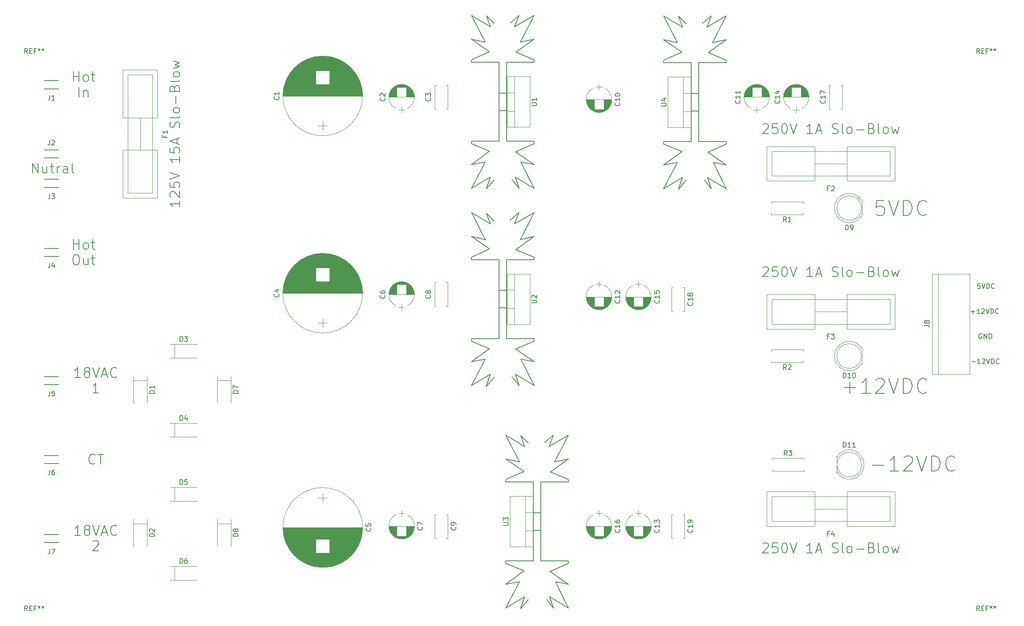
<source format=gbr>
G04 #@! TF.GenerationSoftware,KiCad,Pcbnew,(5.1.5)-3*
G04 #@! TF.CreationDate,2020-11-25T09:14:29-07:00*
G04 #@! TF.ProjectId,Power_Supply_THT,506f7765-725f-4537-9570-706c795f5448,rev?*
G04 #@! TF.SameCoordinates,Original*
G04 #@! TF.FileFunction,Legend,Top*
G04 #@! TF.FilePolarity,Positive*
%FSLAX46Y46*%
G04 Gerber Fmt 4.6, Leading zero omitted, Abs format (unit mm)*
G04 Created by KiCad (PCBNEW (5.1.5)-3) date 2020-11-25 09:14:29*
%MOMM*%
%LPD*%
G04 APERTURE LIST*
%ADD10C,0.150000*%
%ADD11C,0.120000*%
G04 APERTURE END LIST*
D10*
X193580095Y-70175428D02*
X194342000Y-70175428D01*
X195342000Y-70556380D02*
X194770571Y-70556380D01*
X195056285Y-70556380D02*
X195056285Y-69556380D01*
X194961047Y-69699238D01*
X194865809Y-69794476D01*
X194770571Y-69842095D01*
X195722952Y-69651619D02*
X195770571Y-69604000D01*
X195865809Y-69556380D01*
X196103904Y-69556380D01*
X196199142Y-69604000D01*
X196246761Y-69651619D01*
X196294380Y-69746857D01*
X196294380Y-69842095D01*
X196246761Y-69984952D01*
X195675333Y-70556380D01*
X196294380Y-70556380D01*
X196580095Y-69556380D02*
X196913428Y-70556380D01*
X197246761Y-69556380D01*
X197580095Y-70556380D02*
X197580095Y-69556380D01*
X197818190Y-69556380D01*
X197961047Y-69604000D01*
X198056285Y-69699238D01*
X198103904Y-69794476D01*
X198151523Y-69984952D01*
X198151523Y-70127809D01*
X198103904Y-70318285D01*
X198056285Y-70413523D01*
X197961047Y-70508761D01*
X197818190Y-70556380D01*
X197580095Y-70556380D01*
X199151523Y-70461142D02*
X199103904Y-70508761D01*
X198961047Y-70556380D01*
X198865809Y-70556380D01*
X198722952Y-70508761D01*
X198627714Y-70413523D01*
X198580095Y-70318285D01*
X198532476Y-70127809D01*
X198532476Y-69984952D01*
X198580095Y-69794476D01*
X198627714Y-69699238D01*
X198722952Y-69604000D01*
X198865809Y-69556380D01*
X198961047Y-69556380D01*
X199103904Y-69604000D01*
X199151523Y-69651619D01*
X195580095Y-64524000D02*
X195484857Y-64476380D01*
X195342000Y-64476380D01*
X195199142Y-64524000D01*
X195103904Y-64619238D01*
X195056285Y-64714476D01*
X195008666Y-64904952D01*
X195008666Y-65047809D01*
X195056285Y-65238285D01*
X195103904Y-65333523D01*
X195199142Y-65428761D01*
X195342000Y-65476380D01*
X195437238Y-65476380D01*
X195580095Y-65428761D01*
X195627714Y-65381142D01*
X195627714Y-65047809D01*
X195437238Y-65047809D01*
X196056285Y-65476380D02*
X196056285Y-64476380D01*
X196627714Y-65476380D01*
X196627714Y-64476380D01*
X197103904Y-65476380D02*
X197103904Y-64476380D01*
X197342000Y-64476380D01*
X197484857Y-64524000D01*
X197580095Y-64619238D01*
X197627714Y-64714476D01*
X197675333Y-64904952D01*
X197675333Y-65047809D01*
X197627714Y-65238285D01*
X197580095Y-65333523D01*
X197484857Y-65428761D01*
X197342000Y-65476380D01*
X197103904Y-65476380D01*
X193453095Y-60015428D02*
X194215000Y-60015428D01*
X193834047Y-60396380D02*
X193834047Y-59634476D01*
X195215000Y-60396380D02*
X194643571Y-60396380D01*
X194929285Y-60396380D02*
X194929285Y-59396380D01*
X194834047Y-59539238D01*
X194738809Y-59634476D01*
X194643571Y-59682095D01*
X195595952Y-59491619D02*
X195643571Y-59444000D01*
X195738809Y-59396380D01*
X195976904Y-59396380D01*
X196072142Y-59444000D01*
X196119761Y-59491619D01*
X196167380Y-59586857D01*
X196167380Y-59682095D01*
X196119761Y-59824952D01*
X195548333Y-60396380D01*
X196167380Y-60396380D01*
X196453095Y-59396380D02*
X196786428Y-60396380D01*
X197119761Y-59396380D01*
X197453095Y-60396380D02*
X197453095Y-59396380D01*
X197691190Y-59396380D01*
X197834047Y-59444000D01*
X197929285Y-59539238D01*
X197976904Y-59634476D01*
X198024523Y-59824952D01*
X198024523Y-59967809D01*
X197976904Y-60158285D01*
X197929285Y-60253523D01*
X197834047Y-60348761D01*
X197691190Y-60396380D01*
X197453095Y-60396380D01*
X199024523Y-60301142D02*
X198976904Y-60348761D01*
X198834047Y-60396380D01*
X198738809Y-60396380D01*
X198595952Y-60348761D01*
X198500714Y-60253523D01*
X198453095Y-60158285D01*
X198405476Y-59967809D01*
X198405476Y-59824952D01*
X198453095Y-59634476D01*
X198500714Y-59539238D01*
X198595952Y-59444000D01*
X198738809Y-59396380D01*
X198834047Y-59396380D01*
X198976904Y-59444000D01*
X199024523Y-59491619D01*
X195278523Y-54316380D02*
X194802333Y-54316380D01*
X194754714Y-54792571D01*
X194802333Y-54744952D01*
X194897571Y-54697333D01*
X195135666Y-54697333D01*
X195230904Y-54744952D01*
X195278523Y-54792571D01*
X195326142Y-54887809D01*
X195326142Y-55125904D01*
X195278523Y-55221142D01*
X195230904Y-55268761D01*
X195135666Y-55316380D01*
X194897571Y-55316380D01*
X194802333Y-55268761D01*
X194754714Y-55221142D01*
X195611857Y-54316380D02*
X195945190Y-55316380D01*
X196278523Y-54316380D01*
X196611857Y-55316380D02*
X196611857Y-54316380D01*
X196849952Y-54316380D01*
X196992809Y-54364000D01*
X197088047Y-54459238D01*
X197135666Y-54554476D01*
X197183285Y-54744952D01*
X197183285Y-54887809D01*
X197135666Y-55078285D01*
X197088047Y-55173523D01*
X196992809Y-55268761D01*
X196849952Y-55316380D01*
X196611857Y-55316380D01*
X198183285Y-55221142D02*
X198135666Y-55268761D01*
X197992809Y-55316380D01*
X197897571Y-55316380D01*
X197754714Y-55268761D01*
X197659476Y-55173523D01*
X197611857Y-55078285D01*
X197564238Y-54887809D01*
X197564238Y-54744952D01*
X197611857Y-54554476D01*
X197659476Y-54459238D01*
X197754714Y-54364000D01*
X197897571Y-54316380D01*
X197992809Y-54316380D01*
X198135666Y-54364000D01*
X198183285Y-54411619D01*
X15857142Y-90714285D02*
X15761904Y-90809523D01*
X15476190Y-90904761D01*
X15285714Y-90904761D01*
X15000000Y-90809523D01*
X14809523Y-90619047D01*
X14714285Y-90428571D01*
X14619047Y-90047619D01*
X14619047Y-89761904D01*
X14714285Y-89380952D01*
X14809523Y-89190476D01*
X15000000Y-89000000D01*
X15285714Y-88904761D01*
X15476190Y-88904761D01*
X15761904Y-89000000D01*
X15857142Y-89095238D01*
X16428571Y-88904761D02*
X17571428Y-88904761D01*
X17000000Y-90904761D02*
X17000000Y-88904761D01*
X12904761Y-105329761D02*
X11761904Y-105329761D01*
X12333333Y-105329761D02*
X12333333Y-103329761D01*
X12142857Y-103615476D01*
X11952380Y-103805952D01*
X11761904Y-103901190D01*
X14047619Y-104186904D02*
X13857142Y-104091666D01*
X13761904Y-103996428D01*
X13666666Y-103805952D01*
X13666666Y-103710714D01*
X13761904Y-103520238D01*
X13857142Y-103425000D01*
X14047619Y-103329761D01*
X14428571Y-103329761D01*
X14619047Y-103425000D01*
X14714285Y-103520238D01*
X14809523Y-103710714D01*
X14809523Y-103805952D01*
X14714285Y-103996428D01*
X14619047Y-104091666D01*
X14428571Y-104186904D01*
X14047619Y-104186904D01*
X13857142Y-104282142D01*
X13761904Y-104377380D01*
X13666666Y-104567857D01*
X13666666Y-104948809D01*
X13761904Y-105139285D01*
X13857142Y-105234523D01*
X14047619Y-105329761D01*
X14428571Y-105329761D01*
X14619047Y-105234523D01*
X14714285Y-105139285D01*
X14809523Y-104948809D01*
X14809523Y-104567857D01*
X14714285Y-104377380D01*
X14619047Y-104282142D01*
X14428571Y-104186904D01*
X15380952Y-103329761D02*
X16047619Y-105329761D01*
X16714285Y-103329761D01*
X17285714Y-104758333D02*
X18238095Y-104758333D01*
X17095238Y-105329761D02*
X17761904Y-103329761D01*
X18428571Y-105329761D01*
X20238095Y-105139285D02*
X20142857Y-105234523D01*
X19857142Y-105329761D01*
X19666666Y-105329761D01*
X19380952Y-105234523D01*
X19190476Y-105044047D01*
X19095238Y-104853571D01*
X19000000Y-104472619D01*
X19000000Y-104186904D01*
X19095238Y-103805952D01*
X19190476Y-103615476D01*
X19380952Y-103425000D01*
X19666666Y-103329761D01*
X19857142Y-103329761D01*
X20142857Y-103425000D01*
X20238095Y-103520238D01*
X15428571Y-106670238D02*
X15523809Y-106575000D01*
X15714285Y-106479761D01*
X16190476Y-106479761D01*
X16380952Y-106575000D01*
X16476190Y-106670238D01*
X16571428Y-106860714D01*
X16571428Y-107051190D01*
X16476190Y-107336904D01*
X15333333Y-108479761D01*
X16571428Y-108479761D01*
X12904761Y-73329761D02*
X11761904Y-73329761D01*
X12333333Y-73329761D02*
X12333333Y-71329761D01*
X12142857Y-71615476D01*
X11952380Y-71805952D01*
X11761904Y-71901190D01*
X14047619Y-72186904D02*
X13857142Y-72091666D01*
X13761904Y-71996428D01*
X13666666Y-71805952D01*
X13666666Y-71710714D01*
X13761904Y-71520238D01*
X13857142Y-71425000D01*
X14047619Y-71329761D01*
X14428571Y-71329761D01*
X14619047Y-71425000D01*
X14714285Y-71520238D01*
X14809523Y-71710714D01*
X14809523Y-71805952D01*
X14714285Y-71996428D01*
X14619047Y-72091666D01*
X14428571Y-72186904D01*
X14047619Y-72186904D01*
X13857142Y-72282142D01*
X13761904Y-72377380D01*
X13666666Y-72567857D01*
X13666666Y-72948809D01*
X13761904Y-73139285D01*
X13857142Y-73234523D01*
X14047619Y-73329761D01*
X14428571Y-73329761D01*
X14619047Y-73234523D01*
X14714285Y-73139285D01*
X14809523Y-72948809D01*
X14809523Y-72567857D01*
X14714285Y-72377380D01*
X14619047Y-72282142D01*
X14428571Y-72186904D01*
X15380952Y-71329761D02*
X16047619Y-73329761D01*
X16714285Y-71329761D01*
X17285714Y-72758333D02*
X18238095Y-72758333D01*
X17095238Y-73329761D02*
X17761904Y-71329761D01*
X18428571Y-73329761D01*
X20238095Y-73139285D02*
X20142857Y-73234523D01*
X19857142Y-73329761D01*
X19666666Y-73329761D01*
X19380952Y-73234523D01*
X19190476Y-73044047D01*
X19095238Y-72853571D01*
X19000000Y-72472619D01*
X19000000Y-72186904D01*
X19095238Y-71805952D01*
X19190476Y-71615476D01*
X19380952Y-71425000D01*
X19666666Y-71329761D01*
X19857142Y-71329761D01*
X20142857Y-71425000D01*
X20238095Y-71520238D01*
X16571428Y-76479761D02*
X15428571Y-76479761D01*
X16000000Y-76479761D02*
X16000000Y-74479761D01*
X15809523Y-74765476D01*
X15619047Y-74955952D01*
X15428571Y-75051190D01*
X11452380Y-47329761D02*
X11452380Y-45329761D01*
X11452380Y-46282142D02*
X12595238Y-46282142D01*
X12595238Y-47329761D02*
X12595238Y-45329761D01*
X13833333Y-47329761D02*
X13642857Y-47234523D01*
X13547619Y-47139285D01*
X13452380Y-46948809D01*
X13452380Y-46377380D01*
X13547619Y-46186904D01*
X13642857Y-46091666D01*
X13833333Y-45996428D01*
X14119047Y-45996428D01*
X14309523Y-46091666D01*
X14404761Y-46186904D01*
X14500000Y-46377380D01*
X14500000Y-46948809D01*
X14404761Y-47139285D01*
X14309523Y-47234523D01*
X14119047Y-47329761D01*
X13833333Y-47329761D01*
X15071428Y-45996428D02*
X15833333Y-45996428D01*
X15357142Y-45329761D02*
X15357142Y-47044047D01*
X15452380Y-47234523D01*
X15642857Y-47329761D01*
X15833333Y-47329761D01*
X11833333Y-48479761D02*
X12214285Y-48479761D01*
X12404761Y-48575000D01*
X12595238Y-48765476D01*
X12690476Y-49146428D01*
X12690476Y-49813095D01*
X12595238Y-50194047D01*
X12404761Y-50384523D01*
X12214285Y-50479761D01*
X11833333Y-50479761D01*
X11642857Y-50384523D01*
X11452380Y-50194047D01*
X11357142Y-49813095D01*
X11357142Y-49146428D01*
X11452380Y-48765476D01*
X11642857Y-48575000D01*
X11833333Y-48479761D01*
X14404761Y-49146428D02*
X14404761Y-50479761D01*
X13547619Y-49146428D02*
X13547619Y-50194047D01*
X13642857Y-50384523D01*
X13833333Y-50479761D01*
X14119047Y-50479761D01*
X14309523Y-50384523D01*
X14404761Y-50289285D01*
X15071428Y-49146428D02*
X15833333Y-49146428D01*
X15357142Y-48479761D02*
X15357142Y-50194047D01*
X15452380Y-50384523D01*
X15642857Y-50479761D01*
X15833333Y-50479761D01*
X11452380Y-13329761D02*
X11452380Y-11329761D01*
X11452380Y-12282142D02*
X12595238Y-12282142D01*
X12595238Y-13329761D02*
X12595238Y-11329761D01*
X13833333Y-13329761D02*
X13642857Y-13234523D01*
X13547619Y-13139285D01*
X13452380Y-12948809D01*
X13452380Y-12377380D01*
X13547619Y-12186904D01*
X13642857Y-12091666D01*
X13833333Y-11996428D01*
X14119047Y-11996428D01*
X14309523Y-12091666D01*
X14404761Y-12186904D01*
X14500000Y-12377380D01*
X14500000Y-12948809D01*
X14404761Y-13139285D01*
X14309523Y-13234523D01*
X14119047Y-13329761D01*
X13833333Y-13329761D01*
X15071428Y-11996428D02*
X15833333Y-11996428D01*
X15357142Y-11329761D02*
X15357142Y-13044047D01*
X15452380Y-13234523D01*
X15642857Y-13329761D01*
X15833333Y-13329761D01*
X12595238Y-16479761D02*
X12595238Y-14479761D01*
X13547619Y-15146428D02*
X13547619Y-16479761D01*
X13547619Y-15336904D02*
X13642857Y-15241666D01*
X13833333Y-15146428D01*
X14119047Y-15146428D01*
X14309523Y-15241666D01*
X14404761Y-15432142D01*
X14404761Y-16479761D01*
X3143761Y-31892761D02*
X3143761Y-29892761D01*
X4286619Y-31892761D01*
X4286619Y-29892761D01*
X6096142Y-30559428D02*
X6096142Y-31892761D01*
X5239000Y-30559428D02*
X5239000Y-31607047D01*
X5334238Y-31797523D01*
X5524714Y-31892761D01*
X5810428Y-31892761D01*
X6000904Y-31797523D01*
X6096142Y-31702285D01*
X6762809Y-30559428D02*
X7524714Y-30559428D01*
X7048523Y-29892761D02*
X7048523Y-31607047D01*
X7143761Y-31797523D01*
X7334238Y-31892761D01*
X7524714Y-31892761D01*
X8191380Y-31892761D02*
X8191380Y-30559428D01*
X8191380Y-30940380D02*
X8286619Y-30749904D01*
X8381857Y-30654666D01*
X8572333Y-30559428D01*
X8762809Y-30559428D01*
X10286619Y-31892761D02*
X10286619Y-30845142D01*
X10191380Y-30654666D01*
X10000904Y-30559428D01*
X9619952Y-30559428D01*
X9429476Y-30654666D01*
X10286619Y-31797523D02*
X10096142Y-31892761D01*
X9619952Y-31892761D01*
X9429476Y-31797523D01*
X9334238Y-31607047D01*
X9334238Y-31416571D01*
X9429476Y-31226095D01*
X9619952Y-31130857D01*
X10096142Y-31130857D01*
X10286619Y-31035619D01*
X11524714Y-31892761D02*
X11334238Y-31797523D01*
X11238999Y-31607047D01*
X11238999Y-29892761D01*
X33010361Y-37528708D02*
X33010361Y-38671565D01*
X33010361Y-38100137D02*
X31010361Y-38100137D01*
X31296076Y-38290613D01*
X31486552Y-38481089D01*
X31581790Y-38671565D01*
X31200838Y-36766803D02*
X31105600Y-36671565D01*
X31010361Y-36481089D01*
X31010361Y-36004899D01*
X31105600Y-35814422D01*
X31200838Y-35719184D01*
X31391314Y-35623946D01*
X31581790Y-35623946D01*
X31867504Y-35719184D01*
X33010361Y-36862041D01*
X33010361Y-35623946D01*
X31010361Y-33814422D02*
X31010361Y-34766803D01*
X31962742Y-34862041D01*
X31867504Y-34766803D01*
X31772266Y-34576327D01*
X31772266Y-34100137D01*
X31867504Y-33909660D01*
X31962742Y-33814422D01*
X32153219Y-33719184D01*
X32629409Y-33719184D01*
X32819885Y-33814422D01*
X32915123Y-33909660D01*
X33010361Y-34100137D01*
X33010361Y-34576327D01*
X32915123Y-34766803D01*
X32819885Y-34862041D01*
X31010361Y-33147756D02*
X33010361Y-32481089D01*
X31010361Y-31814422D01*
X33010361Y-28576327D02*
X33010361Y-29719184D01*
X33010361Y-29147756D02*
X31010361Y-29147756D01*
X31296076Y-29338232D01*
X31486552Y-29528708D01*
X31581790Y-29719184D01*
X31010361Y-26766803D02*
X31010361Y-27719184D01*
X31962742Y-27814422D01*
X31867504Y-27719184D01*
X31772266Y-27528708D01*
X31772266Y-27052518D01*
X31867504Y-26862041D01*
X31962742Y-26766803D01*
X32153219Y-26671565D01*
X32629409Y-26671565D01*
X32819885Y-26766803D01*
X32915123Y-26862041D01*
X33010361Y-27052518D01*
X33010361Y-27528708D01*
X32915123Y-27719184D01*
X32819885Y-27814422D01*
X32438933Y-25909660D02*
X32438933Y-24957280D01*
X33010361Y-26100137D02*
X31010361Y-25433470D01*
X33010361Y-24766803D01*
X32915123Y-22671565D02*
X33010361Y-22385851D01*
X33010361Y-21909660D01*
X32915123Y-21719184D01*
X32819885Y-21623946D01*
X32629409Y-21528708D01*
X32438933Y-21528708D01*
X32248457Y-21623946D01*
X32153219Y-21719184D01*
X32057980Y-21909660D01*
X31962742Y-22290613D01*
X31867504Y-22481089D01*
X31772266Y-22576327D01*
X31581790Y-22671565D01*
X31391314Y-22671565D01*
X31200838Y-22576327D01*
X31105600Y-22481089D01*
X31010361Y-22290613D01*
X31010361Y-21814422D01*
X31105600Y-21528708D01*
X33010361Y-20385851D02*
X32915123Y-20576327D01*
X32724647Y-20671565D01*
X31010361Y-20671565D01*
X33010361Y-19338232D02*
X32915123Y-19528708D01*
X32819885Y-19623946D01*
X32629409Y-19719184D01*
X32057980Y-19719184D01*
X31867504Y-19623946D01*
X31772266Y-19528708D01*
X31677028Y-19338232D01*
X31677028Y-19052518D01*
X31772266Y-18862041D01*
X31867504Y-18766803D01*
X32057980Y-18671565D01*
X32629409Y-18671565D01*
X32819885Y-18766803D01*
X32915123Y-18862041D01*
X33010361Y-19052518D01*
X33010361Y-19338232D01*
X32248457Y-17814422D02*
X32248457Y-16290613D01*
X31962742Y-14671565D02*
X32057980Y-14385851D01*
X32153219Y-14290613D01*
X32343695Y-14195375D01*
X32629409Y-14195375D01*
X32819885Y-14290613D01*
X32915123Y-14385851D01*
X33010361Y-14576327D01*
X33010361Y-15338232D01*
X31010361Y-15338232D01*
X31010361Y-14671565D01*
X31105600Y-14481089D01*
X31200838Y-14385851D01*
X31391314Y-14290613D01*
X31581790Y-14290613D01*
X31772266Y-14385851D01*
X31867504Y-14481089D01*
X31962742Y-14671565D01*
X31962742Y-15338232D01*
X33010361Y-13052518D02*
X32915123Y-13242994D01*
X32724647Y-13338232D01*
X31010361Y-13338232D01*
X33010361Y-12004899D02*
X32915123Y-12195375D01*
X32819885Y-12290613D01*
X32629409Y-12385851D01*
X32057980Y-12385851D01*
X31867504Y-12290613D01*
X31772266Y-12195375D01*
X31677028Y-12004899D01*
X31677028Y-11719184D01*
X31772266Y-11528708D01*
X31867504Y-11433470D01*
X32057980Y-11338232D01*
X32629409Y-11338232D01*
X32819885Y-11433470D01*
X32915123Y-11528708D01*
X33010361Y-11719184D01*
X33010361Y-12004899D01*
X31677028Y-10671565D02*
X33010361Y-10290613D01*
X32057980Y-9909660D01*
X33010361Y-9528708D01*
X31677028Y-9147756D01*
X151238095Y-22095238D02*
X151333333Y-22000000D01*
X151523809Y-21904761D01*
X152000000Y-21904761D01*
X152190476Y-22000000D01*
X152285714Y-22095238D01*
X152380952Y-22285714D01*
X152380952Y-22476190D01*
X152285714Y-22761904D01*
X151142857Y-23904761D01*
X152380952Y-23904761D01*
X154190476Y-21904761D02*
X153238095Y-21904761D01*
X153142857Y-22857142D01*
X153238095Y-22761904D01*
X153428571Y-22666666D01*
X153904761Y-22666666D01*
X154095238Y-22761904D01*
X154190476Y-22857142D01*
X154285714Y-23047619D01*
X154285714Y-23523809D01*
X154190476Y-23714285D01*
X154095238Y-23809523D01*
X153904761Y-23904761D01*
X153428571Y-23904761D01*
X153238095Y-23809523D01*
X153142857Y-23714285D01*
X155523809Y-21904761D02*
X155714285Y-21904761D01*
X155904761Y-22000000D01*
X156000000Y-22095238D01*
X156095238Y-22285714D01*
X156190476Y-22666666D01*
X156190476Y-23142857D01*
X156095238Y-23523809D01*
X156000000Y-23714285D01*
X155904761Y-23809523D01*
X155714285Y-23904761D01*
X155523809Y-23904761D01*
X155333333Y-23809523D01*
X155238095Y-23714285D01*
X155142857Y-23523809D01*
X155047619Y-23142857D01*
X155047619Y-22666666D01*
X155142857Y-22285714D01*
X155238095Y-22095238D01*
X155333333Y-22000000D01*
X155523809Y-21904761D01*
X156761904Y-21904761D02*
X157428571Y-23904761D01*
X158095238Y-21904761D01*
X161333333Y-23904761D02*
X160190476Y-23904761D01*
X160761904Y-23904761D02*
X160761904Y-21904761D01*
X160571428Y-22190476D01*
X160380952Y-22380952D01*
X160190476Y-22476190D01*
X162095238Y-23333333D02*
X163047619Y-23333333D01*
X161904761Y-23904761D02*
X162571428Y-21904761D01*
X163238095Y-23904761D01*
X165333333Y-23809523D02*
X165619047Y-23904761D01*
X166095238Y-23904761D01*
X166285714Y-23809523D01*
X166380952Y-23714285D01*
X166476190Y-23523809D01*
X166476190Y-23333333D01*
X166380952Y-23142857D01*
X166285714Y-23047619D01*
X166095238Y-22952380D01*
X165714285Y-22857142D01*
X165523809Y-22761904D01*
X165428571Y-22666666D01*
X165333333Y-22476190D01*
X165333333Y-22285714D01*
X165428571Y-22095238D01*
X165523809Y-22000000D01*
X165714285Y-21904761D01*
X166190476Y-21904761D01*
X166476190Y-22000000D01*
X167619047Y-23904761D02*
X167428571Y-23809523D01*
X167333333Y-23619047D01*
X167333333Y-21904761D01*
X168666666Y-23904761D02*
X168476190Y-23809523D01*
X168380952Y-23714285D01*
X168285714Y-23523809D01*
X168285714Y-22952380D01*
X168380952Y-22761904D01*
X168476190Y-22666666D01*
X168666666Y-22571428D01*
X168952380Y-22571428D01*
X169142857Y-22666666D01*
X169238095Y-22761904D01*
X169333333Y-22952380D01*
X169333333Y-23523809D01*
X169238095Y-23714285D01*
X169142857Y-23809523D01*
X168952380Y-23904761D01*
X168666666Y-23904761D01*
X170190476Y-23142857D02*
X171714285Y-23142857D01*
X173333333Y-22857142D02*
X173619047Y-22952380D01*
X173714285Y-23047619D01*
X173809523Y-23238095D01*
X173809523Y-23523809D01*
X173714285Y-23714285D01*
X173619047Y-23809523D01*
X173428571Y-23904761D01*
X172666666Y-23904761D01*
X172666666Y-21904761D01*
X173333333Y-21904761D01*
X173523809Y-22000000D01*
X173619047Y-22095238D01*
X173714285Y-22285714D01*
X173714285Y-22476190D01*
X173619047Y-22666666D01*
X173523809Y-22761904D01*
X173333333Y-22857142D01*
X172666666Y-22857142D01*
X174952380Y-23904761D02*
X174761904Y-23809523D01*
X174666666Y-23619047D01*
X174666666Y-21904761D01*
X176000000Y-23904761D02*
X175809523Y-23809523D01*
X175714285Y-23714285D01*
X175619047Y-23523809D01*
X175619047Y-22952380D01*
X175714285Y-22761904D01*
X175809523Y-22666666D01*
X176000000Y-22571428D01*
X176285714Y-22571428D01*
X176476190Y-22666666D01*
X176571428Y-22761904D01*
X176666666Y-22952380D01*
X176666666Y-23523809D01*
X176571428Y-23714285D01*
X176476190Y-23809523D01*
X176285714Y-23904761D01*
X176000000Y-23904761D01*
X177333333Y-22571428D02*
X177714285Y-23904761D01*
X178095238Y-22952380D01*
X178476190Y-23904761D01*
X178857142Y-22571428D01*
X151238095Y-51095238D02*
X151333333Y-51000000D01*
X151523809Y-50904761D01*
X152000000Y-50904761D01*
X152190476Y-51000000D01*
X152285714Y-51095238D01*
X152380952Y-51285714D01*
X152380952Y-51476190D01*
X152285714Y-51761904D01*
X151142857Y-52904761D01*
X152380952Y-52904761D01*
X154190476Y-50904761D02*
X153238095Y-50904761D01*
X153142857Y-51857142D01*
X153238095Y-51761904D01*
X153428571Y-51666666D01*
X153904761Y-51666666D01*
X154095238Y-51761904D01*
X154190476Y-51857142D01*
X154285714Y-52047619D01*
X154285714Y-52523809D01*
X154190476Y-52714285D01*
X154095238Y-52809523D01*
X153904761Y-52904761D01*
X153428571Y-52904761D01*
X153238095Y-52809523D01*
X153142857Y-52714285D01*
X155523809Y-50904761D02*
X155714285Y-50904761D01*
X155904761Y-51000000D01*
X156000000Y-51095238D01*
X156095238Y-51285714D01*
X156190476Y-51666666D01*
X156190476Y-52142857D01*
X156095238Y-52523809D01*
X156000000Y-52714285D01*
X155904761Y-52809523D01*
X155714285Y-52904761D01*
X155523809Y-52904761D01*
X155333333Y-52809523D01*
X155238095Y-52714285D01*
X155142857Y-52523809D01*
X155047619Y-52142857D01*
X155047619Y-51666666D01*
X155142857Y-51285714D01*
X155238095Y-51095238D01*
X155333333Y-51000000D01*
X155523809Y-50904761D01*
X156761904Y-50904761D02*
X157428571Y-52904761D01*
X158095238Y-50904761D01*
X161333333Y-52904761D02*
X160190476Y-52904761D01*
X160761904Y-52904761D02*
X160761904Y-50904761D01*
X160571428Y-51190476D01*
X160380952Y-51380952D01*
X160190476Y-51476190D01*
X162095238Y-52333333D02*
X163047619Y-52333333D01*
X161904761Y-52904761D02*
X162571428Y-50904761D01*
X163238095Y-52904761D01*
X165333333Y-52809523D02*
X165619047Y-52904761D01*
X166095238Y-52904761D01*
X166285714Y-52809523D01*
X166380952Y-52714285D01*
X166476190Y-52523809D01*
X166476190Y-52333333D01*
X166380952Y-52142857D01*
X166285714Y-52047619D01*
X166095238Y-51952380D01*
X165714285Y-51857142D01*
X165523809Y-51761904D01*
X165428571Y-51666666D01*
X165333333Y-51476190D01*
X165333333Y-51285714D01*
X165428571Y-51095238D01*
X165523809Y-51000000D01*
X165714285Y-50904761D01*
X166190476Y-50904761D01*
X166476190Y-51000000D01*
X167619047Y-52904761D02*
X167428571Y-52809523D01*
X167333333Y-52619047D01*
X167333333Y-50904761D01*
X168666666Y-52904761D02*
X168476190Y-52809523D01*
X168380952Y-52714285D01*
X168285714Y-52523809D01*
X168285714Y-51952380D01*
X168380952Y-51761904D01*
X168476190Y-51666666D01*
X168666666Y-51571428D01*
X168952380Y-51571428D01*
X169142857Y-51666666D01*
X169238095Y-51761904D01*
X169333333Y-51952380D01*
X169333333Y-52523809D01*
X169238095Y-52714285D01*
X169142857Y-52809523D01*
X168952380Y-52904761D01*
X168666666Y-52904761D01*
X170190476Y-52142857D02*
X171714285Y-52142857D01*
X173333333Y-51857142D02*
X173619047Y-51952380D01*
X173714285Y-52047619D01*
X173809523Y-52238095D01*
X173809523Y-52523809D01*
X173714285Y-52714285D01*
X173619047Y-52809523D01*
X173428571Y-52904761D01*
X172666666Y-52904761D01*
X172666666Y-50904761D01*
X173333333Y-50904761D01*
X173523809Y-51000000D01*
X173619047Y-51095238D01*
X173714285Y-51285714D01*
X173714285Y-51476190D01*
X173619047Y-51666666D01*
X173523809Y-51761904D01*
X173333333Y-51857142D01*
X172666666Y-51857142D01*
X174952380Y-52904761D02*
X174761904Y-52809523D01*
X174666666Y-52619047D01*
X174666666Y-50904761D01*
X176000000Y-52904761D02*
X175809523Y-52809523D01*
X175714285Y-52714285D01*
X175619047Y-52523809D01*
X175619047Y-51952380D01*
X175714285Y-51761904D01*
X175809523Y-51666666D01*
X176000000Y-51571428D01*
X176285714Y-51571428D01*
X176476190Y-51666666D01*
X176571428Y-51761904D01*
X176666666Y-51952380D01*
X176666666Y-52523809D01*
X176571428Y-52714285D01*
X176476190Y-52809523D01*
X176285714Y-52904761D01*
X176000000Y-52904761D01*
X177333333Y-51571428D02*
X177714285Y-52904761D01*
X178095238Y-51952380D01*
X178476190Y-52904761D01*
X178857142Y-51571428D01*
X151238095Y-107095238D02*
X151333333Y-107000000D01*
X151523809Y-106904761D01*
X152000000Y-106904761D01*
X152190476Y-107000000D01*
X152285714Y-107095238D01*
X152380952Y-107285714D01*
X152380952Y-107476190D01*
X152285714Y-107761904D01*
X151142857Y-108904761D01*
X152380952Y-108904761D01*
X154190476Y-106904761D02*
X153238095Y-106904761D01*
X153142857Y-107857142D01*
X153238095Y-107761904D01*
X153428571Y-107666666D01*
X153904761Y-107666666D01*
X154095238Y-107761904D01*
X154190476Y-107857142D01*
X154285714Y-108047619D01*
X154285714Y-108523809D01*
X154190476Y-108714285D01*
X154095238Y-108809523D01*
X153904761Y-108904761D01*
X153428571Y-108904761D01*
X153238095Y-108809523D01*
X153142857Y-108714285D01*
X155523809Y-106904761D02*
X155714285Y-106904761D01*
X155904761Y-107000000D01*
X156000000Y-107095238D01*
X156095238Y-107285714D01*
X156190476Y-107666666D01*
X156190476Y-108142857D01*
X156095238Y-108523809D01*
X156000000Y-108714285D01*
X155904761Y-108809523D01*
X155714285Y-108904761D01*
X155523809Y-108904761D01*
X155333333Y-108809523D01*
X155238095Y-108714285D01*
X155142857Y-108523809D01*
X155047619Y-108142857D01*
X155047619Y-107666666D01*
X155142857Y-107285714D01*
X155238095Y-107095238D01*
X155333333Y-107000000D01*
X155523809Y-106904761D01*
X156761904Y-106904761D02*
X157428571Y-108904761D01*
X158095238Y-106904761D01*
X161333333Y-108904761D02*
X160190476Y-108904761D01*
X160761904Y-108904761D02*
X160761904Y-106904761D01*
X160571428Y-107190476D01*
X160380952Y-107380952D01*
X160190476Y-107476190D01*
X162095238Y-108333333D02*
X163047619Y-108333333D01*
X161904761Y-108904761D02*
X162571428Y-106904761D01*
X163238095Y-108904761D01*
X165333333Y-108809523D02*
X165619047Y-108904761D01*
X166095238Y-108904761D01*
X166285714Y-108809523D01*
X166380952Y-108714285D01*
X166476190Y-108523809D01*
X166476190Y-108333333D01*
X166380952Y-108142857D01*
X166285714Y-108047619D01*
X166095238Y-107952380D01*
X165714285Y-107857142D01*
X165523809Y-107761904D01*
X165428571Y-107666666D01*
X165333333Y-107476190D01*
X165333333Y-107285714D01*
X165428571Y-107095238D01*
X165523809Y-107000000D01*
X165714285Y-106904761D01*
X166190476Y-106904761D01*
X166476190Y-107000000D01*
X167619047Y-108904761D02*
X167428571Y-108809523D01*
X167333333Y-108619047D01*
X167333333Y-106904761D01*
X168666666Y-108904761D02*
X168476190Y-108809523D01*
X168380952Y-108714285D01*
X168285714Y-108523809D01*
X168285714Y-107952380D01*
X168380952Y-107761904D01*
X168476190Y-107666666D01*
X168666666Y-107571428D01*
X168952380Y-107571428D01*
X169142857Y-107666666D01*
X169238095Y-107761904D01*
X169333333Y-107952380D01*
X169333333Y-108523809D01*
X169238095Y-108714285D01*
X169142857Y-108809523D01*
X168952380Y-108904761D01*
X168666666Y-108904761D01*
X170190476Y-108142857D02*
X171714285Y-108142857D01*
X173333333Y-107857142D02*
X173619047Y-107952380D01*
X173714285Y-108047619D01*
X173809523Y-108238095D01*
X173809523Y-108523809D01*
X173714285Y-108714285D01*
X173619047Y-108809523D01*
X173428571Y-108904761D01*
X172666666Y-108904761D01*
X172666666Y-106904761D01*
X173333333Y-106904761D01*
X173523809Y-107000000D01*
X173619047Y-107095238D01*
X173714285Y-107285714D01*
X173714285Y-107476190D01*
X173619047Y-107666666D01*
X173523809Y-107761904D01*
X173333333Y-107857142D01*
X172666666Y-107857142D01*
X174952380Y-108904761D02*
X174761904Y-108809523D01*
X174666666Y-108619047D01*
X174666666Y-106904761D01*
X176000000Y-108904761D02*
X175809523Y-108809523D01*
X175714285Y-108714285D01*
X175619047Y-108523809D01*
X175619047Y-107952380D01*
X175714285Y-107761904D01*
X175809523Y-107666666D01*
X176000000Y-107571428D01*
X176285714Y-107571428D01*
X176476190Y-107666666D01*
X176571428Y-107761904D01*
X176666666Y-107952380D01*
X176666666Y-108523809D01*
X176571428Y-108714285D01*
X176476190Y-108809523D01*
X176285714Y-108904761D01*
X176000000Y-108904761D01*
X177333333Y-107571428D02*
X177714285Y-108904761D01*
X178095238Y-107952380D01*
X178476190Y-108904761D01*
X178857142Y-107571428D01*
X173451285Y-91146285D02*
X175737000Y-91146285D01*
X178737000Y-92289142D02*
X177022714Y-92289142D01*
X177879857Y-92289142D02*
X177879857Y-89289142D01*
X177594142Y-89717714D01*
X177308428Y-90003428D01*
X177022714Y-90146285D01*
X179879857Y-89574857D02*
X180022714Y-89432000D01*
X180308428Y-89289142D01*
X181022714Y-89289142D01*
X181308428Y-89432000D01*
X181451285Y-89574857D01*
X181594142Y-89860571D01*
X181594142Y-90146285D01*
X181451285Y-90574857D01*
X179737000Y-92289142D01*
X181594142Y-92289142D01*
X182451285Y-89289142D02*
X183451285Y-92289142D01*
X184451285Y-89289142D01*
X185451285Y-92289142D02*
X185451285Y-89289142D01*
X186165571Y-89289142D01*
X186594142Y-89432000D01*
X186879857Y-89717714D01*
X187022714Y-90003428D01*
X187165571Y-90574857D01*
X187165571Y-91003428D01*
X187022714Y-91574857D01*
X186879857Y-91860571D01*
X186594142Y-92146285D01*
X186165571Y-92289142D01*
X185451285Y-92289142D01*
X190165571Y-92003428D02*
X190022714Y-92146285D01*
X189594142Y-92289142D01*
X189308428Y-92289142D01*
X188879857Y-92146285D01*
X188594142Y-91860571D01*
X188451285Y-91574857D01*
X188308428Y-91003428D01*
X188308428Y-90574857D01*
X188451285Y-90003428D01*
X188594142Y-89717714D01*
X188879857Y-89432000D01*
X189308428Y-89289142D01*
X189594142Y-89289142D01*
X190022714Y-89432000D01*
X190165571Y-89574857D01*
X167736285Y-75398285D02*
X170022000Y-75398285D01*
X168879142Y-76541142D02*
X168879142Y-74255428D01*
X173022000Y-76541142D02*
X171307714Y-76541142D01*
X172164857Y-76541142D02*
X172164857Y-73541142D01*
X171879142Y-73969714D01*
X171593428Y-74255428D01*
X171307714Y-74398285D01*
X174164857Y-73826857D02*
X174307714Y-73684000D01*
X174593428Y-73541142D01*
X175307714Y-73541142D01*
X175593428Y-73684000D01*
X175736285Y-73826857D01*
X175879142Y-74112571D01*
X175879142Y-74398285D01*
X175736285Y-74826857D01*
X174022000Y-76541142D01*
X175879142Y-76541142D01*
X176736285Y-73541142D02*
X177736285Y-76541142D01*
X178736285Y-73541142D01*
X179736285Y-76541142D02*
X179736285Y-73541142D01*
X180450571Y-73541142D01*
X180879142Y-73684000D01*
X181164857Y-73969714D01*
X181307714Y-74255428D01*
X181450571Y-74826857D01*
X181450571Y-75255428D01*
X181307714Y-75826857D01*
X181164857Y-76112571D01*
X180879142Y-76398285D01*
X180450571Y-76541142D01*
X179736285Y-76541142D01*
X184450571Y-76255428D02*
X184307714Y-76398285D01*
X183879142Y-76541142D01*
X183593428Y-76541142D01*
X183164857Y-76398285D01*
X182879142Y-76112571D01*
X182736285Y-75826857D01*
X182593428Y-75255428D01*
X182593428Y-74826857D01*
X182736285Y-74255428D01*
X182879142Y-73969714D01*
X183164857Y-73684000D01*
X183593428Y-73541142D01*
X183879142Y-73541142D01*
X184307714Y-73684000D01*
X184450571Y-73826857D01*
X175752571Y-37473142D02*
X174324000Y-37473142D01*
X174181142Y-38901714D01*
X174324000Y-38758857D01*
X174609714Y-38616000D01*
X175324000Y-38616000D01*
X175609714Y-38758857D01*
X175752571Y-38901714D01*
X175895428Y-39187428D01*
X175895428Y-39901714D01*
X175752571Y-40187428D01*
X175609714Y-40330285D01*
X175324000Y-40473142D01*
X174609714Y-40473142D01*
X174324000Y-40330285D01*
X174181142Y-40187428D01*
X176752571Y-37473142D02*
X177752571Y-40473142D01*
X178752571Y-37473142D01*
X179752571Y-40473142D02*
X179752571Y-37473142D01*
X180466857Y-37473142D01*
X180895428Y-37616000D01*
X181181142Y-37901714D01*
X181324000Y-38187428D01*
X181466857Y-38758857D01*
X181466857Y-39187428D01*
X181324000Y-39758857D01*
X181181142Y-40044571D01*
X180895428Y-40330285D01*
X180466857Y-40473142D01*
X179752571Y-40473142D01*
X184466857Y-40187428D02*
X184324000Y-40330285D01*
X183895428Y-40473142D01*
X183609714Y-40473142D01*
X183181142Y-40330285D01*
X182895428Y-40044571D01*
X182752571Y-39758857D01*
X182609714Y-39187428D01*
X182609714Y-38758857D01*
X182752571Y-38187428D01*
X182895428Y-37901714D01*
X183181142Y-37616000D01*
X183609714Y-37473142D01*
X183895428Y-37473142D01*
X184324000Y-37616000D01*
X184466857Y-37758857D01*
X104738000Y-94539000D02*
X99150000Y-94539000D01*
X104738000Y-102540000D02*
X104738000Y-94539000D01*
X104738000Y-110541000D02*
X99150000Y-110541000D01*
X104738000Y-102540000D02*
X104738000Y-110541000D01*
X106262000Y-94539000D02*
X111850000Y-94539000D01*
X106262000Y-102540000D02*
X106262000Y-94539000D01*
X106262000Y-110541000D02*
X111850000Y-110541000D01*
X106262000Y-102540000D02*
X106262000Y-110541000D01*
X102198000Y-120066000D02*
X102960000Y-117780000D01*
X108802000Y-120066000D02*
X108040000Y-117780000D01*
X102198000Y-120193000D02*
X103722000Y-118415000D01*
X108802000Y-120066000D02*
X107405000Y-118288000D01*
X99150000Y-111049000D02*
X102833000Y-112573000D01*
X99150000Y-110541000D02*
X99150000Y-111049000D01*
X111850000Y-111049000D02*
X108040000Y-112700000D01*
X99150000Y-94031000D02*
X102833000Y-92380000D01*
X111850000Y-94031000D02*
X108167000Y-92507000D01*
X102833000Y-92380000D02*
X99150000Y-89840000D01*
X99150000Y-85014000D02*
X102960000Y-87300000D01*
X102198000Y-85141000D02*
X103722000Y-86665000D01*
X102960000Y-87300000D02*
X102198000Y-85141000D01*
X111850000Y-85014000D02*
X107913000Y-87300000D01*
X108802000Y-85014000D02*
X107024000Y-86538000D01*
X107913000Y-87300000D02*
X108802000Y-85014000D01*
X109056000Y-90475000D02*
X111850000Y-85014000D01*
X111850000Y-89840000D02*
X109056000Y-90475000D01*
X108167000Y-92507000D02*
X111850000Y-89840000D01*
X111850000Y-94539000D02*
X111850000Y-94031000D01*
X99150000Y-94539000D02*
X99150000Y-94158000D01*
X102960000Y-117780000D02*
X99150000Y-120066000D01*
X108040000Y-117780000D02*
X111850000Y-120066000D01*
X109183000Y-114732000D02*
X111850000Y-120066000D01*
X111850000Y-115240000D02*
X109183000Y-114732000D01*
X108167000Y-112700000D02*
X111850000Y-115240000D01*
X101944000Y-114732000D02*
X99150000Y-120066000D01*
X99150000Y-115240000D02*
X101944000Y-114732000D01*
X102833000Y-112573000D02*
X99150000Y-115240000D01*
X101944000Y-90475000D02*
X99150000Y-89840000D01*
X99150000Y-85014000D02*
X101944000Y-90475000D01*
X111850000Y-111049000D02*
X111850000Y-110541000D01*
X104738000Y-100762000D02*
X106262000Y-100762000D01*
X104738000Y-104318000D02*
X106262000Y-104318000D01*
X97738000Y-59238000D02*
X99262000Y-59238000D01*
X97738000Y-55682000D02*
X99262000Y-55682000D01*
X104850000Y-65969000D02*
X104850000Y-65461000D01*
X92150000Y-39934000D02*
X94944000Y-45395000D01*
X94944000Y-45395000D02*
X92150000Y-44760000D01*
X95833000Y-67493000D02*
X92150000Y-70160000D01*
X92150000Y-70160000D02*
X94944000Y-69652000D01*
X94944000Y-69652000D02*
X92150000Y-74986000D01*
X101167000Y-67620000D02*
X104850000Y-70160000D01*
X104850000Y-70160000D02*
X102183000Y-69652000D01*
X102183000Y-69652000D02*
X104850000Y-74986000D01*
X101040000Y-72700000D02*
X104850000Y-74986000D01*
X95960000Y-72700000D02*
X92150000Y-74986000D01*
X92150000Y-49459000D02*
X92150000Y-49078000D01*
X104850000Y-49459000D02*
X104850000Y-48951000D01*
X101167000Y-47427000D02*
X104850000Y-44760000D01*
X104850000Y-44760000D02*
X102056000Y-45395000D01*
X102056000Y-45395000D02*
X104850000Y-39934000D01*
X100913000Y-42220000D02*
X101802000Y-39934000D01*
X101802000Y-39934000D02*
X100024000Y-41458000D01*
X104850000Y-39934000D02*
X100913000Y-42220000D01*
X95960000Y-42220000D02*
X95198000Y-40061000D01*
X95198000Y-40061000D02*
X96722000Y-41585000D01*
X92150000Y-39934000D02*
X95960000Y-42220000D01*
X95833000Y-47300000D02*
X92150000Y-44760000D01*
X104850000Y-48951000D02*
X101167000Y-47427000D01*
X92150000Y-48951000D02*
X95833000Y-47300000D01*
X104850000Y-65969000D02*
X101040000Y-67620000D01*
X92150000Y-65461000D02*
X92150000Y-65969000D01*
X92150000Y-65969000D02*
X95833000Y-67493000D01*
X101802000Y-74986000D02*
X100405000Y-73208000D01*
X95198000Y-75113000D02*
X96722000Y-73335000D01*
X101802000Y-74986000D02*
X101040000Y-72700000D01*
X95198000Y-74986000D02*
X95960000Y-72700000D01*
X99262000Y-57460000D02*
X99262000Y-65461000D01*
X99262000Y-65461000D02*
X104850000Y-65461000D01*
X99262000Y-57460000D02*
X99262000Y-49459000D01*
X99262000Y-49459000D02*
X104850000Y-49459000D01*
X97738000Y-57460000D02*
X97738000Y-65461000D01*
X97738000Y-65461000D02*
X92150000Y-65461000D01*
X97738000Y-57460000D02*
X97738000Y-49459000D01*
X97738000Y-49459000D02*
X92150000Y-49459000D01*
X136738000Y-9539000D02*
X131150000Y-9539000D01*
X136738000Y-17540000D02*
X136738000Y-9539000D01*
X136738000Y-25541000D02*
X131150000Y-25541000D01*
X136738000Y-17540000D02*
X136738000Y-25541000D01*
X138262000Y-9539000D02*
X143850000Y-9539000D01*
X138262000Y-17540000D02*
X138262000Y-9539000D01*
X138262000Y-25541000D02*
X143850000Y-25541000D01*
X138262000Y-17540000D02*
X138262000Y-25541000D01*
X134198000Y-35066000D02*
X134960000Y-32780000D01*
X140802000Y-35066000D02*
X140040000Y-32780000D01*
X134198000Y-35193000D02*
X135722000Y-33415000D01*
X140802000Y-35066000D02*
X139405000Y-33288000D01*
X131150000Y-26049000D02*
X134833000Y-27573000D01*
X131150000Y-25541000D02*
X131150000Y-26049000D01*
X143850000Y-26049000D02*
X140040000Y-27700000D01*
X131150000Y-9031000D02*
X134833000Y-7380000D01*
X143850000Y-9031000D02*
X140167000Y-7507000D01*
X134833000Y-7380000D02*
X131150000Y-4840000D01*
X131150000Y-14000D02*
X134960000Y-2300000D01*
X134198000Y-141000D02*
X135722000Y-1665000D01*
X134960000Y-2300000D02*
X134198000Y-141000D01*
X143850000Y-14000D02*
X139913000Y-2300000D01*
X140802000Y-14000D02*
X139024000Y-1538000D01*
X139913000Y-2300000D02*
X140802000Y-14000D01*
X141056000Y-5475000D02*
X143850000Y-14000D01*
X143850000Y-4840000D02*
X141056000Y-5475000D01*
X140167000Y-7507000D02*
X143850000Y-4840000D01*
X143850000Y-9539000D02*
X143850000Y-9031000D01*
X131150000Y-9539000D02*
X131150000Y-9158000D01*
X134960000Y-32780000D02*
X131150000Y-35066000D01*
X140040000Y-32780000D02*
X143850000Y-35066000D01*
X141183000Y-29732000D02*
X143850000Y-35066000D01*
X143850000Y-30240000D02*
X141183000Y-29732000D01*
X140167000Y-27700000D02*
X143850000Y-30240000D01*
X133944000Y-29732000D02*
X131150000Y-35066000D01*
X131150000Y-30240000D02*
X133944000Y-29732000D01*
X134833000Y-27573000D02*
X131150000Y-30240000D01*
X133944000Y-5475000D02*
X131150000Y-4840000D01*
X131150000Y-14000D02*
X133944000Y-5475000D01*
X143850000Y-26049000D02*
X143850000Y-25541000D01*
X136738000Y-15762000D02*
X138262000Y-15762000D01*
X136738000Y-19318000D02*
X138262000Y-19318000D01*
X97738000Y-19238000D02*
X99262000Y-19238000D01*
X97738000Y-15682000D02*
X99262000Y-15682000D01*
X104850000Y-25969000D02*
X104850000Y-25461000D01*
X92150000Y66000D02*
X94944000Y-5395000D01*
X94944000Y-5395000D02*
X92150000Y-4760000D01*
X95833000Y-27493000D02*
X92150000Y-30160000D01*
X92150000Y-30160000D02*
X94944000Y-29652000D01*
X94944000Y-29652000D02*
X92150000Y-34986000D01*
X101167000Y-27620000D02*
X104850000Y-30160000D01*
X104850000Y-30160000D02*
X102183000Y-29652000D01*
X102183000Y-29652000D02*
X104850000Y-34986000D01*
X101040000Y-32700000D02*
X104850000Y-34986000D01*
X95960000Y-32700000D02*
X92150000Y-34986000D01*
X92150000Y-9459000D02*
X92150000Y-9078000D01*
X104850000Y-9459000D02*
X104850000Y-8951000D01*
X101167000Y-7427000D02*
X104850000Y-4760000D01*
X104850000Y-4760000D02*
X102056000Y-5395000D01*
X102056000Y-5395000D02*
X104850000Y66000D01*
X100913000Y-2220000D02*
X101802000Y66000D01*
X101802000Y66000D02*
X100024000Y-1458000D01*
X104850000Y66000D02*
X100913000Y-2220000D01*
X95960000Y-2220000D02*
X95198000Y-61000D01*
X95198000Y-61000D02*
X96722000Y-1585000D01*
X92150000Y66000D02*
X95960000Y-2220000D01*
X95833000Y-7300000D02*
X92150000Y-4760000D01*
X104850000Y-8951000D02*
X101167000Y-7427000D01*
X92150000Y-8951000D02*
X95833000Y-7300000D01*
X104850000Y-25969000D02*
X101040000Y-27620000D01*
X92150000Y-25461000D02*
X92150000Y-25969000D01*
X92150000Y-25969000D02*
X95833000Y-27493000D01*
X101802000Y-34986000D02*
X100405000Y-33208000D01*
X95198000Y-35113000D02*
X96722000Y-33335000D01*
X101802000Y-34986000D02*
X101040000Y-32700000D01*
X95198000Y-34986000D02*
X95960000Y-32700000D01*
X99262000Y-17460000D02*
X99262000Y-25461000D01*
X99262000Y-25461000D02*
X104850000Y-25461000D01*
X99262000Y-17460000D02*
X99262000Y-9459000D01*
X99262000Y-9459000D02*
X104850000Y-9459000D01*
X97738000Y-17460000D02*
X97738000Y-25461000D01*
X97738000Y-25461000D02*
X92150000Y-25461000D01*
X97738000Y-17460000D02*
X97738000Y-9459000D01*
X97738000Y-9459000D02*
X92150000Y-9459000D01*
D11*
X104620000Y-104391000D02*
X103110000Y-104391000D01*
X104620000Y-100690000D02*
X103110000Y-100690000D01*
X103110000Y-97420000D02*
X103110000Y-107660000D01*
X104620000Y-107660000D02*
X99979000Y-107660000D01*
X104620000Y-97420000D02*
X99979000Y-97420000D01*
X99979000Y-97420000D02*
X99979000Y-107660000D01*
X104620000Y-97420000D02*
X104620000Y-107660000D01*
X70090000Y-56250000D02*
G75*
G03X70090000Y-56250000I-8090000J0D01*
G01*
X53949000Y-56250000D02*
X70051000Y-56250000D01*
X53950000Y-56210000D02*
X70050000Y-56210000D01*
X53950000Y-56170000D02*
X70050000Y-56170000D01*
X53950000Y-56130000D02*
X70050000Y-56130000D01*
X53951000Y-56090000D02*
X70049000Y-56090000D01*
X53952000Y-56050000D02*
X70048000Y-56050000D01*
X53953000Y-56010000D02*
X70047000Y-56010000D01*
X53954000Y-55970000D02*
X70046000Y-55970000D01*
X53956000Y-55930000D02*
X70044000Y-55930000D01*
X53958000Y-55890000D02*
X70042000Y-55890000D01*
X53959000Y-55850000D02*
X70041000Y-55850000D01*
X53961000Y-55810000D02*
X70039000Y-55810000D01*
X53964000Y-55770000D02*
X70036000Y-55770000D01*
X53966000Y-55730000D02*
X70034000Y-55730000D01*
X53969000Y-55690000D02*
X70031000Y-55690000D01*
X53972000Y-55650000D02*
X70028000Y-55650000D01*
X53975000Y-55610000D02*
X70025000Y-55610000D01*
X53978000Y-55570000D02*
X70022000Y-55570000D01*
X53982000Y-55529000D02*
X70018000Y-55529000D01*
X53985000Y-55489000D02*
X70015000Y-55489000D01*
X53989000Y-55449000D02*
X70011000Y-55449000D01*
X53993000Y-55409000D02*
X70007000Y-55409000D01*
X53998000Y-55369000D02*
X70002000Y-55369000D01*
X54002000Y-55329000D02*
X69998000Y-55329000D01*
X54007000Y-55289000D02*
X69993000Y-55289000D01*
X54012000Y-55249000D02*
X69988000Y-55249000D01*
X54017000Y-55209000D02*
X69983000Y-55209000D01*
X54022000Y-55169000D02*
X69978000Y-55169000D01*
X54027000Y-55129000D02*
X69973000Y-55129000D01*
X54033000Y-55089000D02*
X69967000Y-55089000D01*
X54039000Y-55049000D02*
X69961000Y-55049000D01*
X54045000Y-55009000D02*
X69955000Y-55009000D01*
X54051000Y-54969000D02*
X69949000Y-54969000D01*
X54058000Y-54929000D02*
X69942000Y-54929000D01*
X54065000Y-54889000D02*
X69935000Y-54889000D01*
X54072000Y-54849000D02*
X69928000Y-54849000D01*
X54079000Y-54809000D02*
X69921000Y-54809000D01*
X54086000Y-54769000D02*
X69914000Y-54769000D01*
X54094000Y-54729000D02*
X69906000Y-54729000D01*
X54101000Y-54689000D02*
X69899000Y-54689000D01*
X54109000Y-54649000D02*
X69891000Y-54649000D01*
X54117000Y-54609000D02*
X69883000Y-54609000D01*
X54126000Y-54569000D02*
X69874000Y-54569000D01*
X54134000Y-54529000D02*
X69866000Y-54529000D01*
X54143000Y-54489000D02*
X69857000Y-54489000D01*
X54152000Y-54449000D02*
X69848000Y-54449000D01*
X54162000Y-54409000D02*
X69838000Y-54409000D01*
X54171000Y-54369000D02*
X69829000Y-54369000D01*
X54181000Y-54329000D02*
X69819000Y-54329000D01*
X54191000Y-54289000D02*
X69809000Y-54289000D01*
X54201000Y-54249000D02*
X69799000Y-54249000D01*
X54211000Y-54209000D02*
X69789000Y-54209000D01*
X54221000Y-54169000D02*
X69779000Y-54169000D01*
X54232000Y-54129000D02*
X69768000Y-54129000D01*
X54243000Y-54089000D02*
X69757000Y-54089000D01*
X54254000Y-54049000D02*
X69746000Y-54049000D01*
X54266000Y-54009000D02*
X69734000Y-54009000D01*
X54277000Y-53969000D02*
X69723000Y-53969000D01*
X54289000Y-53929000D02*
X69711000Y-53929000D01*
X54301000Y-53889000D02*
X69699000Y-53889000D01*
X54314000Y-53849000D02*
X60620000Y-53849000D01*
X63380000Y-53849000D02*
X69686000Y-53849000D01*
X54326000Y-53809000D02*
X60620000Y-53809000D01*
X63380000Y-53809000D02*
X69674000Y-53809000D01*
X54339000Y-53769000D02*
X60620000Y-53769000D01*
X63380000Y-53769000D02*
X69661000Y-53769000D01*
X54352000Y-53729000D02*
X60620000Y-53729000D01*
X63380000Y-53729000D02*
X69648000Y-53729000D01*
X54365000Y-53689000D02*
X60620000Y-53689000D01*
X63380000Y-53689000D02*
X69635000Y-53689000D01*
X54379000Y-53649000D02*
X60620000Y-53649000D01*
X63380000Y-53649000D02*
X69621000Y-53649000D01*
X54392000Y-53609000D02*
X60620000Y-53609000D01*
X63380000Y-53609000D02*
X69608000Y-53609000D01*
X54406000Y-53569000D02*
X60620000Y-53569000D01*
X63380000Y-53569000D02*
X69594000Y-53569000D01*
X54420000Y-53529000D02*
X60620000Y-53529000D01*
X63380000Y-53529000D02*
X69580000Y-53529000D01*
X54435000Y-53489000D02*
X60620000Y-53489000D01*
X63380000Y-53489000D02*
X69565000Y-53489000D01*
X54450000Y-53449000D02*
X60620000Y-53449000D01*
X63380000Y-53449000D02*
X69550000Y-53449000D01*
X54464000Y-53409000D02*
X60620000Y-53409000D01*
X63380000Y-53409000D02*
X69536000Y-53409000D01*
X54479000Y-53369000D02*
X60620000Y-53369000D01*
X63380000Y-53369000D02*
X69521000Y-53369000D01*
X54495000Y-53329000D02*
X60620000Y-53329000D01*
X63380000Y-53329000D02*
X69505000Y-53329000D01*
X54510000Y-53289000D02*
X60620000Y-53289000D01*
X63380000Y-53289000D02*
X69490000Y-53289000D01*
X54526000Y-53249000D02*
X60620000Y-53249000D01*
X63380000Y-53249000D02*
X69474000Y-53249000D01*
X54542000Y-53209000D02*
X60620000Y-53209000D01*
X63380000Y-53209000D02*
X69458000Y-53209000D01*
X54559000Y-53169000D02*
X60620000Y-53169000D01*
X63380000Y-53169000D02*
X69441000Y-53169000D01*
X54575000Y-53129000D02*
X60620000Y-53129000D01*
X63380000Y-53129000D02*
X69425000Y-53129000D01*
X54592000Y-53089000D02*
X60620000Y-53089000D01*
X63380000Y-53089000D02*
X69408000Y-53089000D01*
X54609000Y-53049000D02*
X60620000Y-53049000D01*
X63380000Y-53049000D02*
X69391000Y-53049000D01*
X54627000Y-53009000D02*
X60620000Y-53009000D01*
X63380000Y-53009000D02*
X69373000Y-53009000D01*
X54644000Y-52969000D02*
X60620000Y-52969000D01*
X63380000Y-52969000D02*
X69356000Y-52969000D01*
X54662000Y-52929000D02*
X60620000Y-52929000D01*
X63380000Y-52929000D02*
X69338000Y-52929000D01*
X54680000Y-52889000D02*
X60620000Y-52889000D01*
X63380000Y-52889000D02*
X69320000Y-52889000D01*
X54699000Y-52849000D02*
X60620000Y-52849000D01*
X63380000Y-52849000D02*
X69301000Y-52849000D01*
X54717000Y-52809000D02*
X60620000Y-52809000D01*
X63380000Y-52809000D02*
X69283000Y-52809000D01*
X54736000Y-52769000D02*
X60620000Y-52769000D01*
X63380000Y-52769000D02*
X69264000Y-52769000D01*
X54755000Y-52729000D02*
X60620000Y-52729000D01*
X63380000Y-52729000D02*
X69245000Y-52729000D01*
X54775000Y-52689000D02*
X60620000Y-52689000D01*
X63380000Y-52689000D02*
X69225000Y-52689000D01*
X54795000Y-52649000D02*
X60620000Y-52649000D01*
X63380000Y-52649000D02*
X69205000Y-52649000D01*
X54815000Y-52609000D02*
X60620000Y-52609000D01*
X63380000Y-52609000D02*
X69185000Y-52609000D01*
X54835000Y-52569000D02*
X60620000Y-52569000D01*
X63380000Y-52569000D02*
X69165000Y-52569000D01*
X54856000Y-52529000D02*
X60620000Y-52529000D01*
X63380000Y-52529000D02*
X69144000Y-52529000D01*
X54876000Y-52489000D02*
X60620000Y-52489000D01*
X63380000Y-52489000D02*
X69124000Y-52489000D01*
X54898000Y-52449000D02*
X60620000Y-52449000D01*
X63380000Y-52449000D02*
X69102000Y-52449000D01*
X54919000Y-52409000D02*
X60620000Y-52409000D01*
X63380000Y-52409000D02*
X69081000Y-52409000D01*
X54941000Y-52369000D02*
X60620000Y-52369000D01*
X63380000Y-52369000D02*
X69059000Y-52369000D01*
X54963000Y-52329000D02*
X60620000Y-52329000D01*
X63380000Y-52329000D02*
X69037000Y-52329000D01*
X54985000Y-52289000D02*
X60620000Y-52289000D01*
X63380000Y-52289000D02*
X69015000Y-52289000D01*
X55008000Y-52249000D02*
X60620000Y-52249000D01*
X63380000Y-52249000D02*
X68992000Y-52249000D01*
X55030000Y-52209000D02*
X60620000Y-52209000D01*
X63380000Y-52209000D02*
X68970000Y-52209000D01*
X55054000Y-52169000D02*
X60620000Y-52169000D01*
X63380000Y-52169000D02*
X68946000Y-52169000D01*
X55077000Y-52129000D02*
X60620000Y-52129000D01*
X63380000Y-52129000D02*
X68923000Y-52129000D01*
X55101000Y-52089000D02*
X60620000Y-52089000D01*
X63380000Y-52089000D02*
X68899000Y-52089000D01*
X55125000Y-52049000D02*
X60620000Y-52049000D01*
X63380000Y-52049000D02*
X68875000Y-52049000D01*
X55150000Y-52009000D02*
X60620000Y-52009000D01*
X63380000Y-52009000D02*
X68850000Y-52009000D01*
X55174000Y-51969000D02*
X60620000Y-51969000D01*
X63380000Y-51969000D02*
X68826000Y-51969000D01*
X55199000Y-51929000D02*
X60620000Y-51929000D01*
X63380000Y-51929000D02*
X68801000Y-51929000D01*
X55225000Y-51889000D02*
X60620000Y-51889000D01*
X63380000Y-51889000D02*
X68775000Y-51889000D01*
X55251000Y-51849000D02*
X60620000Y-51849000D01*
X63380000Y-51849000D02*
X68749000Y-51849000D01*
X55277000Y-51809000D02*
X60620000Y-51809000D01*
X63380000Y-51809000D02*
X68723000Y-51809000D01*
X55303000Y-51769000D02*
X60620000Y-51769000D01*
X63380000Y-51769000D02*
X68697000Y-51769000D01*
X55330000Y-51729000D02*
X60620000Y-51729000D01*
X63380000Y-51729000D02*
X68670000Y-51729000D01*
X55357000Y-51689000D02*
X60620000Y-51689000D01*
X63380000Y-51689000D02*
X68643000Y-51689000D01*
X55385000Y-51649000D02*
X60620000Y-51649000D01*
X63380000Y-51649000D02*
X68615000Y-51649000D01*
X55412000Y-51609000D02*
X60620000Y-51609000D01*
X63380000Y-51609000D02*
X68588000Y-51609000D01*
X55441000Y-51569000D02*
X60620000Y-51569000D01*
X63380000Y-51569000D02*
X68559000Y-51569000D01*
X55469000Y-51529000D02*
X60620000Y-51529000D01*
X63380000Y-51529000D02*
X68531000Y-51529000D01*
X55498000Y-51489000D02*
X60620000Y-51489000D01*
X63380000Y-51489000D02*
X68502000Y-51489000D01*
X55527000Y-51449000D02*
X60620000Y-51449000D01*
X63380000Y-51449000D02*
X68473000Y-51449000D01*
X55557000Y-51409000D02*
X60620000Y-51409000D01*
X63380000Y-51409000D02*
X68443000Y-51409000D01*
X55587000Y-51369000D02*
X60620000Y-51369000D01*
X63380000Y-51369000D02*
X68413000Y-51369000D01*
X55618000Y-51329000D02*
X60620000Y-51329000D01*
X63380000Y-51329000D02*
X68382000Y-51329000D01*
X55648000Y-51289000D02*
X60620000Y-51289000D01*
X63380000Y-51289000D02*
X68352000Y-51289000D01*
X55680000Y-51249000D02*
X60620000Y-51249000D01*
X63380000Y-51249000D02*
X68320000Y-51249000D01*
X55711000Y-51209000D02*
X60620000Y-51209000D01*
X63380000Y-51209000D02*
X68289000Y-51209000D01*
X55743000Y-51169000D02*
X60620000Y-51169000D01*
X63380000Y-51169000D02*
X68257000Y-51169000D01*
X55776000Y-51129000D02*
X60620000Y-51129000D01*
X63380000Y-51129000D02*
X68224000Y-51129000D01*
X55809000Y-51089000D02*
X68191000Y-51089000D01*
X55842000Y-51049000D02*
X68158000Y-51049000D01*
X55876000Y-51009000D02*
X68124000Y-51009000D01*
X55910000Y-50969000D02*
X68090000Y-50969000D01*
X55945000Y-50929000D02*
X68055000Y-50929000D01*
X55980000Y-50889000D02*
X68020000Y-50889000D01*
X56016000Y-50849000D02*
X67984000Y-50849000D01*
X56052000Y-50809000D02*
X67948000Y-50809000D01*
X56088000Y-50769000D02*
X67912000Y-50769000D01*
X56125000Y-50729000D02*
X67875000Y-50729000D01*
X56163000Y-50689000D02*
X67837000Y-50689000D01*
X56201000Y-50649000D02*
X67799000Y-50649000D01*
X56240000Y-50609000D02*
X67760000Y-50609000D01*
X56279000Y-50569000D02*
X67721000Y-50569000D01*
X56319000Y-50529000D02*
X67681000Y-50529000D01*
X56359000Y-50489000D02*
X67641000Y-50489000D01*
X56400000Y-50449000D02*
X67600000Y-50449000D01*
X56441000Y-50409000D02*
X67559000Y-50409000D01*
X56483000Y-50369000D02*
X67517000Y-50369000D01*
X56526000Y-50329000D02*
X67474000Y-50329000D01*
X56569000Y-50289000D02*
X67431000Y-50289000D01*
X56613000Y-50249000D02*
X67387000Y-50249000D01*
X56657000Y-50209000D02*
X67343000Y-50209000D01*
X56703000Y-50169000D02*
X67297000Y-50169000D01*
X56749000Y-50129000D02*
X67251000Y-50129000D01*
X56795000Y-50089000D02*
X67205000Y-50089000D01*
X56843000Y-50049000D02*
X67157000Y-50049000D01*
X56891000Y-50009000D02*
X67109000Y-50009000D01*
X56940000Y-49969000D02*
X67060000Y-49969000D01*
X56989000Y-49929000D02*
X67011000Y-49929000D01*
X57040000Y-49889000D02*
X66960000Y-49889000D01*
X57091000Y-49849000D02*
X66909000Y-49849000D01*
X57143000Y-49809000D02*
X66857000Y-49809000D01*
X57196000Y-49769000D02*
X66804000Y-49769000D01*
X57250000Y-49729000D02*
X66750000Y-49729000D01*
X57305000Y-49689000D02*
X66695000Y-49689000D01*
X57361000Y-49649000D02*
X66639000Y-49649000D01*
X57418000Y-49609000D02*
X66582000Y-49609000D01*
X57476000Y-49569000D02*
X66524000Y-49569000D01*
X57535000Y-49529000D02*
X66465000Y-49529000D01*
X57595000Y-49489000D02*
X66405000Y-49489000D01*
X57657000Y-49449000D02*
X66343000Y-49449000D01*
X57719000Y-49409000D02*
X66281000Y-49409000D01*
X57783000Y-49369000D02*
X66217000Y-49369000D01*
X57849000Y-49329000D02*
X66151000Y-49329000D01*
X57916000Y-49289000D02*
X66084000Y-49289000D01*
X57984000Y-49249000D02*
X66016000Y-49249000D01*
X58054000Y-49209000D02*
X65946000Y-49209000D01*
X58125000Y-49169000D02*
X65875000Y-49169000D01*
X58198000Y-49129000D02*
X65802000Y-49129000D01*
X58274000Y-49089000D02*
X65726000Y-49089000D01*
X58351000Y-49049000D02*
X65649000Y-49049000D01*
X58430000Y-49009000D02*
X65570000Y-49009000D01*
X58511000Y-48969000D02*
X65489000Y-48969000D01*
X58595000Y-48929000D02*
X65405000Y-48929000D01*
X58681000Y-48889000D02*
X65319000Y-48889000D01*
X58770000Y-48849000D02*
X65230000Y-48849000D01*
X58862000Y-48809000D02*
X65138000Y-48809000D01*
X58958000Y-48769000D02*
X65042000Y-48769000D01*
X59057000Y-48729000D02*
X64943000Y-48729000D01*
X59159000Y-48689000D02*
X64841000Y-48689000D01*
X59267000Y-48649000D02*
X64733000Y-48649000D01*
X59379000Y-48609000D02*
X64621000Y-48609000D01*
X59497000Y-48569000D02*
X64503000Y-48569000D01*
X59621000Y-48529000D02*
X64379000Y-48529000D01*
X59752000Y-48489000D02*
X64248000Y-48489000D01*
X59893000Y-48449000D02*
X64107000Y-48449000D01*
X60044000Y-48409000D02*
X63956000Y-48409000D01*
X60208000Y-48369000D02*
X63792000Y-48369000D01*
X60390000Y-48329000D02*
X63610000Y-48329000D01*
X60595000Y-48289000D02*
X63405000Y-48289000D01*
X60836000Y-48249000D02*
X63164000Y-48249000D01*
X61141000Y-48209000D02*
X62859000Y-48209000D01*
X61637000Y-48169000D02*
X62363000Y-48169000D01*
X62000000Y-63200000D02*
X62000000Y-61400000D01*
X61100000Y-62300000D02*
X62900000Y-62300000D01*
X28500000Y-20714920D02*
X21500000Y-20714920D01*
X21500000Y-20714920D02*
X21500000Y-10964920D01*
X28500000Y-10964920D02*
X21500000Y-10964920D01*
X28500000Y-20714920D02*
X28500000Y-10964920D01*
X27500000Y-11964920D02*
X22500000Y-11964920D01*
X21500000Y-36964920D02*
X21500000Y-35964920D01*
X28500000Y-36964920D02*
X21500000Y-36964920D01*
X28500000Y-36964920D02*
X28500000Y-35964920D01*
X27500000Y-35964920D02*
X22500000Y-35964920D01*
X27500000Y-35964920D02*
X27500000Y-25214920D01*
X22500000Y-35964920D02*
X22500000Y-25464920D01*
X27500000Y-25214920D02*
X27500000Y-13464920D01*
X22500000Y-25464920D02*
X22500000Y-13214920D01*
X27500000Y-13464920D02*
X27500000Y-11964920D01*
X22500000Y-13214920D02*
X22500000Y-11964920D01*
X28500000Y-35964920D02*
X28500000Y-27214920D01*
X21500000Y-35964920D02*
X21500000Y-27214920D01*
X28500000Y-27214920D02*
X21500000Y-27214920D01*
X25000000Y-27214920D02*
X25000000Y-20714920D01*
D10*
X5540000Y-89175000D02*
X8460000Y-89175000D01*
X5540000Y-90825000D02*
X8490000Y-90825000D01*
D11*
X161750000Y-30000000D02*
X168250000Y-30000000D01*
X161750000Y-33500000D02*
X161750000Y-26500000D01*
X153000000Y-26500000D02*
X161750000Y-26500000D01*
X153000000Y-33500000D02*
X161750000Y-33500000D01*
X175750000Y-27500000D02*
X177000000Y-27500000D01*
X175500000Y-32500000D02*
X177000000Y-32500000D01*
X163500000Y-27500000D02*
X175750000Y-27500000D01*
X163750000Y-32500000D02*
X175500000Y-32500000D01*
X153000000Y-27500000D02*
X163500000Y-27500000D01*
X153000000Y-32500000D02*
X163750000Y-32500000D01*
X153000000Y-32500000D02*
X153000000Y-27500000D01*
X152000000Y-33500000D02*
X153000000Y-33500000D01*
X152000000Y-33500000D02*
X152000000Y-26500000D01*
X152000000Y-26500000D02*
X153000000Y-26500000D01*
X177000000Y-32500000D02*
X177000000Y-27500000D01*
X168250000Y-33500000D02*
X178000000Y-33500000D01*
X178000000Y-33500000D02*
X178000000Y-26500000D01*
X168250000Y-26500000D02*
X178000000Y-26500000D01*
X168250000Y-33500000D02*
X168250000Y-26500000D01*
X168250000Y-63500000D02*
X168250000Y-56500000D01*
X168250000Y-56500000D02*
X178000000Y-56500000D01*
X178000000Y-63500000D02*
X178000000Y-56500000D01*
X168250000Y-63500000D02*
X178000000Y-63500000D01*
X177000000Y-62500000D02*
X177000000Y-57500000D01*
X152000000Y-56500000D02*
X153000000Y-56500000D01*
X152000000Y-63500000D02*
X152000000Y-56500000D01*
X152000000Y-63500000D02*
X153000000Y-63500000D01*
X153000000Y-62500000D02*
X153000000Y-57500000D01*
X153000000Y-62500000D02*
X163750000Y-62500000D01*
X153000000Y-57500000D02*
X163500000Y-57500000D01*
X163750000Y-62500000D02*
X175500000Y-62500000D01*
X163500000Y-57500000D02*
X175750000Y-57500000D01*
X175500000Y-62500000D02*
X177000000Y-62500000D01*
X175750000Y-57500000D02*
X177000000Y-57500000D01*
X153000000Y-63500000D02*
X161750000Y-63500000D01*
X153000000Y-56500000D02*
X161750000Y-56500000D01*
X161750000Y-63500000D02*
X161750000Y-56500000D01*
X161750000Y-60000000D02*
X168250000Y-60000000D01*
X161750000Y-100000000D02*
X168250000Y-100000000D01*
X161750000Y-103500000D02*
X161750000Y-96500000D01*
X153000000Y-96500000D02*
X161750000Y-96500000D01*
X153000000Y-103500000D02*
X161750000Y-103500000D01*
X175750000Y-97500000D02*
X177000000Y-97500000D01*
X175500000Y-102500000D02*
X177000000Y-102500000D01*
X163500000Y-97500000D02*
X175750000Y-97500000D01*
X163750000Y-102500000D02*
X175500000Y-102500000D01*
X153000000Y-97500000D02*
X163500000Y-97500000D01*
X153000000Y-102500000D02*
X163750000Y-102500000D01*
X153000000Y-102500000D02*
X153000000Y-97500000D01*
X152000000Y-103500000D02*
X153000000Y-103500000D01*
X152000000Y-103500000D02*
X152000000Y-96500000D01*
X152000000Y-96500000D02*
X153000000Y-96500000D01*
X177000000Y-102500000D02*
X177000000Y-97500000D01*
X168250000Y-103500000D02*
X178000000Y-103500000D01*
X178000000Y-103500000D02*
X178000000Y-96500000D01*
X168250000Y-96500000D02*
X178000000Y-96500000D01*
X168250000Y-103500000D02*
X168250000Y-96500000D01*
D10*
X5540000Y-14825000D02*
X8490000Y-14825000D01*
X5540000Y-13175000D02*
X8460000Y-13175000D01*
X5540000Y-27175000D02*
X8460000Y-27175000D01*
X5540000Y-28825000D02*
X8490000Y-28825000D01*
X5540000Y-34825000D02*
X8490000Y-34825000D01*
X5540000Y-33175000D02*
X8460000Y-33175000D01*
X5540000Y-47175000D02*
X8460000Y-47175000D01*
X5540000Y-48825000D02*
X8490000Y-48825000D01*
X5540000Y-74825000D02*
X8490000Y-74825000D01*
X5540000Y-73175000D02*
X8460000Y-73175000D01*
X5540000Y-105175000D02*
X8460000Y-105175000D01*
X5540000Y-106825000D02*
X8490000Y-106825000D01*
D11*
X61100000Y-22300000D02*
X62900000Y-22300000D01*
X62000000Y-23200000D02*
X62000000Y-21400000D01*
X61637000Y-8169000D02*
X62363000Y-8169000D01*
X61141000Y-8209000D02*
X62859000Y-8209000D01*
X60836000Y-8249000D02*
X63164000Y-8249000D01*
X60595000Y-8289000D02*
X63405000Y-8289000D01*
X60390000Y-8329000D02*
X63610000Y-8329000D01*
X60208000Y-8369000D02*
X63792000Y-8369000D01*
X60044000Y-8409000D02*
X63956000Y-8409000D01*
X59893000Y-8449000D02*
X64107000Y-8449000D01*
X59752000Y-8489000D02*
X64248000Y-8489000D01*
X59621000Y-8529000D02*
X64379000Y-8529000D01*
X59497000Y-8569000D02*
X64503000Y-8569000D01*
X59379000Y-8609000D02*
X64621000Y-8609000D01*
X59267000Y-8649000D02*
X64733000Y-8649000D01*
X59159000Y-8689000D02*
X64841000Y-8689000D01*
X59057000Y-8729000D02*
X64943000Y-8729000D01*
X58958000Y-8769000D02*
X65042000Y-8769000D01*
X58862000Y-8809000D02*
X65138000Y-8809000D01*
X58770000Y-8849000D02*
X65230000Y-8849000D01*
X58681000Y-8889000D02*
X65319000Y-8889000D01*
X58595000Y-8929000D02*
X65405000Y-8929000D01*
X58511000Y-8969000D02*
X65489000Y-8969000D01*
X58430000Y-9009000D02*
X65570000Y-9009000D01*
X58351000Y-9049000D02*
X65649000Y-9049000D01*
X58274000Y-9089000D02*
X65726000Y-9089000D01*
X58198000Y-9129000D02*
X65802000Y-9129000D01*
X58125000Y-9169000D02*
X65875000Y-9169000D01*
X58054000Y-9209000D02*
X65946000Y-9209000D01*
X57984000Y-9249000D02*
X66016000Y-9249000D01*
X57916000Y-9289000D02*
X66084000Y-9289000D01*
X57849000Y-9329000D02*
X66151000Y-9329000D01*
X57783000Y-9369000D02*
X66217000Y-9369000D01*
X57719000Y-9409000D02*
X66281000Y-9409000D01*
X57657000Y-9449000D02*
X66343000Y-9449000D01*
X57595000Y-9489000D02*
X66405000Y-9489000D01*
X57535000Y-9529000D02*
X66465000Y-9529000D01*
X57476000Y-9569000D02*
X66524000Y-9569000D01*
X57418000Y-9609000D02*
X66582000Y-9609000D01*
X57361000Y-9649000D02*
X66639000Y-9649000D01*
X57305000Y-9689000D02*
X66695000Y-9689000D01*
X57250000Y-9729000D02*
X66750000Y-9729000D01*
X57196000Y-9769000D02*
X66804000Y-9769000D01*
X57143000Y-9809000D02*
X66857000Y-9809000D01*
X57091000Y-9849000D02*
X66909000Y-9849000D01*
X57040000Y-9889000D02*
X66960000Y-9889000D01*
X56989000Y-9929000D02*
X67011000Y-9929000D01*
X56940000Y-9969000D02*
X67060000Y-9969000D01*
X56891000Y-10009000D02*
X67109000Y-10009000D01*
X56843000Y-10049000D02*
X67157000Y-10049000D01*
X56795000Y-10089000D02*
X67205000Y-10089000D01*
X56749000Y-10129000D02*
X67251000Y-10129000D01*
X56703000Y-10169000D02*
X67297000Y-10169000D01*
X56657000Y-10209000D02*
X67343000Y-10209000D01*
X56613000Y-10249000D02*
X67387000Y-10249000D01*
X56569000Y-10289000D02*
X67431000Y-10289000D01*
X56526000Y-10329000D02*
X67474000Y-10329000D01*
X56483000Y-10369000D02*
X67517000Y-10369000D01*
X56441000Y-10409000D02*
X67559000Y-10409000D01*
X56400000Y-10449000D02*
X67600000Y-10449000D01*
X56359000Y-10489000D02*
X67641000Y-10489000D01*
X56319000Y-10529000D02*
X67681000Y-10529000D01*
X56279000Y-10569000D02*
X67721000Y-10569000D01*
X56240000Y-10609000D02*
X67760000Y-10609000D01*
X56201000Y-10649000D02*
X67799000Y-10649000D01*
X56163000Y-10689000D02*
X67837000Y-10689000D01*
X56125000Y-10729000D02*
X67875000Y-10729000D01*
X56088000Y-10769000D02*
X67912000Y-10769000D01*
X56052000Y-10809000D02*
X67948000Y-10809000D01*
X56016000Y-10849000D02*
X67984000Y-10849000D01*
X55980000Y-10889000D02*
X68020000Y-10889000D01*
X55945000Y-10929000D02*
X68055000Y-10929000D01*
X55910000Y-10969000D02*
X68090000Y-10969000D01*
X55876000Y-11009000D02*
X68124000Y-11009000D01*
X55842000Y-11049000D02*
X68158000Y-11049000D01*
X55809000Y-11089000D02*
X68191000Y-11089000D01*
X63380000Y-11129000D02*
X68224000Y-11129000D01*
X55776000Y-11129000D02*
X60620000Y-11129000D01*
X63380000Y-11169000D02*
X68257000Y-11169000D01*
X55743000Y-11169000D02*
X60620000Y-11169000D01*
X63380000Y-11209000D02*
X68289000Y-11209000D01*
X55711000Y-11209000D02*
X60620000Y-11209000D01*
X63380000Y-11249000D02*
X68320000Y-11249000D01*
X55680000Y-11249000D02*
X60620000Y-11249000D01*
X63380000Y-11289000D02*
X68352000Y-11289000D01*
X55648000Y-11289000D02*
X60620000Y-11289000D01*
X63380000Y-11329000D02*
X68382000Y-11329000D01*
X55618000Y-11329000D02*
X60620000Y-11329000D01*
X63380000Y-11369000D02*
X68413000Y-11369000D01*
X55587000Y-11369000D02*
X60620000Y-11369000D01*
X63380000Y-11409000D02*
X68443000Y-11409000D01*
X55557000Y-11409000D02*
X60620000Y-11409000D01*
X63380000Y-11449000D02*
X68473000Y-11449000D01*
X55527000Y-11449000D02*
X60620000Y-11449000D01*
X63380000Y-11489000D02*
X68502000Y-11489000D01*
X55498000Y-11489000D02*
X60620000Y-11489000D01*
X63380000Y-11529000D02*
X68531000Y-11529000D01*
X55469000Y-11529000D02*
X60620000Y-11529000D01*
X63380000Y-11569000D02*
X68559000Y-11569000D01*
X55441000Y-11569000D02*
X60620000Y-11569000D01*
X63380000Y-11609000D02*
X68588000Y-11609000D01*
X55412000Y-11609000D02*
X60620000Y-11609000D01*
X63380000Y-11649000D02*
X68615000Y-11649000D01*
X55385000Y-11649000D02*
X60620000Y-11649000D01*
X63380000Y-11689000D02*
X68643000Y-11689000D01*
X55357000Y-11689000D02*
X60620000Y-11689000D01*
X63380000Y-11729000D02*
X68670000Y-11729000D01*
X55330000Y-11729000D02*
X60620000Y-11729000D01*
X63380000Y-11769000D02*
X68697000Y-11769000D01*
X55303000Y-11769000D02*
X60620000Y-11769000D01*
X63380000Y-11809000D02*
X68723000Y-11809000D01*
X55277000Y-11809000D02*
X60620000Y-11809000D01*
X63380000Y-11849000D02*
X68749000Y-11849000D01*
X55251000Y-11849000D02*
X60620000Y-11849000D01*
X63380000Y-11889000D02*
X68775000Y-11889000D01*
X55225000Y-11889000D02*
X60620000Y-11889000D01*
X63380000Y-11929000D02*
X68801000Y-11929000D01*
X55199000Y-11929000D02*
X60620000Y-11929000D01*
X63380000Y-11969000D02*
X68826000Y-11969000D01*
X55174000Y-11969000D02*
X60620000Y-11969000D01*
X63380000Y-12009000D02*
X68850000Y-12009000D01*
X55150000Y-12009000D02*
X60620000Y-12009000D01*
X63380000Y-12049000D02*
X68875000Y-12049000D01*
X55125000Y-12049000D02*
X60620000Y-12049000D01*
X63380000Y-12089000D02*
X68899000Y-12089000D01*
X55101000Y-12089000D02*
X60620000Y-12089000D01*
X63380000Y-12129000D02*
X68923000Y-12129000D01*
X55077000Y-12129000D02*
X60620000Y-12129000D01*
X63380000Y-12169000D02*
X68946000Y-12169000D01*
X55054000Y-12169000D02*
X60620000Y-12169000D01*
X63380000Y-12209000D02*
X68970000Y-12209000D01*
X55030000Y-12209000D02*
X60620000Y-12209000D01*
X63380000Y-12249000D02*
X68992000Y-12249000D01*
X55008000Y-12249000D02*
X60620000Y-12249000D01*
X63380000Y-12289000D02*
X69015000Y-12289000D01*
X54985000Y-12289000D02*
X60620000Y-12289000D01*
X63380000Y-12329000D02*
X69037000Y-12329000D01*
X54963000Y-12329000D02*
X60620000Y-12329000D01*
X63380000Y-12369000D02*
X69059000Y-12369000D01*
X54941000Y-12369000D02*
X60620000Y-12369000D01*
X63380000Y-12409000D02*
X69081000Y-12409000D01*
X54919000Y-12409000D02*
X60620000Y-12409000D01*
X63380000Y-12449000D02*
X69102000Y-12449000D01*
X54898000Y-12449000D02*
X60620000Y-12449000D01*
X63380000Y-12489000D02*
X69124000Y-12489000D01*
X54876000Y-12489000D02*
X60620000Y-12489000D01*
X63380000Y-12529000D02*
X69144000Y-12529000D01*
X54856000Y-12529000D02*
X60620000Y-12529000D01*
X63380000Y-12569000D02*
X69165000Y-12569000D01*
X54835000Y-12569000D02*
X60620000Y-12569000D01*
X63380000Y-12609000D02*
X69185000Y-12609000D01*
X54815000Y-12609000D02*
X60620000Y-12609000D01*
X63380000Y-12649000D02*
X69205000Y-12649000D01*
X54795000Y-12649000D02*
X60620000Y-12649000D01*
X63380000Y-12689000D02*
X69225000Y-12689000D01*
X54775000Y-12689000D02*
X60620000Y-12689000D01*
X63380000Y-12729000D02*
X69245000Y-12729000D01*
X54755000Y-12729000D02*
X60620000Y-12729000D01*
X63380000Y-12769000D02*
X69264000Y-12769000D01*
X54736000Y-12769000D02*
X60620000Y-12769000D01*
X63380000Y-12809000D02*
X69283000Y-12809000D01*
X54717000Y-12809000D02*
X60620000Y-12809000D01*
X63380000Y-12849000D02*
X69301000Y-12849000D01*
X54699000Y-12849000D02*
X60620000Y-12849000D01*
X63380000Y-12889000D02*
X69320000Y-12889000D01*
X54680000Y-12889000D02*
X60620000Y-12889000D01*
X63380000Y-12929000D02*
X69338000Y-12929000D01*
X54662000Y-12929000D02*
X60620000Y-12929000D01*
X63380000Y-12969000D02*
X69356000Y-12969000D01*
X54644000Y-12969000D02*
X60620000Y-12969000D01*
X63380000Y-13009000D02*
X69373000Y-13009000D01*
X54627000Y-13009000D02*
X60620000Y-13009000D01*
X63380000Y-13049000D02*
X69391000Y-13049000D01*
X54609000Y-13049000D02*
X60620000Y-13049000D01*
X63380000Y-13089000D02*
X69408000Y-13089000D01*
X54592000Y-13089000D02*
X60620000Y-13089000D01*
X63380000Y-13129000D02*
X69425000Y-13129000D01*
X54575000Y-13129000D02*
X60620000Y-13129000D01*
X63380000Y-13169000D02*
X69441000Y-13169000D01*
X54559000Y-13169000D02*
X60620000Y-13169000D01*
X63380000Y-13209000D02*
X69458000Y-13209000D01*
X54542000Y-13209000D02*
X60620000Y-13209000D01*
X63380000Y-13249000D02*
X69474000Y-13249000D01*
X54526000Y-13249000D02*
X60620000Y-13249000D01*
X63380000Y-13289000D02*
X69490000Y-13289000D01*
X54510000Y-13289000D02*
X60620000Y-13289000D01*
X63380000Y-13329000D02*
X69505000Y-13329000D01*
X54495000Y-13329000D02*
X60620000Y-13329000D01*
X63380000Y-13369000D02*
X69521000Y-13369000D01*
X54479000Y-13369000D02*
X60620000Y-13369000D01*
X63380000Y-13409000D02*
X69536000Y-13409000D01*
X54464000Y-13409000D02*
X60620000Y-13409000D01*
X63380000Y-13449000D02*
X69550000Y-13449000D01*
X54450000Y-13449000D02*
X60620000Y-13449000D01*
X63380000Y-13489000D02*
X69565000Y-13489000D01*
X54435000Y-13489000D02*
X60620000Y-13489000D01*
X63380000Y-13529000D02*
X69580000Y-13529000D01*
X54420000Y-13529000D02*
X60620000Y-13529000D01*
X63380000Y-13569000D02*
X69594000Y-13569000D01*
X54406000Y-13569000D02*
X60620000Y-13569000D01*
X63380000Y-13609000D02*
X69608000Y-13609000D01*
X54392000Y-13609000D02*
X60620000Y-13609000D01*
X63380000Y-13649000D02*
X69621000Y-13649000D01*
X54379000Y-13649000D02*
X60620000Y-13649000D01*
X63380000Y-13689000D02*
X69635000Y-13689000D01*
X54365000Y-13689000D02*
X60620000Y-13689000D01*
X63380000Y-13729000D02*
X69648000Y-13729000D01*
X54352000Y-13729000D02*
X60620000Y-13729000D01*
X63380000Y-13769000D02*
X69661000Y-13769000D01*
X54339000Y-13769000D02*
X60620000Y-13769000D01*
X63380000Y-13809000D02*
X69674000Y-13809000D01*
X54326000Y-13809000D02*
X60620000Y-13809000D01*
X63380000Y-13849000D02*
X69686000Y-13849000D01*
X54314000Y-13849000D02*
X60620000Y-13849000D01*
X54301000Y-13889000D02*
X69699000Y-13889000D01*
X54289000Y-13929000D02*
X69711000Y-13929000D01*
X54277000Y-13969000D02*
X69723000Y-13969000D01*
X54266000Y-14009000D02*
X69734000Y-14009000D01*
X54254000Y-14049000D02*
X69746000Y-14049000D01*
X54243000Y-14089000D02*
X69757000Y-14089000D01*
X54232000Y-14129000D02*
X69768000Y-14129000D01*
X54221000Y-14169000D02*
X69779000Y-14169000D01*
X54211000Y-14209000D02*
X69789000Y-14209000D01*
X54201000Y-14249000D02*
X69799000Y-14249000D01*
X54191000Y-14289000D02*
X69809000Y-14289000D01*
X54181000Y-14329000D02*
X69819000Y-14329000D01*
X54171000Y-14369000D02*
X69829000Y-14369000D01*
X54162000Y-14409000D02*
X69838000Y-14409000D01*
X54152000Y-14449000D02*
X69848000Y-14449000D01*
X54143000Y-14489000D02*
X69857000Y-14489000D01*
X54134000Y-14529000D02*
X69866000Y-14529000D01*
X54126000Y-14569000D02*
X69874000Y-14569000D01*
X54117000Y-14609000D02*
X69883000Y-14609000D01*
X54109000Y-14649000D02*
X69891000Y-14649000D01*
X54101000Y-14689000D02*
X69899000Y-14689000D01*
X54094000Y-14729000D02*
X69906000Y-14729000D01*
X54086000Y-14769000D02*
X69914000Y-14769000D01*
X54079000Y-14809000D02*
X69921000Y-14809000D01*
X54072000Y-14849000D02*
X69928000Y-14849000D01*
X54065000Y-14889000D02*
X69935000Y-14889000D01*
X54058000Y-14929000D02*
X69942000Y-14929000D01*
X54051000Y-14969000D02*
X69949000Y-14969000D01*
X54045000Y-15009000D02*
X69955000Y-15009000D01*
X54039000Y-15049000D02*
X69961000Y-15049000D01*
X54033000Y-15089000D02*
X69967000Y-15089000D01*
X54027000Y-15129000D02*
X69973000Y-15129000D01*
X54022000Y-15169000D02*
X69978000Y-15169000D01*
X54017000Y-15209000D02*
X69983000Y-15209000D01*
X54012000Y-15249000D02*
X69988000Y-15249000D01*
X54007000Y-15289000D02*
X69993000Y-15289000D01*
X54002000Y-15329000D02*
X69998000Y-15329000D01*
X53998000Y-15369000D02*
X70002000Y-15369000D01*
X53993000Y-15409000D02*
X70007000Y-15409000D01*
X53989000Y-15449000D02*
X70011000Y-15449000D01*
X53985000Y-15489000D02*
X70015000Y-15489000D01*
X53982000Y-15529000D02*
X70018000Y-15529000D01*
X53978000Y-15570000D02*
X70022000Y-15570000D01*
X53975000Y-15610000D02*
X70025000Y-15610000D01*
X53972000Y-15650000D02*
X70028000Y-15650000D01*
X53969000Y-15690000D02*
X70031000Y-15690000D01*
X53966000Y-15730000D02*
X70034000Y-15730000D01*
X53964000Y-15770000D02*
X70036000Y-15770000D01*
X53961000Y-15810000D02*
X70039000Y-15810000D01*
X53959000Y-15850000D02*
X70041000Y-15850000D01*
X53958000Y-15890000D02*
X70042000Y-15890000D01*
X53956000Y-15930000D02*
X70044000Y-15930000D01*
X53954000Y-15970000D02*
X70046000Y-15970000D01*
X53953000Y-16010000D02*
X70047000Y-16010000D01*
X53952000Y-16050000D02*
X70048000Y-16050000D01*
X53951000Y-16090000D02*
X70049000Y-16090000D01*
X53950000Y-16130000D02*
X70050000Y-16130000D01*
X53950000Y-16170000D02*
X70050000Y-16170000D01*
X53950000Y-16210000D02*
X70050000Y-16210000D01*
X53949000Y-16250000D02*
X70051000Y-16250000D01*
X70090000Y-16250000D02*
G75*
G03X70090000Y-16250000I-8090000J0D01*
G01*
X77350000Y-19100000D02*
X78650000Y-19100000D01*
X78000000Y-19700000D02*
X78000000Y-18500000D01*
X77646000Y-13939000D02*
X78354000Y-13939000D01*
X77441000Y-13979000D02*
X78559000Y-13979000D01*
X77293000Y-14019000D02*
X78707000Y-14019000D01*
X77171000Y-14059000D02*
X78829000Y-14059000D01*
X77066000Y-14099000D02*
X78934000Y-14099000D01*
X76972000Y-14139000D02*
X79028000Y-14139000D01*
X76888000Y-14179000D02*
X79112000Y-14179000D01*
X76811000Y-14219000D02*
X79189000Y-14219000D01*
X76739000Y-14259000D02*
X79261000Y-14259000D01*
X76673000Y-14299000D02*
X79327000Y-14299000D01*
X76610000Y-14339000D02*
X79390000Y-14339000D01*
X76552000Y-14379000D02*
X79448000Y-14379000D01*
X76496000Y-14419000D02*
X79504000Y-14419000D01*
X76444000Y-14459000D02*
X79556000Y-14459000D01*
X76394000Y-14499000D02*
X79606000Y-14499000D01*
X78980000Y-14539000D02*
X79654000Y-14539000D01*
X76346000Y-14539000D02*
X77020000Y-14539000D01*
X78980000Y-14579000D02*
X79699000Y-14579000D01*
X76301000Y-14579000D02*
X77020000Y-14579000D01*
X78980000Y-14619000D02*
X79742000Y-14619000D01*
X76258000Y-14619000D02*
X77020000Y-14619000D01*
X78980000Y-14659000D02*
X79783000Y-14659000D01*
X76217000Y-14659000D02*
X77020000Y-14659000D01*
X78980000Y-14699000D02*
X79823000Y-14699000D01*
X76177000Y-14699000D02*
X77020000Y-14699000D01*
X78980000Y-14739000D02*
X79861000Y-14739000D01*
X76139000Y-14739000D02*
X77020000Y-14739000D01*
X78980000Y-14779000D02*
X79897000Y-14779000D01*
X76103000Y-14779000D02*
X77020000Y-14779000D01*
X78980000Y-14819000D02*
X79932000Y-14819000D01*
X76068000Y-14819000D02*
X77020000Y-14819000D01*
X78980000Y-14859000D02*
X79965000Y-14859000D01*
X76035000Y-14859000D02*
X77020000Y-14859000D01*
X78980000Y-14899000D02*
X79997000Y-14899000D01*
X76003000Y-14899000D02*
X77020000Y-14899000D01*
X78980000Y-14939000D02*
X80028000Y-14939000D01*
X75972000Y-14939000D02*
X77020000Y-14939000D01*
X78980000Y-14979000D02*
X80058000Y-14979000D01*
X75942000Y-14979000D02*
X77020000Y-14979000D01*
X78980000Y-15019000D02*
X80086000Y-15019000D01*
X75914000Y-15019000D02*
X77020000Y-15019000D01*
X78980000Y-15059000D02*
X80113000Y-15059000D01*
X75887000Y-15059000D02*
X77020000Y-15059000D01*
X78980000Y-15099000D02*
X80140000Y-15099000D01*
X75860000Y-15099000D02*
X77020000Y-15099000D01*
X78980000Y-15139000D02*
X80165000Y-15139000D01*
X75835000Y-15139000D02*
X77020000Y-15139000D01*
X78980000Y-15179000D02*
X80189000Y-15179000D01*
X75811000Y-15179000D02*
X77020000Y-15179000D01*
X78980000Y-15219000D02*
X80212000Y-15219000D01*
X75788000Y-15219000D02*
X77020000Y-15219000D01*
X78980000Y-15259000D02*
X80234000Y-15259000D01*
X75766000Y-15259000D02*
X77020000Y-15259000D01*
X78980000Y-15299000D02*
X80256000Y-15299000D01*
X75744000Y-15299000D02*
X77020000Y-15299000D01*
X78980000Y-15339000D02*
X80276000Y-15339000D01*
X75724000Y-15339000D02*
X77020000Y-15339000D01*
X78980000Y-15379000D02*
X80296000Y-15379000D01*
X75704000Y-15379000D02*
X77020000Y-15379000D01*
X78980000Y-15419000D02*
X80315000Y-15419000D01*
X75685000Y-15419000D02*
X77020000Y-15419000D01*
X78980000Y-15459000D02*
X80333000Y-15459000D01*
X75667000Y-15459000D02*
X77020000Y-15459000D01*
X78980000Y-15499000D02*
X80350000Y-15499000D01*
X75650000Y-15499000D02*
X77020000Y-15499000D01*
X78980000Y-15539000D02*
X80366000Y-15539000D01*
X75634000Y-15539000D02*
X77020000Y-15539000D01*
X78980000Y-15579000D02*
X80382000Y-15579000D01*
X75618000Y-15579000D02*
X77020000Y-15579000D01*
X78980000Y-15619000D02*
X80396000Y-15619000D01*
X75604000Y-15619000D02*
X77020000Y-15619000D01*
X78980000Y-15659000D02*
X80410000Y-15659000D01*
X75590000Y-15659000D02*
X77020000Y-15659000D01*
X78980000Y-15699000D02*
X80424000Y-15699000D01*
X75576000Y-15699000D02*
X77020000Y-15699000D01*
X78980000Y-15739000D02*
X80436000Y-15739000D01*
X75564000Y-15739000D02*
X77020000Y-15739000D01*
X78980000Y-15779000D02*
X80448000Y-15779000D01*
X75552000Y-15779000D02*
X77020000Y-15779000D01*
X78980000Y-15820000D02*
X80460000Y-15820000D01*
X75540000Y-15820000D02*
X77020000Y-15820000D01*
X78980000Y-15860000D02*
X80470000Y-15860000D01*
X75530000Y-15860000D02*
X77020000Y-15860000D01*
X78980000Y-15900000D02*
X80480000Y-15900000D01*
X75520000Y-15900000D02*
X77020000Y-15900000D01*
X78980000Y-15940000D02*
X80489000Y-15940000D01*
X75511000Y-15940000D02*
X77020000Y-15940000D01*
X78980000Y-15980000D02*
X80498000Y-15980000D01*
X75502000Y-15980000D02*
X77020000Y-15980000D01*
X78980000Y-16020000D02*
X80506000Y-16020000D01*
X75494000Y-16020000D02*
X77020000Y-16020000D01*
X78980000Y-16060000D02*
X80513000Y-16060000D01*
X75487000Y-16060000D02*
X77020000Y-16060000D01*
X78980000Y-16100000D02*
X80519000Y-16100000D01*
X75481000Y-16100000D02*
X77020000Y-16100000D01*
X78980000Y-16140000D02*
X80525000Y-16140000D01*
X75475000Y-16140000D02*
X77020000Y-16140000D01*
X78980000Y-16180000D02*
X80531000Y-16180000D01*
X75469000Y-16180000D02*
X77020000Y-16180000D01*
X78980000Y-16220000D02*
X80535000Y-16220000D01*
X75465000Y-16220000D02*
X77020000Y-16220000D01*
X78980000Y-16260000D02*
X80539000Y-16260000D01*
X75461000Y-16260000D02*
X77020000Y-16260000D01*
X78980000Y-16300000D02*
X80543000Y-16300000D01*
X75457000Y-16300000D02*
X77020000Y-16300000D01*
X78980000Y-16340000D02*
X80546000Y-16340000D01*
X75454000Y-16340000D02*
X77020000Y-16340000D01*
X78980000Y-16380000D02*
X80548000Y-16380000D01*
X75452000Y-16380000D02*
X77020000Y-16380000D01*
X78980000Y-16420000D02*
X80549000Y-16420000D01*
X75451000Y-16420000D02*
X77020000Y-16420000D01*
X78980000Y-16460000D02*
X80550000Y-16460000D01*
X75450000Y-16460000D02*
X77020000Y-16460000D01*
X75450000Y-16500000D02*
X80550000Y-16500000D01*
X79179723Y-14194278D02*
G75*
G03X76820000Y-14194420I-1179723J-2305722D01*
G01*
X79179723Y-14194278D02*
G75*
G02X79180000Y-18805580I-1179723J-2305722D01*
G01*
X76820277Y-14194278D02*
G75*
G03X76820000Y-18805580I1179723J-2305722D01*
G01*
X84690000Y-18910000D02*
X84690000Y-14090000D01*
X87310000Y-18910000D02*
X87310000Y-14090000D01*
X84690000Y-18910000D02*
X85004000Y-18910000D01*
X86996000Y-18910000D02*
X87310000Y-18910000D01*
X84690000Y-14090000D02*
X85004000Y-14090000D01*
X86996000Y-14090000D02*
X87310000Y-14090000D01*
X62900000Y-97700000D02*
X61100000Y-97700000D01*
X62000000Y-96800000D02*
X62000000Y-98600000D01*
X62363000Y-111831000D02*
X61637000Y-111831000D01*
X62859000Y-111791000D02*
X61141000Y-111791000D01*
X63164000Y-111751000D02*
X60836000Y-111751000D01*
X63405000Y-111711000D02*
X60595000Y-111711000D01*
X63610000Y-111671000D02*
X60390000Y-111671000D01*
X63792000Y-111631000D02*
X60208000Y-111631000D01*
X63956000Y-111591000D02*
X60044000Y-111591000D01*
X64107000Y-111551000D02*
X59893000Y-111551000D01*
X64248000Y-111511000D02*
X59752000Y-111511000D01*
X64379000Y-111471000D02*
X59621000Y-111471000D01*
X64503000Y-111431000D02*
X59497000Y-111431000D01*
X64621000Y-111391000D02*
X59379000Y-111391000D01*
X64733000Y-111351000D02*
X59267000Y-111351000D01*
X64841000Y-111311000D02*
X59159000Y-111311000D01*
X64943000Y-111271000D02*
X59057000Y-111271000D01*
X65042000Y-111231000D02*
X58958000Y-111231000D01*
X65138000Y-111191000D02*
X58862000Y-111191000D01*
X65230000Y-111151000D02*
X58770000Y-111151000D01*
X65319000Y-111111000D02*
X58681000Y-111111000D01*
X65405000Y-111071000D02*
X58595000Y-111071000D01*
X65489000Y-111031000D02*
X58511000Y-111031000D01*
X65570000Y-110991000D02*
X58430000Y-110991000D01*
X65649000Y-110951000D02*
X58351000Y-110951000D01*
X65726000Y-110911000D02*
X58274000Y-110911000D01*
X65802000Y-110871000D02*
X58198000Y-110871000D01*
X65875000Y-110831000D02*
X58125000Y-110831000D01*
X65946000Y-110791000D02*
X58054000Y-110791000D01*
X66016000Y-110751000D02*
X57984000Y-110751000D01*
X66084000Y-110711000D02*
X57916000Y-110711000D01*
X66151000Y-110671000D02*
X57849000Y-110671000D01*
X66217000Y-110631000D02*
X57783000Y-110631000D01*
X66281000Y-110591000D02*
X57719000Y-110591000D01*
X66343000Y-110551000D02*
X57657000Y-110551000D01*
X66405000Y-110511000D02*
X57595000Y-110511000D01*
X66465000Y-110471000D02*
X57535000Y-110471000D01*
X66524000Y-110431000D02*
X57476000Y-110431000D01*
X66582000Y-110391000D02*
X57418000Y-110391000D01*
X66639000Y-110351000D02*
X57361000Y-110351000D01*
X66695000Y-110311000D02*
X57305000Y-110311000D01*
X66750000Y-110271000D02*
X57250000Y-110271000D01*
X66804000Y-110231000D02*
X57196000Y-110231000D01*
X66857000Y-110191000D02*
X57143000Y-110191000D01*
X66909000Y-110151000D02*
X57091000Y-110151000D01*
X66960000Y-110111000D02*
X57040000Y-110111000D01*
X67011000Y-110071000D02*
X56989000Y-110071000D01*
X67060000Y-110031000D02*
X56940000Y-110031000D01*
X67109000Y-109991000D02*
X56891000Y-109991000D01*
X67157000Y-109951000D02*
X56843000Y-109951000D01*
X67205000Y-109911000D02*
X56795000Y-109911000D01*
X67251000Y-109871000D02*
X56749000Y-109871000D01*
X67297000Y-109831000D02*
X56703000Y-109831000D01*
X67343000Y-109791000D02*
X56657000Y-109791000D01*
X67387000Y-109751000D02*
X56613000Y-109751000D01*
X67431000Y-109711000D02*
X56569000Y-109711000D01*
X67474000Y-109671000D02*
X56526000Y-109671000D01*
X67517000Y-109631000D02*
X56483000Y-109631000D01*
X67559000Y-109591000D02*
X56441000Y-109591000D01*
X67600000Y-109551000D02*
X56400000Y-109551000D01*
X67641000Y-109511000D02*
X56359000Y-109511000D01*
X67681000Y-109471000D02*
X56319000Y-109471000D01*
X67721000Y-109431000D02*
X56279000Y-109431000D01*
X67760000Y-109391000D02*
X56240000Y-109391000D01*
X67799000Y-109351000D02*
X56201000Y-109351000D01*
X67837000Y-109311000D02*
X56163000Y-109311000D01*
X67875000Y-109271000D02*
X56125000Y-109271000D01*
X67912000Y-109231000D02*
X56088000Y-109231000D01*
X67948000Y-109191000D02*
X56052000Y-109191000D01*
X67984000Y-109151000D02*
X56016000Y-109151000D01*
X68020000Y-109111000D02*
X55980000Y-109111000D01*
X68055000Y-109071000D02*
X55945000Y-109071000D01*
X68090000Y-109031000D02*
X55910000Y-109031000D01*
X68124000Y-108991000D02*
X55876000Y-108991000D01*
X68158000Y-108951000D02*
X55842000Y-108951000D01*
X68191000Y-108911000D02*
X55809000Y-108911000D01*
X60620000Y-108871000D02*
X55776000Y-108871000D01*
X68224000Y-108871000D02*
X63380000Y-108871000D01*
X60620000Y-108831000D02*
X55743000Y-108831000D01*
X68257000Y-108831000D02*
X63380000Y-108831000D01*
X60620000Y-108791000D02*
X55711000Y-108791000D01*
X68289000Y-108791000D02*
X63380000Y-108791000D01*
X60620000Y-108751000D02*
X55680000Y-108751000D01*
X68320000Y-108751000D02*
X63380000Y-108751000D01*
X60620000Y-108711000D02*
X55648000Y-108711000D01*
X68352000Y-108711000D02*
X63380000Y-108711000D01*
X60620000Y-108671000D02*
X55618000Y-108671000D01*
X68382000Y-108671000D02*
X63380000Y-108671000D01*
X60620000Y-108631000D02*
X55587000Y-108631000D01*
X68413000Y-108631000D02*
X63380000Y-108631000D01*
X60620000Y-108591000D02*
X55557000Y-108591000D01*
X68443000Y-108591000D02*
X63380000Y-108591000D01*
X60620000Y-108551000D02*
X55527000Y-108551000D01*
X68473000Y-108551000D02*
X63380000Y-108551000D01*
X60620000Y-108511000D02*
X55498000Y-108511000D01*
X68502000Y-108511000D02*
X63380000Y-108511000D01*
X60620000Y-108471000D02*
X55469000Y-108471000D01*
X68531000Y-108471000D02*
X63380000Y-108471000D01*
X60620000Y-108431000D02*
X55441000Y-108431000D01*
X68559000Y-108431000D02*
X63380000Y-108431000D01*
X60620000Y-108391000D02*
X55412000Y-108391000D01*
X68588000Y-108391000D02*
X63380000Y-108391000D01*
X60620000Y-108351000D02*
X55385000Y-108351000D01*
X68615000Y-108351000D02*
X63380000Y-108351000D01*
X60620000Y-108311000D02*
X55357000Y-108311000D01*
X68643000Y-108311000D02*
X63380000Y-108311000D01*
X60620000Y-108271000D02*
X55330000Y-108271000D01*
X68670000Y-108271000D02*
X63380000Y-108271000D01*
X60620000Y-108231000D02*
X55303000Y-108231000D01*
X68697000Y-108231000D02*
X63380000Y-108231000D01*
X60620000Y-108191000D02*
X55277000Y-108191000D01*
X68723000Y-108191000D02*
X63380000Y-108191000D01*
X60620000Y-108151000D02*
X55251000Y-108151000D01*
X68749000Y-108151000D02*
X63380000Y-108151000D01*
X60620000Y-108111000D02*
X55225000Y-108111000D01*
X68775000Y-108111000D02*
X63380000Y-108111000D01*
X60620000Y-108071000D02*
X55199000Y-108071000D01*
X68801000Y-108071000D02*
X63380000Y-108071000D01*
X60620000Y-108031000D02*
X55174000Y-108031000D01*
X68826000Y-108031000D02*
X63380000Y-108031000D01*
X60620000Y-107991000D02*
X55150000Y-107991000D01*
X68850000Y-107991000D02*
X63380000Y-107991000D01*
X60620000Y-107951000D02*
X55125000Y-107951000D01*
X68875000Y-107951000D02*
X63380000Y-107951000D01*
X60620000Y-107911000D02*
X55101000Y-107911000D01*
X68899000Y-107911000D02*
X63380000Y-107911000D01*
X60620000Y-107871000D02*
X55077000Y-107871000D01*
X68923000Y-107871000D02*
X63380000Y-107871000D01*
X60620000Y-107831000D02*
X55054000Y-107831000D01*
X68946000Y-107831000D02*
X63380000Y-107831000D01*
X60620000Y-107791000D02*
X55030000Y-107791000D01*
X68970000Y-107791000D02*
X63380000Y-107791000D01*
X60620000Y-107751000D02*
X55008000Y-107751000D01*
X68992000Y-107751000D02*
X63380000Y-107751000D01*
X60620000Y-107711000D02*
X54985000Y-107711000D01*
X69015000Y-107711000D02*
X63380000Y-107711000D01*
X60620000Y-107671000D02*
X54963000Y-107671000D01*
X69037000Y-107671000D02*
X63380000Y-107671000D01*
X60620000Y-107631000D02*
X54941000Y-107631000D01*
X69059000Y-107631000D02*
X63380000Y-107631000D01*
X60620000Y-107591000D02*
X54919000Y-107591000D01*
X69081000Y-107591000D02*
X63380000Y-107591000D01*
X60620000Y-107551000D02*
X54898000Y-107551000D01*
X69102000Y-107551000D02*
X63380000Y-107551000D01*
X60620000Y-107511000D02*
X54876000Y-107511000D01*
X69124000Y-107511000D02*
X63380000Y-107511000D01*
X60620000Y-107471000D02*
X54856000Y-107471000D01*
X69144000Y-107471000D02*
X63380000Y-107471000D01*
X60620000Y-107431000D02*
X54835000Y-107431000D01*
X69165000Y-107431000D02*
X63380000Y-107431000D01*
X60620000Y-107391000D02*
X54815000Y-107391000D01*
X69185000Y-107391000D02*
X63380000Y-107391000D01*
X60620000Y-107351000D02*
X54795000Y-107351000D01*
X69205000Y-107351000D02*
X63380000Y-107351000D01*
X60620000Y-107311000D02*
X54775000Y-107311000D01*
X69225000Y-107311000D02*
X63380000Y-107311000D01*
X60620000Y-107271000D02*
X54755000Y-107271000D01*
X69245000Y-107271000D02*
X63380000Y-107271000D01*
X60620000Y-107231000D02*
X54736000Y-107231000D01*
X69264000Y-107231000D02*
X63380000Y-107231000D01*
X60620000Y-107191000D02*
X54717000Y-107191000D01*
X69283000Y-107191000D02*
X63380000Y-107191000D01*
X60620000Y-107151000D02*
X54699000Y-107151000D01*
X69301000Y-107151000D02*
X63380000Y-107151000D01*
X60620000Y-107111000D02*
X54680000Y-107111000D01*
X69320000Y-107111000D02*
X63380000Y-107111000D01*
X60620000Y-107071000D02*
X54662000Y-107071000D01*
X69338000Y-107071000D02*
X63380000Y-107071000D01*
X60620000Y-107031000D02*
X54644000Y-107031000D01*
X69356000Y-107031000D02*
X63380000Y-107031000D01*
X60620000Y-106991000D02*
X54627000Y-106991000D01*
X69373000Y-106991000D02*
X63380000Y-106991000D01*
X60620000Y-106951000D02*
X54609000Y-106951000D01*
X69391000Y-106951000D02*
X63380000Y-106951000D01*
X60620000Y-106911000D02*
X54592000Y-106911000D01*
X69408000Y-106911000D02*
X63380000Y-106911000D01*
X60620000Y-106871000D02*
X54575000Y-106871000D01*
X69425000Y-106871000D02*
X63380000Y-106871000D01*
X60620000Y-106831000D02*
X54559000Y-106831000D01*
X69441000Y-106831000D02*
X63380000Y-106831000D01*
X60620000Y-106791000D02*
X54542000Y-106791000D01*
X69458000Y-106791000D02*
X63380000Y-106791000D01*
X60620000Y-106751000D02*
X54526000Y-106751000D01*
X69474000Y-106751000D02*
X63380000Y-106751000D01*
X60620000Y-106711000D02*
X54510000Y-106711000D01*
X69490000Y-106711000D02*
X63380000Y-106711000D01*
X60620000Y-106671000D02*
X54495000Y-106671000D01*
X69505000Y-106671000D02*
X63380000Y-106671000D01*
X60620000Y-106631000D02*
X54479000Y-106631000D01*
X69521000Y-106631000D02*
X63380000Y-106631000D01*
X60620000Y-106591000D02*
X54464000Y-106591000D01*
X69536000Y-106591000D02*
X63380000Y-106591000D01*
X60620000Y-106551000D02*
X54450000Y-106551000D01*
X69550000Y-106551000D02*
X63380000Y-106551000D01*
X60620000Y-106511000D02*
X54435000Y-106511000D01*
X69565000Y-106511000D02*
X63380000Y-106511000D01*
X60620000Y-106471000D02*
X54420000Y-106471000D01*
X69580000Y-106471000D02*
X63380000Y-106471000D01*
X60620000Y-106431000D02*
X54406000Y-106431000D01*
X69594000Y-106431000D02*
X63380000Y-106431000D01*
X60620000Y-106391000D02*
X54392000Y-106391000D01*
X69608000Y-106391000D02*
X63380000Y-106391000D01*
X60620000Y-106351000D02*
X54379000Y-106351000D01*
X69621000Y-106351000D02*
X63380000Y-106351000D01*
X60620000Y-106311000D02*
X54365000Y-106311000D01*
X69635000Y-106311000D02*
X63380000Y-106311000D01*
X60620000Y-106271000D02*
X54352000Y-106271000D01*
X69648000Y-106271000D02*
X63380000Y-106271000D01*
X60620000Y-106231000D02*
X54339000Y-106231000D01*
X69661000Y-106231000D02*
X63380000Y-106231000D01*
X60620000Y-106191000D02*
X54326000Y-106191000D01*
X69674000Y-106191000D02*
X63380000Y-106191000D01*
X60620000Y-106151000D02*
X54314000Y-106151000D01*
X69686000Y-106151000D02*
X63380000Y-106151000D01*
X69699000Y-106111000D02*
X54301000Y-106111000D01*
X69711000Y-106071000D02*
X54289000Y-106071000D01*
X69723000Y-106031000D02*
X54277000Y-106031000D01*
X69734000Y-105991000D02*
X54266000Y-105991000D01*
X69746000Y-105951000D02*
X54254000Y-105951000D01*
X69757000Y-105911000D02*
X54243000Y-105911000D01*
X69768000Y-105871000D02*
X54232000Y-105871000D01*
X69779000Y-105831000D02*
X54221000Y-105831000D01*
X69789000Y-105791000D02*
X54211000Y-105791000D01*
X69799000Y-105751000D02*
X54201000Y-105751000D01*
X69809000Y-105711000D02*
X54191000Y-105711000D01*
X69819000Y-105671000D02*
X54181000Y-105671000D01*
X69829000Y-105631000D02*
X54171000Y-105631000D01*
X69838000Y-105591000D02*
X54162000Y-105591000D01*
X69848000Y-105551000D02*
X54152000Y-105551000D01*
X69857000Y-105511000D02*
X54143000Y-105511000D01*
X69866000Y-105471000D02*
X54134000Y-105471000D01*
X69874000Y-105431000D02*
X54126000Y-105431000D01*
X69883000Y-105391000D02*
X54117000Y-105391000D01*
X69891000Y-105351000D02*
X54109000Y-105351000D01*
X69899000Y-105311000D02*
X54101000Y-105311000D01*
X69906000Y-105271000D02*
X54094000Y-105271000D01*
X69914000Y-105231000D02*
X54086000Y-105231000D01*
X69921000Y-105191000D02*
X54079000Y-105191000D01*
X69928000Y-105151000D02*
X54072000Y-105151000D01*
X69935000Y-105111000D02*
X54065000Y-105111000D01*
X69942000Y-105071000D02*
X54058000Y-105071000D01*
X69949000Y-105031000D02*
X54051000Y-105031000D01*
X69955000Y-104991000D02*
X54045000Y-104991000D01*
X69961000Y-104951000D02*
X54039000Y-104951000D01*
X69967000Y-104911000D02*
X54033000Y-104911000D01*
X69973000Y-104871000D02*
X54027000Y-104871000D01*
X69978000Y-104831000D02*
X54022000Y-104831000D01*
X69983000Y-104791000D02*
X54017000Y-104791000D01*
X69988000Y-104751000D02*
X54012000Y-104751000D01*
X69993000Y-104711000D02*
X54007000Y-104711000D01*
X69998000Y-104671000D02*
X54002000Y-104671000D01*
X70002000Y-104631000D02*
X53998000Y-104631000D01*
X70007000Y-104591000D02*
X53993000Y-104591000D01*
X70011000Y-104551000D02*
X53989000Y-104551000D01*
X70015000Y-104511000D02*
X53985000Y-104511000D01*
X70018000Y-104471000D02*
X53982000Y-104471000D01*
X70022000Y-104430000D02*
X53978000Y-104430000D01*
X70025000Y-104390000D02*
X53975000Y-104390000D01*
X70028000Y-104350000D02*
X53972000Y-104350000D01*
X70031000Y-104310000D02*
X53969000Y-104310000D01*
X70034000Y-104270000D02*
X53966000Y-104270000D01*
X70036000Y-104230000D02*
X53964000Y-104230000D01*
X70039000Y-104190000D02*
X53961000Y-104190000D01*
X70041000Y-104150000D02*
X53959000Y-104150000D01*
X70042000Y-104110000D02*
X53958000Y-104110000D01*
X70044000Y-104070000D02*
X53956000Y-104070000D01*
X70046000Y-104030000D02*
X53954000Y-104030000D01*
X70047000Y-103990000D02*
X53953000Y-103990000D01*
X70048000Y-103950000D02*
X53952000Y-103950000D01*
X70049000Y-103910000D02*
X53951000Y-103910000D01*
X70050000Y-103870000D02*
X53950000Y-103870000D01*
X70050000Y-103830000D02*
X53950000Y-103830000D01*
X70050000Y-103790000D02*
X53950000Y-103790000D01*
X70051000Y-103750000D02*
X53949000Y-103750000D01*
X70090000Y-103750000D02*
G75*
G03X70090000Y-103750000I-8090000J0D01*
G01*
X76820277Y-54194278D02*
G75*
G03X76820000Y-58805580I1179723J-2305722D01*
G01*
X79179723Y-54194278D02*
G75*
G02X79180000Y-58805580I-1179723J-2305722D01*
G01*
X79179723Y-54194278D02*
G75*
G03X76820000Y-54194420I-1179723J-2305722D01*
G01*
X75450000Y-56500000D02*
X80550000Y-56500000D01*
X75450000Y-56460000D02*
X77020000Y-56460000D01*
X78980000Y-56460000D02*
X80550000Y-56460000D01*
X75451000Y-56420000D02*
X77020000Y-56420000D01*
X78980000Y-56420000D02*
X80549000Y-56420000D01*
X75452000Y-56380000D02*
X77020000Y-56380000D01*
X78980000Y-56380000D02*
X80548000Y-56380000D01*
X75454000Y-56340000D02*
X77020000Y-56340000D01*
X78980000Y-56340000D02*
X80546000Y-56340000D01*
X75457000Y-56300000D02*
X77020000Y-56300000D01*
X78980000Y-56300000D02*
X80543000Y-56300000D01*
X75461000Y-56260000D02*
X77020000Y-56260000D01*
X78980000Y-56260000D02*
X80539000Y-56260000D01*
X75465000Y-56220000D02*
X77020000Y-56220000D01*
X78980000Y-56220000D02*
X80535000Y-56220000D01*
X75469000Y-56180000D02*
X77020000Y-56180000D01*
X78980000Y-56180000D02*
X80531000Y-56180000D01*
X75475000Y-56140000D02*
X77020000Y-56140000D01*
X78980000Y-56140000D02*
X80525000Y-56140000D01*
X75481000Y-56100000D02*
X77020000Y-56100000D01*
X78980000Y-56100000D02*
X80519000Y-56100000D01*
X75487000Y-56060000D02*
X77020000Y-56060000D01*
X78980000Y-56060000D02*
X80513000Y-56060000D01*
X75494000Y-56020000D02*
X77020000Y-56020000D01*
X78980000Y-56020000D02*
X80506000Y-56020000D01*
X75502000Y-55980000D02*
X77020000Y-55980000D01*
X78980000Y-55980000D02*
X80498000Y-55980000D01*
X75511000Y-55940000D02*
X77020000Y-55940000D01*
X78980000Y-55940000D02*
X80489000Y-55940000D01*
X75520000Y-55900000D02*
X77020000Y-55900000D01*
X78980000Y-55900000D02*
X80480000Y-55900000D01*
X75530000Y-55860000D02*
X77020000Y-55860000D01*
X78980000Y-55860000D02*
X80470000Y-55860000D01*
X75540000Y-55820000D02*
X77020000Y-55820000D01*
X78980000Y-55820000D02*
X80460000Y-55820000D01*
X75552000Y-55779000D02*
X77020000Y-55779000D01*
X78980000Y-55779000D02*
X80448000Y-55779000D01*
X75564000Y-55739000D02*
X77020000Y-55739000D01*
X78980000Y-55739000D02*
X80436000Y-55739000D01*
X75576000Y-55699000D02*
X77020000Y-55699000D01*
X78980000Y-55699000D02*
X80424000Y-55699000D01*
X75590000Y-55659000D02*
X77020000Y-55659000D01*
X78980000Y-55659000D02*
X80410000Y-55659000D01*
X75604000Y-55619000D02*
X77020000Y-55619000D01*
X78980000Y-55619000D02*
X80396000Y-55619000D01*
X75618000Y-55579000D02*
X77020000Y-55579000D01*
X78980000Y-55579000D02*
X80382000Y-55579000D01*
X75634000Y-55539000D02*
X77020000Y-55539000D01*
X78980000Y-55539000D02*
X80366000Y-55539000D01*
X75650000Y-55499000D02*
X77020000Y-55499000D01*
X78980000Y-55499000D02*
X80350000Y-55499000D01*
X75667000Y-55459000D02*
X77020000Y-55459000D01*
X78980000Y-55459000D02*
X80333000Y-55459000D01*
X75685000Y-55419000D02*
X77020000Y-55419000D01*
X78980000Y-55419000D02*
X80315000Y-55419000D01*
X75704000Y-55379000D02*
X77020000Y-55379000D01*
X78980000Y-55379000D02*
X80296000Y-55379000D01*
X75724000Y-55339000D02*
X77020000Y-55339000D01*
X78980000Y-55339000D02*
X80276000Y-55339000D01*
X75744000Y-55299000D02*
X77020000Y-55299000D01*
X78980000Y-55299000D02*
X80256000Y-55299000D01*
X75766000Y-55259000D02*
X77020000Y-55259000D01*
X78980000Y-55259000D02*
X80234000Y-55259000D01*
X75788000Y-55219000D02*
X77020000Y-55219000D01*
X78980000Y-55219000D02*
X80212000Y-55219000D01*
X75811000Y-55179000D02*
X77020000Y-55179000D01*
X78980000Y-55179000D02*
X80189000Y-55179000D01*
X75835000Y-55139000D02*
X77020000Y-55139000D01*
X78980000Y-55139000D02*
X80165000Y-55139000D01*
X75860000Y-55099000D02*
X77020000Y-55099000D01*
X78980000Y-55099000D02*
X80140000Y-55099000D01*
X75887000Y-55059000D02*
X77020000Y-55059000D01*
X78980000Y-55059000D02*
X80113000Y-55059000D01*
X75914000Y-55019000D02*
X77020000Y-55019000D01*
X78980000Y-55019000D02*
X80086000Y-55019000D01*
X75942000Y-54979000D02*
X77020000Y-54979000D01*
X78980000Y-54979000D02*
X80058000Y-54979000D01*
X75972000Y-54939000D02*
X77020000Y-54939000D01*
X78980000Y-54939000D02*
X80028000Y-54939000D01*
X76003000Y-54899000D02*
X77020000Y-54899000D01*
X78980000Y-54899000D02*
X79997000Y-54899000D01*
X76035000Y-54859000D02*
X77020000Y-54859000D01*
X78980000Y-54859000D02*
X79965000Y-54859000D01*
X76068000Y-54819000D02*
X77020000Y-54819000D01*
X78980000Y-54819000D02*
X79932000Y-54819000D01*
X76103000Y-54779000D02*
X77020000Y-54779000D01*
X78980000Y-54779000D02*
X79897000Y-54779000D01*
X76139000Y-54739000D02*
X77020000Y-54739000D01*
X78980000Y-54739000D02*
X79861000Y-54739000D01*
X76177000Y-54699000D02*
X77020000Y-54699000D01*
X78980000Y-54699000D02*
X79823000Y-54699000D01*
X76217000Y-54659000D02*
X77020000Y-54659000D01*
X78980000Y-54659000D02*
X79783000Y-54659000D01*
X76258000Y-54619000D02*
X77020000Y-54619000D01*
X78980000Y-54619000D02*
X79742000Y-54619000D01*
X76301000Y-54579000D02*
X77020000Y-54579000D01*
X78980000Y-54579000D02*
X79699000Y-54579000D01*
X76346000Y-54539000D02*
X77020000Y-54539000D01*
X78980000Y-54539000D02*
X79654000Y-54539000D01*
X76394000Y-54499000D02*
X79606000Y-54499000D01*
X76444000Y-54459000D02*
X79556000Y-54459000D01*
X76496000Y-54419000D02*
X79504000Y-54419000D01*
X76552000Y-54379000D02*
X79448000Y-54379000D01*
X76610000Y-54339000D02*
X79390000Y-54339000D01*
X76673000Y-54299000D02*
X79327000Y-54299000D01*
X76739000Y-54259000D02*
X79261000Y-54259000D01*
X76811000Y-54219000D02*
X79189000Y-54219000D01*
X76888000Y-54179000D02*
X79112000Y-54179000D01*
X76972000Y-54139000D02*
X79028000Y-54139000D01*
X77066000Y-54099000D02*
X78934000Y-54099000D01*
X77171000Y-54059000D02*
X78829000Y-54059000D01*
X77293000Y-54019000D02*
X78707000Y-54019000D01*
X77441000Y-53979000D02*
X78559000Y-53979000D01*
X77646000Y-53939000D02*
X78354000Y-53939000D01*
X78000000Y-59700000D02*
X78000000Y-58500000D01*
X77350000Y-59100000D02*
X78650000Y-59100000D01*
X78650000Y-100900000D02*
X77350000Y-100900000D01*
X78000000Y-100300000D02*
X78000000Y-101500000D01*
X78354000Y-106061000D02*
X77646000Y-106061000D01*
X78559000Y-106021000D02*
X77441000Y-106021000D01*
X78707000Y-105981000D02*
X77293000Y-105981000D01*
X78829000Y-105941000D02*
X77171000Y-105941000D01*
X78934000Y-105901000D02*
X77066000Y-105901000D01*
X79028000Y-105861000D02*
X76972000Y-105861000D01*
X79112000Y-105821000D02*
X76888000Y-105821000D01*
X79189000Y-105781000D02*
X76811000Y-105781000D01*
X79261000Y-105741000D02*
X76739000Y-105741000D01*
X79327000Y-105701000D02*
X76673000Y-105701000D01*
X79390000Y-105661000D02*
X76610000Y-105661000D01*
X79448000Y-105621000D02*
X76552000Y-105621000D01*
X79504000Y-105581000D02*
X76496000Y-105581000D01*
X79556000Y-105541000D02*
X76444000Y-105541000D01*
X79606000Y-105501000D02*
X76394000Y-105501000D01*
X77020000Y-105461000D02*
X76346000Y-105461000D01*
X79654000Y-105461000D02*
X78980000Y-105461000D01*
X77020000Y-105421000D02*
X76301000Y-105421000D01*
X79699000Y-105421000D02*
X78980000Y-105421000D01*
X77020000Y-105381000D02*
X76258000Y-105381000D01*
X79742000Y-105381000D02*
X78980000Y-105381000D01*
X77020000Y-105341000D02*
X76217000Y-105341000D01*
X79783000Y-105341000D02*
X78980000Y-105341000D01*
X77020000Y-105301000D02*
X76177000Y-105301000D01*
X79823000Y-105301000D02*
X78980000Y-105301000D01*
X77020000Y-105261000D02*
X76139000Y-105261000D01*
X79861000Y-105261000D02*
X78980000Y-105261000D01*
X77020000Y-105221000D02*
X76103000Y-105221000D01*
X79897000Y-105221000D02*
X78980000Y-105221000D01*
X77020000Y-105181000D02*
X76068000Y-105181000D01*
X79932000Y-105181000D02*
X78980000Y-105181000D01*
X77020000Y-105141000D02*
X76035000Y-105141000D01*
X79965000Y-105141000D02*
X78980000Y-105141000D01*
X77020000Y-105101000D02*
X76003000Y-105101000D01*
X79997000Y-105101000D02*
X78980000Y-105101000D01*
X77020000Y-105061000D02*
X75972000Y-105061000D01*
X80028000Y-105061000D02*
X78980000Y-105061000D01*
X77020000Y-105021000D02*
X75942000Y-105021000D01*
X80058000Y-105021000D02*
X78980000Y-105021000D01*
X77020000Y-104981000D02*
X75914000Y-104981000D01*
X80086000Y-104981000D02*
X78980000Y-104981000D01*
X77020000Y-104941000D02*
X75887000Y-104941000D01*
X80113000Y-104941000D02*
X78980000Y-104941000D01*
X77020000Y-104901000D02*
X75860000Y-104901000D01*
X80140000Y-104901000D02*
X78980000Y-104901000D01*
X77020000Y-104861000D02*
X75835000Y-104861000D01*
X80165000Y-104861000D02*
X78980000Y-104861000D01*
X77020000Y-104821000D02*
X75811000Y-104821000D01*
X80189000Y-104821000D02*
X78980000Y-104821000D01*
X77020000Y-104781000D02*
X75788000Y-104781000D01*
X80212000Y-104781000D02*
X78980000Y-104781000D01*
X77020000Y-104741000D02*
X75766000Y-104741000D01*
X80234000Y-104741000D02*
X78980000Y-104741000D01*
X77020000Y-104701000D02*
X75744000Y-104701000D01*
X80256000Y-104701000D02*
X78980000Y-104701000D01*
X77020000Y-104661000D02*
X75724000Y-104661000D01*
X80276000Y-104661000D02*
X78980000Y-104661000D01*
X77020000Y-104621000D02*
X75704000Y-104621000D01*
X80296000Y-104621000D02*
X78980000Y-104621000D01*
X77020000Y-104581000D02*
X75685000Y-104581000D01*
X80315000Y-104581000D02*
X78980000Y-104581000D01*
X77020000Y-104541000D02*
X75667000Y-104541000D01*
X80333000Y-104541000D02*
X78980000Y-104541000D01*
X77020000Y-104501000D02*
X75650000Y-104501000D01*
X80350000Y-104501000D02*
X78980000Y-104501000D01*
X77020000Y-104461000D02*
X75634000Y-104461000D01*
X80366000Y-104461000D02*
X78980000Y-104461000D01*
X77020000Y-104421000D02*
X75618000Y-104421000D01*
X80382000Y-104421000D02*
X78980000Y-104421000D01*
X77020000Y-104381000D02*
X75604000Y-104381000D01*
X80396000Y-104381000D02*
X78980000Y-104381000D01*
X77020000Y-104341000D02*
X75590000Y-104341000D01*
X80410000Y-104341000D02*
X78980000Y-104341000D01*
X77020000Y-104301000D02*
X75576000Y-104301000D01*
X80424000Y-104301000D02*
X78980000Y-104301000D01*
X77020000Y-104261000D02*
X75564000Y-104261000D01*
X80436000Y-104261000D02*
X78980000Y-104261000D01*
X77020000Y-104221000D02*
X75552000Y-104221000D01*
X80448000Y-104221000D02*
X78980000Y-104221000D01*
X77020000Y-104180000D02*
X75540000Y-104180000D01*
X80460000Y-104180000D02*
X78980000Y-104180000D01*
X77020000Y-104140000D02*
X75530000Y-104140000D01*
X80470000Y-104140000D02*
X78980000Y-104140000D01*
X77020000Y-104100000D02*
X75520000Y-104100000D01*
X80480000Y-104100000D02*
X78980000Y-104100000D01*
X77020000Y-104060000D02*
X75511000Y-104060000D01*
X80489000Y-104060000D02*
X78980000Y-104060000D01*
X77020000Y-104020000D02*
X75502000Y-104020000D01*
X80498000Y-104020000D02*
X78980000Y-104020000D01*
X77020000Y-103980000D02*
X75494000Y-103980000D01*
X80506000Y-103980000D02*
X78980000Y-103980000D01*
X77020000Y-103940000D02*
X75487000Y-103940000D01*
X80513000Y-103940000D02*
X78980000Y-103940000D01*
X77020000Y-103900000D02*
X75481000Y-103900000D01*
X80519000Y-103900000D02*
X78980000Y-103900000D01*
X77020000Y-103860000D02*
X75475000Y-103860000D01*
X80525000Y-103860000D02*
X78980000Y-103860000D01*
X77020000Y-103820000D02*
X75469000Y-103820000D01*
X80531000Y-103820000D02*
X78980000Y-103820000D01*
X77020000Y-103780000D02*
X75465000Y-103780000D01*
X80535000Y-103780000D02*
X78980000Y-103780000D01*
X77020000Y-103740000D02*
X75461000Y-103740000D01*
X80539000Y-103740000D02*
X78980000Y-103740000D01*
X77020000Y-103700000D02*
X75457000Y-103700000D01*
X80543000Y-103700000D02*
X78980000Y-103700000D01*
X77020000Y-103660000D02*
X75454000Y-103660000D01*
X80546000Y-103660000D02*
X78980000Y-103660000D01*
X77020000Y-103620000D02*
X75452000Y-103620000D01*
X80548000Y-103620000D02*
X78980000Y-103620000D01*
X77020000Y-103580000D02*
X75451000Y-103580000D01*
X80549000Y-103580000D02*
X78980000Y-103580000D01*
X77020000Y-103540000D02*
X75450000Y-103540000D01*
X80550000Y-103540000D02*
X78980000Y-103540000D01*
X80550000Y-103500000D02*
X75450000Y-103500000D01*
X76820277Y-105805722D02*
G75*
G03X79180000Y-105805580I1179723J2305722D01*
G01*
X76820277Y-105805722D02*
G75*
G02X76820000Y-101194420I1179723J2305722D01*
G01*
X79179723Y-105805722D02*
G75*
G03X79180000Y-101194420I-1179723J2305722D01*
G01*
X86996000Y-54090000D02*
X87310000Y-54090000D01*
X84690000Y-54090000D02*
X85004000Y-54090000D01*
X86996000Y-58910000D02*
X87310000Y-58910000D01*
X84690000Y-58910000D02*
X85004000Y-58910000D01*
X87310000Y-58910000D02*
X87310000Y-54090000D01*
X84690000Y-58910000D02*
X84690000Y-54090000D01*
X85004000Y-105910000D02*
X84690000Y-105910000D01*
X87310000Y-105910000D02*
X86996000Y-105910000D01*
X85004000Y-101090000D02*
X84690000Y-101090000D01*
X87310000Y-101090000D02*
X86996000Y-101090000D01*
X84690000Y-101090000D02*
X84690000Y-105910000D01*
X87310000Y-101090000D02*
X87310000Y-105910000D01*
X118650000Y-14400000D02*
X117350000Y-14400000D01*
X118000000Y-13800000D02*
X118000000Y-15000000D01*
X118354000Y-19561000D02*
X117646000Y-19561000D01*
X118559000Y-19521000D02*
X117441000Y-19521000D01*
X118707000Y-19481000D02*
X117293000Y-19481000D01*
X118829000Y-19441000D02*
X117171000Y-19441000D01*
X118934000Y-19401000D02*
X117066000Y-19401000D01*
X119028000Y-19361000D02*
X116972000Y-19361000D01*
X119112000Y-19321000D02*
X116888000Y-19321000D01*
X119189000Y-19281000D02*
X116811000Y-19281000D01*
X119261000Y-19241000D02*
X116739000Y-19241000D01*
X119327000Y-19201000D02*
X116673000Y-19201000D01*
X119390000Y-19161000D02*
X116610000Y-19161000D01*
X119448000Y-19121000D02*
X116552000Y-19121000D01*
X119504000Y-19081000D02*
X116496000Y-19081000D01*
X119556000Y-19041000D02*
X116444000Y-19041000D01*
X119606000Y-19001000D02*
X116394000Y-19001000D01*
X117020000Y-18961000D02*
X116346000Y-18961000D01*
X119654000Y-18961000D02*
X118980000Y-18961000D01*
X117020000Y-18921000D02*
X116301000Y-18921000D01*
X119699000Y-18921000D02*
X118980000Y-18921000D01*
X117020000Y-18881000D02*
X116258000Y-18881000D01*
X119742000Y-18881000D02*
X118980000Y-18881000D01*
X117020000Y-18841000D02*
X116217000Y-18841000D01*
X119783000Y-18841000D02*
X118980000Y-18841000D01*
X117020000Y-18801000D02*
X116177000Y-18801000D01*
X119823000Y-18801000D02*
X118980000Y-18801000D01*
X117020000Y-18761000D02*
X116139000Y-18761000D01*
X119861000Y-18761000D02*
X118980000Y-18761000D01*
X117020000Y-18721000D02*
X116103000Y-18721000D01*
X119897000Y-18721000D02*
X118980000Y-18721000D01*
X117020000Y-18681000D02*
X116068000Y-18681000D01*
X119932000Y-18681000D02*
X118980000Y-18681000D01*
X117020000Y-18641000D02*
X116035000Y-18641000D01*
X119965000Y-18641000D02*
X118980000Y-18641000D01*
X117020000Y-18601000D02*
X116003000Y-18601000D01*
X119997000Y-18601000D02*
X118980000Y-18601000D01*
X117020000Y-18561000D02*
X115972000Y-18561000D01*
X120028000Y-18561000D02*
X118980000Y-18561000D01*
X117020000Y-18521000D02*
X115942000Y-18521000D01*
X120058000Y-18521000D02*
X118980000Y-18521000D01*
X117020000Y-18481000D02*
X115914000Y-18481000D01*
X120086000Y-18481000D02*
X118980000Y-18481000D01*
X117020000Y-18441000D02*
X115887000Y-18441000D01*
X120113000Y-18441000D02*
X118980000Y-18441000D01*
X117020000Y-18401000D02*
X115860000Y-18401000D01*
X120140000Y-18401000D02*
X118980000Y-18401000D01*
X117020000Y-18361000D02*
X115835000Y-18361000D01*
X120165000Y-18361000D02*
X118980000Y-18361000D01*
X117020000Y-18321000D02*
X115811000Y-18321000D01*
X120189000Y-18321000D02*
X118980000Y-18321000D01*
X117020000Y-18281000D02*
X115788000Y-18281000D01*
X120212000Y-18281000D02*
X118980000Y-18281000D01*
X117020000Y-18241000D02*
X115766000Y-18241000D01*
X120234000Y-18241000D02*
X118980000Y-18241000D01*
X117020000Y-18201000D02*
X115744000Y-18201000D01*
X120256000Y-18201000D02*
X118980000Y-18201000D01*
X117020000Y-18161000D02*
X115724000Y-18161000D01*
X120276000Y-18161000D02*
X118980000Y-18161000D01*
X117020000Y-18121000D02*
X115704000Y-18121000D01*
X120296000Y-18121000D02*
X118980000Y-18121000D01*
X117020000Y-18081000D02*
X115685000Y-18081000D01*
X120315000Y-18081000D02*
X118980000Y-18081000D01*
X117020000Y-18041000D02*
X115667000Y-18041000D01*
X120333000Y-18041000D02*
X118980000Y-18041000D01*
X117020000Y-18001000D02*
X115650000Y-18001000D01*
X120350000Y-18001000D02*
X118980000Y-18001000D01*
X117020000Y-17961000D02*
X115634000Y-17961000D01*
X120366000Y-17961000D02*
X118980000Y-17961000D01*
X117020000Y-17921000D02*
X115618000Y-17921000D01*
X120382000Y-17921000D02*
X118980000Y-17921000D01*
X117020000Y-17881000D02*
X115604000Y-17881000D01*
X120396000Y-17881000D02*
X118980000Y-17881000D01*
X117020000Y-17841000D02*
X115590000Y-17841000D01*
X120410000Y-17841000D02*
X118980000Y-17841000D01*
X117020000Y-17801000D02*
X115576000Y-17801000D01*
X120424000Y-17801000D02*
X118980000Y-17801000D01*
X117020000Y-17761000D02*
X115564000Y-17761000D01*
X120436000Y-17761000D02*
X118980000Y-17761000D01*
X117020000Y-17721000D02*
X115552000Y-17721000D01*
X120448000Y-17721000D02*
X118980000Y-17721000D01*
X117020000Y-17680000D02*
X115540000Y-17680000D01*
X120460000Y-17680000D02*
X118980000Y-17680000D01*
X117020000Y-17640000D02*
X115530000Y-17640000D01*
X120470000Y-17640000D02*
X118980000Y-17640000D01*
X117020000Y-17600000D02*
X115520000Y-17600000D01*
X120480000Y-17600000D02*
X118980000Y-17600000D01*
X117020000Y-17560000D02*
X115511000Y-17560000D01*
X120489000Y-17560000D02*
X118980000Y-17560000D01*
X117020000Y-17520000D02*
X115502000Y-17520000D01*
X120498000Y-17520000D02*
X118980000Y-17520000D01*
X117020000Y-17480000D02*
X115494000Y-17480000D01*
X120506000Y-17480000D02*
X118980000Y-17480000D01*
X117020000Y-17440000D02*
X115487000Y-17440000D01*
X120513000Y-17440000D02*
X118980000Y-17440000D01*
X117020000Y-17400000D02*
X115481000Y-17400000D01*
X120519000Y-17400000D02*
X118980000Y-17400000D01*
X117020000Y-17360000D02*
X115475000Y-17360000D01*
X120525000Y-17360000D02*
X118980000Y-17360000D01*
X117020000Y-17320000D02*
X115469000Y-17320000D01*
X120531000Y-17320000D02*
X118980000Y-17320000D01*
X117020000Y-17280000D02*
X115465000Y-17280000D01*
X120535000Y-17280000D02*
X118980000Y-17280000D01*
X117020000Y-17240000D02*
X115461000Y-17240000D01*
X120539000Y-17240000D02*
X118980000Y-17240000D01*
X117020000Y-17200000D02*
X115457000Y-17200000D01*
X120543000Y-17200000D02*
X118980000Y-17200000D01*
X117020000Y-17160000D02*
X115454000Y-17160000D01*
X120546000Y-17160000D02*
X118980000Y-17160000D01*
X117020000Y-17120000D02*
X115452000Y-17120000D01*
X120548000Y-17120000D02*
X118980000Y-17120000D01*
X117020000Y-17080000D02*
X115451000Y-17080000D01*
X120549000Y-17080000D02*
X118980000Y-17080000D01*
X117020000Y-17040000D02*
X115450000Y-17040000D01*
X120550000Y-17040000D02*
X118980000Y-17040000D01*
X120550000Y-17000000D02*
X115450000Y-17000000D01*
X116820277Y-19305722D02*
G75*
G03X119180000Y-19305580I1179723J2305722D01*
G01*
X116820277Y-19305722D02*
G75*
G02X116820000Y-14694420I1179723J2305722D01*
G01*
X119179723Y-19305722D02*
G75*
G03X119180000Y-14694420I-1179723J2305722D01*
G01*
X148820277Y-14194278D02*
G75*
G03X148820000Y-18805580I1179723J-2305722D01*
G01*
X151179723Y-14194278D02*
G75*
G02X151180000Y-18805580I-1179723J-2305722D01*
G01*
X151179723Y-14194278D02*
G75*
G03X148820000Y-14194420I-1179723J-2305722D01*
G01*
X147450000Y-16500000D02*
X152550000Y-16500000D01*
X147450000Y-16460000D02*
X149020000Y-16460000D01*
X150980000Y-16460000D02*
X152550000Y-16460000D01*
X147451000Y-16420000D02*
X149020000Y-16420000D01*
X150980000Y-16420000D02*
X152549000Y-16420000D01*
X147452000Y-16380000D02*
X149020000Y-16380000D01*
X150980000Y-16380000D02*
X152548000Y-16380000D01*
X147454000Y-16340000D02*
X149020000Y-16340000D01*
X150980000Y-16340000D02*
X152546000Y-16340000D01*
X147457000Y-16300000D02*
X149020000Y-16300000D01*
X150980000Y-16300000D02*
X152543000Y-16300000D01*
X147461000Y-16260000D02*
X149020000Y-16260000D01*
X150980000Y-16260000D02*
X152539000Y-16260000D01*
X147465000Y-16220000D02*
X149020000Y-16220000D01*
X150980000Y-16220000D02*
X152535000Y-16220000D01*
X147469000Y-16180000D02*
X149020000Y-16180000D01*
X150980000Y-16180000D02*
X152531000Y-16180000D01*
X147475000Y-16140000D02*
X149020000Y-16140000D01*
X150980000Y-16140000D02*
X152525000Y-16140000D01*
X147481000Y-16100000D02*
X149020000Y-16100000D01*
X150980000Y-16100000D02*
X152519000Y-16100000D01*
X147487000Y-16060000D02*
X149020000Y-16060000D01*
X150980000Y-16060000D02*
X152513000Y-16060000D01*
X147494000Y-16020000D02*
X149020000Y-16020000D01*
X150980000Y-16020000D02*
X152506000Y-16020000D01*
X147502000Y-15980000D02*
X149020000Y-15980000D01*
X150980000Y-15980000D02*
X152498000Y-15980000D01*
X147511000Y-15940000D02*
X149020000Y-15940000D01*
X150980000Y-15940000D02*
X152489000Y-15940000D01*
X147520000Y-15900000D02*
X149020000Y-15900000D01*
X150980000Y-15900000D02*
X152480000Y-15900000D01*
X147530000Y-15860000D02*
X149020000Y-15860000D01*
X150980000Y-15860000D02*
X152470000Y-15860000D01*
X147540000Y-15820000D02*
X149020000Y-15820000D01*
X150980000Y-15820000D02*
X152460000Y-15820000D01*
X147552000Y-15779000D02*
X149020000Y-15779000D01*
X150980000Y-15779000D02*
X152448000Y-15779000D01*
X147564000Y-15739000D02*
X149020000Y-15739000D01*
X150980000Y-15739000D02*
X152436000Y-15739000D01*
X147576000Y-15699000D02*
X149020000Y-15699000D01*
X150980000Y-15699000D02*
X152424000Y-15699000D01*
X147590000Y-15659000D02*
X149020000Y-15659000D01*
X150980000Y-15659000D02*
X152410000Y-15659000D01*
X147604000Y-15619000D02*
X149020000Y-15619000D01*
X150980000Y-15619000D02*
X152396000Y-15619000D01*
X147618000Y-15579000D02*
X149020000Y-15579000D01*
X150980000Y-15579000D02*
X152382000Y-15579000D01*
X147634000Y-15539000D02*
X149020000Y-15539000D01*
X150980000Y-15539000D02*
X152366000Y-15539000D01*
X147650000Y-15499000D02*
X149020000Y-15499000D01*
X150980000Y-15499000D02*
X152350000Y-15499000D01*
X147667000Y-15459000D02*
X149020000Y-15459000D01*
X150980000Y-15459000D02*
X152333000Y-15459000D01*
X147685000Y-15419000D02*
X149020000Y-15419000D01*
X150980000Y-15419000D02*
X152315000Y-15419000D01*
X147704000Y-15379000D02*
X149020000Y-15379000D01*
X150980000Y-15379000D02*
X152296000Y-15379000D01*
X147724000Y-15339000D02*
X149020000Y-15339000D01*
X150980000Y-15339000D02*
X152276000Y-15339000D01*
X147744000Y-15299000D02*
X149020000Y-15299000D01*
X150980000Y-15299000D02*
X152256000Y-15299000D01*
X147766000Y-15259000D02*
X149020000Y-15259000D01*
X150980000Y-15259000D02*
X152234000Y-15259000D01*
X147788000Y-15219000D02*
X149020000Y-15219000D01*
X150980000Y-15219000D02*
X152212000Y-15219000D01*
X147811000Y-15179000D02*
X149020000Y-15179000D01*
X150980000Y-15179000D02*
X152189000Y-15179000D01*
X147835000Y-15139000D02*
X149020000Y-15139000D01*
X150980000Y-15139000D02*
X152165000Y-15139000D01*
X147860000Y-15099000D02*
X149020000Y-15099000D01*
X150980000Y-15099000D02*
X152140000Y-15099000D01*
X147887000Y-15059000D02*
X149020000Y-15059000D01*
X150980000Y-15059000D02*
X152113000Y-15059000D01*
X147914000Y-15019000D02*
X149020000Y-15019000D01*
X150980000Y-15019000D02*
X152086000Y-15019000D01*
X147942000Y-14979000D02*
X149020000Y-14979000D01*
X150980000Y-14979000D02*
X152058000Y-14979000D01*
X147972000Y-14939000D02*
X149020000Y-14939000D01*
X150980000Y-14939000D02*
X152028000Y-14939000D01*
X148003000Y-14899000D02*
X149020000Y-14899000D01*
X150980000Y-14899000D02*
X151997000Y-14899000D01*
X148035000Y-14859000D02*
X149020000Y-14859000D01*
X150980000Y-14859000D02*
X151965000Y-14859000D01*
X148068000Y-14819000D02*
X149020000Y-14819000D01*
X150980000Y-14819000D02*
X151932000Y-14819000D01*
X148103000Y-14779000D02*
X149020000Y-14779000D01*
X150980000Y-14779000D02*
X151897000Y-14779000D01*
X148139000Y-14739000D02*
X149020000Y-14739000D01*
X150980000Y-14739000D02*
X151861000Y-14739000D01*
X148177000Y-14699000D02*
X149020000Y-14699000D01*
X150980000Y-14699000D02*
X151823000Y-14699000D01*
X148217000Y-14659000D02*
X149020000Y-14659000D01*
X150980000Y-14659000D02*
X151783000Y-14659000D01*
X148258000Y-14619000D02*
X149020000Y-14619000D01*
X150980000Y-14619000D02*
X151742000Y-14619000D01*
X148301000Y-14579000D02*
X149020000Y-14579000D01*
X150980000Y-14579000D02*
X151699000Y-14579000D01*
X148346000Y-14539000D02*
X149020000Y-14539000D01*
X150980000Y-14539000D02*
X151654000Y-14539000D01*
X148394000Y-14499000D02*
X151606000Y-14499000D01*
X148444000Y-14459000D02*
X151556000Y-14459000D01*
X148496000Y-14419000D02*
X151504000Y-14419000D01*
X148552000Y-14379000D02*
X151448000Y-14379000D01*
X148610000Y-14339000D02*
X151390000Y-14339000D01*
X148673000Y-14299000D02*
X151327000Y-14299000D01*
X148739000Y-14259000D02*
X151261000Y-14259000D01*
X148811000Y-14219000D02*
X151189000Y-14219000D01*
X148888000Y-14179000D02*
X151112000Y-14179000D01*
X148972000Y-14139000D02*
X151028000Y-14139000D01*
X149066000Y-14099000D02*
X150934000Y-14099000D01*
X149171000Y-14059000D02*
X150829000Y-14059000D01*
X149293000Y-14019000D02*
X150707000Y-14019000D01*
X149441000Y-13979000D02*
X150559000Y-13979000D01*
X149646000Y-13939000D02*
X150354000Y-13939000D01*
X150000000Y-19700000D02*
X150000000Y-18500000D01*
X149350000Y-19100000D02*
X150650000Y-19100000D01*
X119179723Y-59305722D02*
G75*
G03X119180000Y-54694420I-1179723J2305722D01*
G01*
X116820277Y-59305722D02*
G75*
G02X116820000Y-54694420I1179723J2305722D01*
G01*
X116820277Y-59305722D02*
G75*
G03X119180000Y-59305580I1179723J2305722D01*
G01*
X120550000Y-57000000D02*
X115450000Y-57000000D01*
X120550000Y-57040000D02*
X118980000Y-57040000D01*
X117020000Y-57040000D02*
X115450000Y-57040000D01*
X120549000Y-57080000D02*
X118980000Y-57080000D01*
X117020000Y-57080000D02*
X115451000Y-57080000D01*
X120548000Y-57120000D02*
X118980000Y-57120000D01*
X117020000Y-57120000D02*
X115452000Y-57120000D01*
X120546000Y-57160000D02*
X118980000Y-57160000D01*
X117020000Y-57160000D02*
X115454000Y-57160000D01*
X120543000Y-57200000D02*
X118980000Y-57200000D01*
X117020000Y-57200000D02*
X115457000Y-57200000D01*
X120539000Y-57240000D02*
X118980000Y-57240000D01*
X117020000Y-57240000D02*
X115461000Y-57240000D01*
X120535000Y-57280000D02*
X118980000Y-57280000D01*
X117020000Y-57280000D02*
X115465000Y-57280000D01*
X120531000Y-57320000D02*
X118980000Y-57320000D01*
X117020000Y-57320000D02*
X115469000Y-57320000D01*
X120525000Y-57360000D02*
X118980000Y-57360000D01*
X117020000Y-57360000D02*
X115475000Y-57360000D01*
X120519000Y-57400000D02*
X118980000Y-57400000D01*
X117020000Y-57400000D02*
X115481000Y-57400000D01*
X120513000Y-57440000D02*
X118980000Y-57440000D01*
X117020000Y-57440000D02*
X115487000Y-57440000D01*
X120506000Y-57480000D02*
X118980000Y-57480000D01*
X117020000Y-57480000D02*
X115494000Y-57480000D01*
X120498000Y-57520000D02*
X118980000Y-57520000D01*
X117020000Y-57520000D02*
X115502000Y-57520000D01*
X120489000Y-57560000D02*
X118980000Y-57560000D01*
X117020000Y-57560000D02*
X115511000Y-57560000D01*
X120480000Y-57600000D02*
X118980000Y-57600000D01*
X117020000Y-57600000D02*
X115520000Y-57600000D01*
X120470000Y-57640000D02*
X118980000Y-57640000D01*
X117020000Y-57640000D02*
X115530000Y-57640000D01*
X120460000Y-57680000D02*
X118980000Y-57680000D01*
X117020000Y-57680000D02*
X115540000Y-57680000D01*
X120448000Y-57721000D02*
X118980000Y-57721000D01*
X117020000Y-57721000D02*
X115552000Y-57721000D01*
X120436000Y-57761000D02*
X118980000Y-57761000D01*
X117020000Y-57761000D02*
X115564000Y-57761000D01*
X120424000Y-57801000D02*
X118980000Y-57801000D01*
X117020000Y-57801000D02*
X115576000Y-57801000D01*
X120410000Y-57841000D02*
X118980000Y-57841000D01*
X117020000Y-57841000D02*
X115590000Y-57841000D01*
X120396000Y-57881000D02*
X118980000Y-57881000D01*
X117020000Y-57881000D02*
X115604000Y-57881000D01*
X120382000Y-57921000D02*
X118980000Y-57921000D01*
X117020000Y-57921000D02*
X115618000Y-57921000D01*
X120366000Y-57961000D02*
X118980000Y-57961000D01*
X117020000Y-57961000D02*
X115634000Y-57961000D01*
X120350000Y-58001000D02*
X118980000Y-58001000D01*
X117020000Y-58001000D02*
X115650000Y-58001000D01*
X120333000Y-58041000D02*
X118980000Y-58041000D01*
X117020000Y-58041000D02*
X115667000Y-58041000D01*
X120315000Y-58081000D02*
X118980000Y-58081000D01*
X117020000Y-58081000D02*
X115685000Y-58081000D01*
X120296000Y-58121000D02*
X118980000Y-58121000D01*
X117020000Y-58121000D02*
X115704000Y-58121000D01*
X120276000Y-58161000D02*
X118980000Y-58161000D01*
X117020000Y-58161000D02*
X115724000Y-58161000D01*
X120256000Y-58201000D02*
X118980000Y-58201000D01*
X117020000Y-58201000D02*
X115744000Y-58201000D01*
X120234000Y-58241000D02*
X118980000Y-58241000D01*
X117020000Y-58241000D02*
X115766000Y-58241000D01*
X120212000Y-58281000D02*
X118980000Y-58281000D01*
X117020000Y-58281000D02*
X115788000Y-58281000D01*
X120189000Y-58321000D02*
X118980000Y-58321000D01*
X117020000Y-58321000D02*
X115811000Y-58321000D01*
X120165000Y-58361000D02*
X118980000Y-58361000D01*
X117020000Y-58361000D02*
X115835000Y-58361000D01*
X120140000Y-58401000D02*
X118980000Y-58401000D01*
X117020000Y-58401000D02*
X115860000Y-58401000D01*
X120113000Y-58441000D02*
X118980000Y-58441000D01*
X117020000Y-58441000D02*
X115887000Y-58441000D01*
X120086000Y-58481000D02*
X118980000Y-58481000D01*
X117020000Y-58481000D02*
X115914000Y-58481000D01*
X120058000Y-58521000D02*
X118980000Y-58521000D01*
X117020000Y-58521000D02*
X115942000Y-58521000D01*
X120028000Y-58561000D02*
X118980000Y-58561000D01*
X117020000Y-58561000D02*
X115972000Y-58561000D01*
X119997000Y-58601000D02*
X118980000Y-58601000D01*
X117020000Y-58601000D02*
X116003000Y-58601000D01*
X119965000Y-58641000D02*
X118980000Y-58641000D01*
X117020000Y-58641000D02*
X116035000Y-58641000D01*
X119932000Y-58681000D02*
X118980000Y-58681000D01*
X117020000Y-58681000D02*
X116068000Y-58681000D01*
X119897000Y-58721000D02*
X118980000Y-58721000D01*
X117020000Y-58721000D02*
X116103000Y-58721000D01*
X119861000Y-58761000D02*
X118980000Y-58761000D01*
X117020000Y-58761000D02*
X116139000Y-58761000D01*
X119823000Y-58801000D02*
X118980000Y-58801000D01*
X117020000Y-58801000D02*
X116177000Y-58801000D01*
X119783000Y-58841000D02*
X118980000Y-58841000D01*
X117020000Y-58841000D02*
X116217000Y-58841000D01*
X119742000Y-58881000D02*
X118980000Y-58881000D01*
X117020000Y-58881000D02*
X116258000Y-58881000D01*
X119699000Y-58921000D02*
X118980000Y-58921000D01*
X117020000Y-58921000D02*
X116301000Y-58921000D01*
X119654000Y-58961000D02*
X118980000Y-58961000D01*
X117020000Y-58961000D02*
X116346000Y-58961000D01*
X119606000Y-59001000D02*
X116394000Y-59001000D01*
X119556000Y-59041000D02*
X116444000Y-59041000D01*
X119504000Y-59081000D02*
X116496000Y-59081000D01*
X119448000Y-59121000D02*
X116552000Y-59121000D01*
X119390000Y-59161000D02*
X116610000Y-59161000D01*
X119327000Y-59201000D02*
X116673000Y-59201000D01*
X119261000Y-59241000D02*
X116739000Y-59241000D01*
X119189000Y-59281000D02*
X116811000Y-59281000D01*
X119112000Y-59321000D02*
X116888000Y-59321000D01*
X119028000Y-59361000D02*
X116972000Y-59361000D01*
X118934000Y-59401000D02*
X117066000Y-59401000D01*
X118829000Y-59441000D02*
X117171000Y-59441000D01*
X118707000Y-59481000D02*
X117293000Y-59481000D01*
X118559000Y-59521000D02*
X117441000Y-59521000D01*
X118354000Y-59561000D02*
X117646000Y-59561000D01*
X118000000Y-53800000D02*
X118000000Y-55000000D01*
X118650000Y-54400000D02*
X117350000Y-54400000D01*
X126650000Y-100900000D02*
X125350000Y-100900000D01*
X126000000Y-100300000D02*
X126000000Y-101500000D01*
X126354000Y-106061000D02*
X125646000Y-106061000D01*
X126559000Y-106021000D02*
X125441000Y-106021000D01*
X126707000Y-105981000D02*
X125293000Y-105981000D01*
X126829000Y-105941000D02*
X125171000Y-105941000D01*
X126934000Y-105901000D02*
X125066000Y-105901000D01*
X127028000Y-105861000D02*
X124972000Y-105861000D01*
X127112000Y-105821000D02*
X124888000Y-105821000D01*
X127189000Y-105781000D02*
X124811000Y-105781000D01*
X127261000Y-105741000D02*
X124739000Y-105741000D01*
X127327000Y-105701000D02*
X124673000Y-105701000D01*
X127390000Y-105661000D02*
X124610000Y-105661000D01*
X127448000Y-105621000D02*
X124552000Y-105621000D01*
X127504000Y-105581000D02*
X124496000Y-105581000D01*
X127556000Y-105541000D02*
X124444000Y-105541000D01*
X127606000Y-105501000D02*
X124394000Y-105501000D01*
X125020000Y-105461000D02*
X124346000Y-105461000D01*
X127654000Y-105461000D02*
X126980000Y-105461000D01*
X125020000Y-105421000D02*
X124301000Y-105421000D01*
X127699000Y-105421000D02*
X126980000Y-105421000D01*
X125020000Y-105381000D02*
X124258000Y-105381000D01*
X127742000Y-105381000D02*
X126980000Y-105381000D01*
X125020000Y-105341000D02*
X124217000Y-105341000D01*
X127783000Y-105341000D02*
X126980000Y-105341000D01*
X125020000Y-105301000D02*
X124177000Y-105301000D01*
X127823000Y-105301000D02*
X126980000Y-105301000D01*
X125020000Y-105261000D02*
X124139000Y-105261000D01*
X127861000Y-105261000D02*
X126980000Y-105261000D01*
X125020000Y-105221000D02*
X124103000Y-105221000D01*
X127897000Y-105221000D02*
X126980000Y-105221000D01*
X125020000Y-105181000D02*
X124068000Y-105181000D01*
X127932000Y-105181000D02*
X126980000Y-105181000D01*
X125020000Y-105141000D02*
X124035000Y-105141000D01*
X127965000Y-105141000D02*
X126980000Y-105141000D01*
X125020000Y-105101000D02*
X124003000Y-105101000D01*
X127997000Y-105101000D02*
X126980000Y-105101000D01*
X125020000Y-105061000D02*
X123972000Y-105061000D01*
X128028000Y-105061000D02*
X126980000Y-105061000D01*
X125020000Y-105021000D02*
X123942000Y-105021000D01*
X128058000Y-105021000D02*
X126980000Y-105021000D01*
X125020000Y-104981000D02*
X123914000Y-104981000D01*
X128086000Y-104981000D02*
X126980000Y-104981000D01*
X125020000Y-104941000D02*
X123887000Y-104941000D01*
X128113000Y-104941000D02*
X126980000Y-104941000D01*
X125020000Y-104901000D02*
X123860000Y-104901000D01*
X128140000Y-104901000D02*
X126980000Y-104901000D01*
X125020000Y-104861000D02*
X123835000Y-104861000D01*
X128165000Y-104861000D02*
X126980000Y-104861000D01*
X125020000Y-104821000D02*
X123811000Y-104821000D01*
X128189000Y-104821000D02*
X126980000Y-104821000D01*
X125020000Y-104781000D02*
X123788000Y-104781000D01*
X128212000Y-104781000D02*
X126980000Y-104781000D01*
X125020000Y-104741000D02*
X123766000Y-104741000D01*
X128234000Y-104741000D02*
X126980000Y-104741000D01*
X125020000Y-104701000D02*
X123744000Y-104701000D01*
X128256000Y-104701000D02*
X126980000Y-104701000D01*
X125020000Y-104661000D02*
X123724000Y-104661000D01*
X128276000Y-104661000D02*
X126980000Y-104661000D01*
X125020000Y-104621000D02*
X123704000Y-104621000D01*
X128296000Y-104621000D02*
X126980000Y-104621000D01*
X125020000Y-104581000D02*
X123685000Y-104581000D01*
X128315000Y-104581000D02*
X126980000Y-104581000D01*
X125020000Y-104541000D02*
X123667000Y-104541000D01*
X128333000Y-104541000D02*
X126980000Y-104541000D01*
X125020000Y-104501000D02*
X123650000Y-104501000D01*
X128350000Y-104501000D02*
X126980000Y-104501000D01*
X125020000Y-104461000D02*
X123634000Y-104461000D01*
X128366000Y-104461000D02*
X126980000Y-104461000D01*
X125020000Y-104421000D02*
X123618000Y-104421000D01*
X128382000Y-104421000D02*
X126980000Y-104421000D01*
X125020000Y-104381000D02*
X123604000Y-104381000D01*
X128396000Y-104381000D02*
X126980000Y-104381000D01*
X125020000Y-104341000D02*
X123590000Y-104341000D01*
X128410000Y-104341000D02*
X126980000Y-104341000D01*
X125020000Y-104301000D02*
X123576000Y-104301000D01*
X128424000Y-104301000D02*
X126980000Y-104301000D01*
X125020000Y-104261000D02*
X123564000Y-104261000D01*
X128436000Y-104261000D02*
X126980000Y-104261000D01*
X125020000Y-104221000D02*
X123552000Y-104221000D01*
X128448000Y-104221000D02*
X126980000Y-104221000D01*
X125020000Y-104180000D02*
X123540000Y-104180000D01*
X128460000Y-104180000D02*
X126980000Y-104180000D01*
X125020000Y-104140000D02*
X123530000Y-104140000D01*
X128470000Y-104140000D02*
X126980000Y-104140000D01*
X125020000Y-104100000D02*
X123520000Y-104100000D01*
X128480000Y-104100000D02*
X126980000Y-104100000D01*
X125020000Y-104060000D02*
X123511000Y-104060000D01*
X128489000Y-104060000D02*
X126980000Y-104060000D01*
X125020000Y-104020000D02*
X123502000Y-104020000D01*
X128498000Y-104020000D02*
X126980000Y-104020000D01*
X125020000Y-103980000D02*
X123494000Y-103980000D01*
X128506000Y-103980000D02*
X126980000Y-103980000D01*
X125020000Y-103940000D02*
X123487000Y-103940000D01*
X128513000Y-103940000D02*
X126980000Y-103940000D01*
X125020000Y-103900000D02*
X123481000Y-103900000D01*
X128519000Y-103900000D02*
X126980000Y-103900000D01*
X125020000Y-103860000D02*
X123475000Y-103860000D01*
X128525000Y-103860000D02*
X126980000Y-103860000D01*
X125020000Y-103820000D02*
X123469000Y-103820000D01*
X128531000Y-103820000D02*
X126980000Y-103820000D01*
X125020000Y-103780000D02*
X123465000Y-103780000D01*
X128535000Y-103780000D02*
X126980000Y-103780000D01*
X125020000Y-103740000D02*
X123461000Y-103740000D01*
X128539000Y-103740000D02*
X126980000Y-103740000D01*
X125020000Y-103700000D02*
X123457000Y-103700000D01*
X128543000Y-103700000D02*
X126980000Y-103700000D01*
X125020000Y-103660000D02*
X123454000Y-103660000D01*
X128546000Y-103660000D02*
X126980000Y-103660000D01*
X125020000Y-103620000D02*
X123452000Y-103620000D01*
X128548000Y-103620000D02*
X126980000Y-103620000D01*
X125020000Y-103580000D02*
X123451000Y-103580000D01*
X128549000Y-103580000D02*
X126980000Y-103580000D01*
X125020000Y-103540000D02*
X123450000Y-103540000D01*
X128550000Y-103540000D02*
X126980000Y-103540000D01*
X128550000Y-103500000D02*
X123450000Y-103500000D01*
X124820277Y-105805722D02*
G75*
G03X127180000Y-105805580I1179723J2305722D01*
G01*
X124820277Y-105805722D02*
G75*
G02X124820000Y-101194420I1179723J2305722D01*
G01*
X127179723Y-105805722D02*
G75*
G03X127180000Y-101194420I-1179723J2305722D01*
G01*
X156820277Y-14194278D02*
G75*
G03X156820000Y-18805580I1179723J-2305722D01*
G01*
X159179723Y-14194278D02*
G75*
G02X159180000Y-18805580I-1179723J-2305722D01*
G01*
X159179723Y-14194278D02*
G75*
G03X156820000Y-14194420I-1179723J-2305722D01*
G01*
X155450000Y-16500000D02*
X160550000Y-16500000D01*
X155450000Y-16460000D02*
X157020000Y-16460000D01*
X158980000Y-16460000D02*
X160550000Y-16460000D01*
X155451000Y-16420000D02*
X157020000Y-16420000D01*
X158980000Y-16420000D02*
X160549000Y-16420000D01*
X155452000Y-16380000D02*
X157020000Y-16380000D01*
X158980000Y-16380000D02*
X160548000Y-16380000D01*
X155454000Y-16340000D02*
X157020000Y-16340000D01*
X158980000Y-16340000D02*
X160546000Y-16340000D01*
X155457000Y-16300000D02*
X157020000Y-16300000D01*
X158980000Y-16300000D02*
X160543000Y-16300000D01*
X155461000Y-16260000D02*
X157020000Y-16260000D01*
X158980000Y-16260000D02*
X160539000Y-16260000D01*
X155465000Y-16220000D02*
X157020000Y-16220000D01*
X158980000Y-16220000D02*
X160535000Y-16220000D01*
X155469000Y-16180000D02*
X157020000Y-16180000D01*
X158980000Y-16180000D02*
X160531000Y-16180000D01*
X155475000Y-16140000D02*
X157020000Y-16140000D01*
X158980000Y-16140000D02*
X160525000Y-16140000D01*
X155481000Y-16100000D02*
X157020000Y-16100000D01*
X158980000Y-16100000D02*
X160519000Y-16100000D01*
X155487000Y-16060000D02*
X157020000Y-16060000D01*
X158980000Y-16060000D02*
X160513000Y-16060000D01*
X155494000Y-16020000D02*
X157020000Y-16020000D01*
X158980000Y-16020000D02*
X160506000Y-16020000D01*
X155502000Y-15980000D02*
X157020000Y-15980000D01*
X158980000Y-15980000D02*
X160498000Y-15980000D01*
X155511000Y-15940000D02*
X157020000Y-15940000D01*
X158980000Y-15940000D02*
X160489000Y-15940000D01*
X155520000Y-15900000D02*
X157020000Y-15900000D01*
X158980000Y-15900000D02*
X160480000Y-15900000D01*
X155530000Y-15860000D02*
X157020000Y-15860000D01*
X158980000Y-15860000D02*
X160470000Y-15860000D01*
X155540000Y-15820000D02*
X157020000Y-15820000D01*
X158980000Y-15820000D02*
X160460000Y-15820000D01*
X155552000Y-15779000D02*
X157020000Y-15779000D01*
X158980000Y-15779000D02*
X160448000Y-15779000D01*
X155564000Y-15739000D02*
X157020000Y-15739000D01*
X158980000Y-15739000D02*
X160436000Y-15739000D01*
X155576000Y-15699000D02*
X157020000Y-15699000D01*
X158980000Y-15699000D02*
X160424000Y-15699000D01*
X155590000Y-15659000D02*
X157020000Y-15659000D01*
X158980000Y-15659000D02*
X160410000Y-15659000D01*
X155604000Y-15619000D02*
X157020000Y-15619000D01*
X158980000Y-15619000D02*
X160396000Y-15619000D01*
X155618000Y-15579000D02*
X157020000Y-15579000D01*
X158980000Y-15579000D02*
X160382000Y-15579000D01*
X155634000Y-15539000D02*
X157020000Y-15539000D01*
X158980000Y-15539000D02*
X160366000Y-15539000D01*
X155650000Y-15499000D02*
X157020000Y-15499000D01*
X158980000Y-15499000D02*
X160350000Y-15499000D01*
X155667000Y-15459000D02*
X157020000Y-15459000D01*
X158980000Y-15459000D02*
X160333000Y-15459000D01*
X155685000Y-15419000D02*
X157020000Y-15419000D01*
X158980000Y-15419000D02*
X160315000Y-15419000D01*
X155704000Y-15379000D02*
X157020000Y-15379000D01*
X158980000Y-15379000D02*
X160296000Y-15379000D01*
X155724000Y-15339000D02*
X157020000Y-15339000D01*
X158980000Y-15339000D02*
X160276000Y-15339000D01*
X155744000Y-15299000D02*
X157020000Y-15299000D01*
X158980000Y-15299000D02*
X160256000Y-15299000D01*
X155766000Y-15259000D02*
X157020000Y-15259000D01*
X158980000Y-15259000D02*
X160234000Y-15259000D01*
X155788000Y-15219000D02*
X157020000Y-15219000D01*
X158980000Y-15219000D02*
X160212000Y-15219000D01*
X155811000Y-15179000D02*
X157020000Y-15179000D01*
X158980000Y-15179000D02*
X160189000Y-15179000D01*
X155835000Y-15139000D02*
X157020000Y-15139000D01*
X158980000Y-15139000D02*
X160165000Y-15139000D01*
X155860000Y-15099000D02*
X157020000Y-15099000D01*
X158980000Y-15099000D02*
X160140000Y-15099000D01*
X155887000Y-15059000D02*
X157020000Y-15059000D01*
X158980000Y-15059000D02*
X160113000Y-15059000D01*
X155914000Y-15019000D02*
X157020000Y-15019000D01*
X158980000Y-15019000D02*
X160086000Y-15019000D01*
X155942000Y-14979000D02*
X157020000Y-14979000D01*
X158980000Y-14979000D02*
X160058000Y-14979000D01*
X155972000Y-14939000D02*
X157020000Y-14939000D01*
X158980000Y-14939000D02*
X160028000Y-14939000D01*
X156003000Y-14899000D02*
X157020000Y-14899000D01*
X158980000Y-14899000D02*
X159997000Y-14899000D01*
X156035000Y-14859000D02*
X157020000Y-14859000D01*
X158980000Y-14859000D02*
X159965000Y-14859000D01*
X156068000Y-14819000D02*
X157020000Y-14819000D01*
X158980000Y-14819000D02*
X159932000Y-14819000D01*
X156103000Y-14779000D02*
X157020000Y-14779000D01*
X158980000Y-14779000D02*
X159897000Y-14779000D01*
X156139000Y-14739000D02*
X157020000Y-14739000D01*
X158980000Y-14739000D02*
X159861000Y-14739000D01*
X156177000Y-14699000D02*
X157020000Y-14699000D01*
X158980000Y-14699000D02*
X159823000Y-14699000D01*
X156217000Y-14659000D02*
X157020000Y-14659000D01*
X158980000Y-14659000D02*
X159783000Y-14659000D01*
X156258000Y-14619000D02*
X157020000Y-14619000D01*
X158980000Y-14619000D02*
X159742000Y-14619000D01*
X156301000Y-14579000D02*
X157020000Y-14579000D01*
X158980000Y-14579000D02*
X159699000Y-14579000D01*
X156346000Y-14539000D02*
X157020000Y-14539000D01*
X158980000Y-14539000D02*
X159654000Y-14539000D01*
X156394000Y-14499000D02*
X159606000Y-14499000D01*
X156444000Y-14459000D02*
X159556000Y-14459000D01*
X156496000Y-14419000D02*
X159504000Y-14419000D01*
X156552000Y-14379000D02*
X159448000Y-14379000D01*
X156610000Y-14339000D02*
X159390000Y-14339000D01*
X156673000Y-14299000D02*
X159327000Y-14299000D01*
X156739000Y-14259000D02*
X159261000Y-14259000D01*
X156811000Y-14219000D02*
X159189000Y-14219000D01*
X156888000Y-14179000D02*
X159112000Y-14179000D01*
X156972000Y-14139000D02*
X159028000Y-14139000D01*
X157066000Y-14099000D02*
X158934000Y-14099000D01*
X157171000Y-14059000D02*
X158829000Y-14059000D01*
X157293000Y-14019000D02*
X158707000Y-14019000D01*
X157441000Y-13979000D02*
X158559000Y-13979000D01*
X157646000Y-13939000D02*
X158354000Y-13939000D01*
X158000000Y-19700000D02*
X158000000Y-18500000D01*
X157350000Y-19100000D02*
X158650000Y-19100000D01*
X126650000Y-54400000D02*
X125350000Y-54400000D01*
X126000000Y-53800000D02*
X126000000Y-55000000D01*
X126354000Y-59561000D02*
X125646000Y-59561000D01*
X126559000Y-59521000D02*
X125441000Y-59521000D01*
X126707000Y-59481000D02*
X125293000Y-59481000D01*
X126829000Y-59441000D02*
X125171000Y-59441000D01*
X126934000Y-59401000D02*
X125066000Y-59401000D01*
X127028000Y-59361000D02*
X124972000Y-59361000D01*
X127112000Y-59321000D02*
X124888000Y-59321000D01*
X127189000Y-59281000D02*
X124811000Y-59281000D01*
X127261000Y-59241000D02*
X124739000Y-59241000D01*
X127327000Y-59201000D02*
X124673000Y-59201000D01*
X127390000Y-59161000D02*
X124610000Y-59161000D01*
X127448000Y-59121000D02*
X124552000Y-59121000D01*
X127504000Y-59081000D02*
X124496000Y-59081000D01*
X127556000Y-59041000D02*
X124444000Y-59041000D01*
X127606000Y-59001000D02*
X124394000Y-59001000D01*
X125020000Y-58961000D02*
X124346000Y-58961000D01*
X127654000Y-58961000D02*
X126980000Y-58961000D01*
X125020000Y-58921000D02*
X124301000Y-58921000D01*
X127699000Y-58921000D02*
X126980000Y-58921000D01*
X125020000Y-58881000D02*
X124258000Y-58881000D01*
X127742000Y-58881000D02*
X126980000Y-58881000D01*
X125020000Y-58841000D02*
X124217000Y-58841000D01*
X127783000Y-58841000D02*
X126980000Y-58841000D01*
X125020000Y-58801000D02*
X124177000Y-58801000D01*
X127823000Y-58801000D02*
X126980000Y-58801000D01*
X125020000Y-58761000D02*
X124139000Y-58761000D01*
X127861000Y-58761000D02*
X126980000Y-58761000D01*
X125020000Y-58721000D02*
X124103000Y-58721000D01*
X127897000Y-58721000D02*
X126980000Y-58721000D01*
X125020000Y-58681000D02*
X124068000Y-58681000D01*
X127932000Y-58681000D02*
X126980000Y-58681000D01*
X125020000Y-58641000D02*
X124035000Y-58641000D01*
X127965000Y-58641000D02*
X126980000Y-58641000D01*
X125020000Y-58601000D02*
X124003000Y-58601000D01*
X127997000Y-58601000D02*
X126980000Y-58601000D01*
X125020000Y-58561000D02*
X123972000Y-58561000D01*
X128028000Y-58561000D02*
X126980000Y-58561000D01*
X125020000Y-58521000D02*
X123942000Y-58521000D01*
X128058000Y-58521000D02*
X126980000Y-58521000D01*
X125020000Y-58481000D02*
X123914000Y-58481000D01*
X128086000Y-58481000D02*
X126980000Y-58481000D01*
X125020000Y-58441000D02*
X123887000Y-58441000D01*
X128113000Y-58441000D02*
X126980000Y-58441000D01*
X125020000Y-58401000D02*
X123860000Y-58401000D01*
X128140000Y-58401000D02*
X126980000Y-58401000D01*
X125020000Y-58361000D02*
X123835000Y-58361000D01*
X128165000Y-58361000D02*
X126980000Y-58361000D01*
X125020000Y-58321000D02*
X123811000Y-58321000D01*
X128189000Y-58321000D02*
X126980000Y-58321000D01*
X125020000Y-58281000D02*
X123788000Y-58281000D01*
X128212000Y-58281000D02*
X126980000Y-58281000D01*
X125020000Y-58241000D02*
X123766000Y-58241000D01*
X128234000Y-58241000D02*
X126980000Y-58241000D01*
X125020000Y-58201000D02*
X123744000Y-58201000D01*
X128256000Y-58201000D02*
X126980000Y-58201000D01*
X125020000Y-58161000D02*
X123724000Y-58161000D01*
X128276000Y-58161000D02*
X126980000Y-58161000D01*
X125020000Y-58121000D02*
X123704000Y-58121000D01*
X128296000Y-58121000D02*
X126980000Y-58121000D01*
X125020000Y-58081000D02*
X123685000Y-58081000D01*
X128315000Y-58081000D02*
X126980000Y-58081000D01*
X125020000Y-58041000D02*
X123667000Y-58041000D01*
X128333000Y-58041000D02*
X126980000Y-58041000D01*
X125020000Y-58001000D02*
X123650000Y-58001000D01*
X128350000Y-58001000D02*
X126980000Y-58001000D01*
X125020000Y-57961000D02*
X123634000Y-57961000D01*
X128366000Y-57961000D02*
X126980000Y-57961000D01*
X125020000Y-57921000D02*
X123618000Y-57921000D01*
X128382000Y-57921000D02*
X126980000Y-57921000D01*
X125020000Y-57881000D02*
X123604000Y-57881000D01*
X128396000Y-57881000D02*
X126980000Y-57881000D01*
X125020000Y-57841000D02*
X123590000Y-57841000D01*
X128410000Y-57841000D02*
X126980000Y-57841000D01*
X125020000Y-57801000D02*
X123576000Y-57801000D01*
X128424000Y-57801000D02*
X126980000Y-57801000D01*
X125020000Y-57761000D02*
X123564000Y-57761000D01*
X128436000Y-57761000D02*
X126980000Y-57761000D01*
X125020000Y-57721000D02*
X123552000Y-57721000D01*
X128448000Y-57721000D02*
X126980000Y-57721000D01*
X125020000Y-57680000D02*
X123540000Y-57680000D01*
X128460000Y-57680000D02*
X126980000Y-57680000D01*
X125020000Y-57640000D02*
X123530000Y-57640000D01*
X128470000Y-57640000D02*
X126980000Y-57640000D01*
X125020000Y-57600000D02*
X123520000Y-57600000D01*
X128480000Y-57600000D02*
X126980000Y-57600000D01*
X125020000Y-57560000D02*
X123511000Y-57560000D01*
X128489000Y-57560000D02*
X126980000Y-57560000D01*
X125020000Y-57520000D02*
X123502000Y-57520000D01*
X128498000Y-57520000D02*
X126980000Y-57520000D01*
X125020000Y-57480000D02*
X123494000Y-57480000D01*
X128506000Y-57480000D02*
X126980000Y-57480000D01*
X125020000Y-57440000D02*
X123487000Y-57440000D01*
X128513000Y-57440000D02*
X126980000Y-57440000D01*
X125020000Y-57400000D02*
X123481000Y-57400000D01*
X128519000Y-57400000D02*
X126980000Y-57400000D01*
X125020000Y-57360000D02*
X123475000Y-57360000D01*
X128525000Y-57360000D02*
X126980000Y-57360000D01*
X125020000Y-57320000D02*
X123469000Y-57320000D01*
X128531000Y-57320000D02*
X126980000Y-57320000D01*
X125020000Y-57280000D02*
X123465000Y-57280000D01*
X128535000Y-57280000D02*
X126980000Y-57280000D01*
X125020000Y-57240000D02*
X123461000Y-57240000D01*
X128539000Y-57240000D02*
X126980000Y-57240000D01*
X125020000Y-57200000D02*
X123457000Y-57200000D01*
X128543000Y-57200000D02*
X126980000Y-57200000D01*
X125020000Y-57160000D02*
X123454000Y-57160000D01*
X128546000Y-57160000D02*
X126980000Y-57160000D01*
X125020000Y-57120000D02*
X123452000Y-57120000D01*
X128548000Y-57120000D02*
X126980000Y-57120000D01*
X125020000Y-57080000D02*
X123451000Y-57080000D01*
X128549000Y-57080000D02*
X126980000Y-57080000D01*
X125020000Y-57040000D02*
X123450000Y-57040000D01*
X128550000Y-57040000D02*
X126980000Y-57040000D01*
X128550000Y-57000000D02*
X123450000Y-57000000D01*
X124820277Y-59305722D02*
G75*
G03X127180000Y-59305580I1179723J2305722D01*
G01*
X124820277Y-59305722D02*
G75*
G02X124820000Y-54694420I1179723J2305722D01*
G01*
X127179723Y-59305722D02*
G75*
G03X127180000Y-54694420I-1179723J2305722D01*
G01*
X119179723Y-105805722D02*
G75*
G03X119180000Y-101194420I-1179723J2305722D01*
G01*
X116820277Y-105805722D02*
G75*
G02X116820000Y-101194420I1179723J2305722D01*
G01*
X116820277Y-105805722D02*
G75*
G03X119180000Y-105805580I1179723J2305722D01*
G01*
X120550000Y-103500000D02*
X115450000Y-103500000D01*
X120550000Y-103540000D02*
X118980000Y-103540000D01*
X117020000Y-103540000D02*
X115450000Y-103540000D01*
X120549000Y-103580000D02*
X118980000Y-103580000D01*
X117020000Y-103580000D02*
X115451000Y-103580000D01*
X120548000Y-103620000D02*
X118980000Y-103620000D01*
X117020000Y-103620000D02*
X115452000Y-103620000D01*
X120546000Y-103660000D02*
X118980000Y-103660000D01*
X117020000Y-103660000D02*
X115454000Y-103660000D01*
X120543000Y-103700000D02*
X118980000Y-103700000D01*
X117020000Y-103700000D02*
X115457000Y-103700000D01*
X120539000Y-103740000D02*
X118980000Y-103740000D01*
X117020000Y-103740000D02*
X115461000Y-103740000D01*
X120535000Y-103780000D02*
X118980000Y-103780000D01*
X117020000Y-103780000D02*
X115465000Y-103780000D01*
X120531000Y-103820000D02*
X118980000Y-103820000D01*
X117020000Y-103820000D02*
X115469000Y-103820000D01*
X120525000Y-103860000D02*
X118980000Y-103860000D01*
X117020000Y-103860000D02*
X115475000Y-103860000D01*
X120519000Y-103900000D02*
X118980000Y-103900000D01*
X117020000Y-103900000D02*
X115481000Y-103900000D01*
X120513000Y-103940000D02*
X118980000Y-103940000D01*
X117020000Y-103940000D02*
X115487000Y-103940000D01*
X120506000Y-103980000D02*
X118980000Y-103980000D01*
X117020000Y-103980000D02*
X115494000Y-103980000D01*
X120498000Y-104020000D02*
X118980000Y-104020000D01*
X117020000Y-104020000D02*
X115502000Y-104020000D01*
X120489000Y-104060000D02*
X118980000Y-104060000D01*
X117020000Y-104060000D02*
X115511000Y-104060000D01*
X120480000Y-104100000D02*
X118980000Y-104100000D01*
X117020000Y-104100000D02*
X115520000Y-104100000D01*
X120470000Y-104140000D02*
X118980000Y-104140000D01*
X117020000Y-104140000D02*
X115530000Y-104140000D01*
X120460000Y-104180000D02*
X118980000Y-104180000D01*
X117020000Y-104180000D02*
X115540000Y-104180000D01*
X120448000Y-104221000D02*
X118980000Y-104221000D01*
X117020000Y-104221000D02*
X115552000Y-104221000D01*
X120436000Y-104261000D02*
X118980000Y-104261000D01*
X117020000Y-104261000D02*
X115564000Y-104261000D01*
X120424000Y-104301000D02*
X118980000Y-104301000D01*
X117020000Y-104301000D02*
X115576000Y-104301000D01*
X120410000Y-104341000D02*
X118980000Y-104341000D01*
X117020000Y-104341000D02*
X115590000Y-104341000D01*
X120396000Y-104381000D02*
X118980000Y-104381000D01*
X117020000Y-104381000D02*
X115604000Y-104381000D01*
X120382000Y-104421000D02*
X118980000Y-104421000D01*
X117020000Y-104421000D02*
X115618000Y-104421000D01*
X120366000Y-104461000D02*
X118980000Y-104461000D01*
X117020000Y-104461000D02*
X115634000Y-104461000D01*
X120350000Y-104501000D02*
X118980000Y-104501000D01*
X117020000Y-104501000D02*
X115650000Y-104501000D01*
X120333000Y-104541000D02*
X118980000Y-104541000D01*
X117020000Y-104541000D02*
X115667000Y-104541000D01*
X120315000Y-104581000D02*
X118980000Y-104581000D01*
X117020000Y-104581000D02*
X115685000Y-104581000D01*
X120296000Y-104621000D02*
X118980000Y-104621000D01*
X117020000Y-104621000D02*
X115704000Y-104621000D01*
X120276000Y-104661000D02*
X118980000Y-104661000D01*
X117020000Y-104661000D02*
X115724000Y-104661000D01*
X120256000Y-104701000D02*
X118980000Y-104701000D01*
X117020000Y-104701000D02*
X115744000Y-104701000D01*
X120234000Y-104741000D02*
X118980000Y-104741000D01*
X117020000Y-104741000D02*
X115766000Y-104741000D01*
X120212000Y-104781000D02*
X118980000Y-104781000D01*
X117020000Y-104781000D02*
X115788000Y-104781000D01*
X120189000Y-104821000D02*
X118980000Y-104821000D01*
X117020000Y-104821000D02*
X115811000Y-104821000D01*
X120165000Y-104861000D02*
X118980000Y-104861000D01*
X117020000Y-104861000D02*
X115835000Y-104861000D01*
X120140000Y-104901000D02*
X118980000Y-104901000D01*
X117020000Y-104901000D02*
X115860000Y-104901000D01*
X120113000Y-104941000D02*
X118980000Y-104941000D01*
X117020000Y-104941000D02*
X115887000Y-104941000D01*
X120086000Y-104981000D02*
X118980000Y-104981000D01*
X117020000Y-104981000D02*
X115914000Y-104981000D01*
X120058000Y-105021000D02*
X118980000Y-105021000D01*
X117020000Y-105021000D02*
X115942000Y-105021000D01*
X120028000Y-105061000D02*
X118980000Y-105061000D01*
X117020000Y-105061000D02*
X115972000Y-105061000D01*
X119997000Y-105101000D02*
X118980000Y-105101000D01*
X117020000Y-105101000D02*
X116003000Y-105101000D01*
X119965000Y-105141000D02*
X118980000Y-105141000D01*
X117020000Y-105141000D02*
X116035000Y-105141000D01*
X119932000Y-105181000D02*
X118980000Y-105181000D01*
X117020000Y-105181000D02*
X116068000Y-105181000D01*
X119897000Y-105221000D02*
X118980000Y-105221000D01*
X117020000Y-105221000D02*
X116103000Y-105221000D01*
X119861000Y-105261000D02*
X118980000Y-105261000D01*
X117020000Y-105261000D02*
X116139000Y-105261000D01*
X119823000Y-105301000D02*
X118980000Y-105301000D01*
X117020000Y-105301000D02*
X116177000Y-105301000D01*
X119783000Y-105341000D02*
X118980000Y-105341000D01*
X117020000Y-105341000D02*
X116217000Y-105341000D01*
X119742000Y-105381000D02*
X118980000Y-105381000D01*
X117020000Y-105381000D02*
X116258000Y-105381000D01*
X119699000Y-105421000D02*
X118980000Y-105421000D01*
X117020000Y-105421000D02*
X116301000Y-105421000D01*
X119654000Y-105461000D02*
X118980000Y-105461000D01*
X117020000Y-105461000D02*
X116346000Y-105461000D01*
X119606000Y-105501000D02*
X116394000Y-105501000D01*
X119556000Y-105541000D02*
X116444000Y-105541000D01*
X119504000Y-105581000D02*
X116496000Y-105581000D01*
X119448000Y-105621000D02*
X116552000Y-105621000D01*
X119390000Y-105661000D02*
X116610000Y-105661000D01*
X119327000Y-105701000D02*
X116673000Y-105701000D01*
X119261000Y-105741000D02*
X116739000Y-105741000D01*
X119189000Y-105781000D02*
X116811000Y-105781000D01*
X119112000Y-105821000D02*
X116888000Y-105821000D01*
X119028000Y-105861000D02*
X116972000Y-105861000D01*
X118934000Y-105901000D02*
X117066000Y-105901000D01*
X118829000Y-105941000D02*
X117171000Y-105941000D01*
X118707000Y-105981000D02*
X117293000Y-105981000D01*
X118559000Y-106021000D02*
X117441000Y-106021000D01*
X118354000Y-106061000D02*
X117646000Y-106061000D01*
X118000000Y-100300000D02*
X118000000Y-101500000D01*
X118650000Y-100900000D02*
X117350000Y-100900000D01*
X164690000Y-18910000D02*
X164690000Y-14090000D01*
X167310000Y-18910000D02*
X167310000Y-14090000D01*
X164690000Y-18910000D02*
X165004000Y-18910000D01*
X166996000Y-18910000D02*
X167310000Y-18910000D01*
X164690000Y-14090000D02*
X165004000Y-14090000D01*
X166996000Y-14090000D02*
X167310000Y-14090000D01*
X135310000Y-55090000D02*
X135310000Y-59910000D01*
X132690000Y-55090000D02*
X132690000Y-59910000D01*
X135310000Y-55090000D02*
X134996000Y-55090000D01*
X133004000Y-55090000D02*
X132690000Y-55090000D01*
X135310000Y-59910000D02*
X134996000Y-59910000D01*
X133004000Y-59910000D02*
X132690000Y-59910000D01*
X133004000Y-105910000D02*
X132690000Y-105910000D01*
X135310000Y-105910000D02*
X134996000Y-105910000D01*
X133004000Y-101090000D02*
X132690000Y-101090000D01*
X135310000Y-101090000D02*
X134996000Y-101090000D01*
X132690000Y-101090000D02*
X132690000Y-105910000D01*
X135310000Y-101090000D02*
X135310000Y-105910000D01*
X26280000Y-73150000D02*
X26410000Y-73150000D01*
X26410000Y-73150000D02*
X26410000Y-78470000D01*
X26410000Y-78470000D02*
X26280000Y-78470000D01*
X23720000Y-73150000D02*
X23590000Y-73150000D01*
X23590000Y-73150000D02*
X23590000Y-78470000D01*
X23590000Y-78470000D02*
X23720000Y-78470000D01*
X26410000Y-73990000D02*
X23590000Y-73990000D01*
X26280000Y-102150000D02*
X26410000Y-102150000D01*
X26410000Y-102150000D02*
X26410000Y-107470000D01*
X26410000Y-107470000D02*
X26280000Y-107470000D01*
X23720000Y-102150000D02*
X23590000Y-102150000D01*
X23590000Y-102150000D02*
X23590000Y-107470000D01*
X23590000Y-107470000D02*
X23720000Y-107470000D01*
X26410000Y-102990000D02*
X23590000Y-102990000D01*
X31990000Y-66590000D02*
X31990000Y-69410000D01*
X36470000Y-69410000D02*
X36470000Y-69280000D01*
X31150000Y-69410000D02*
X36470000Y-69410000D01*
X31150000Y-69280000D02*
X31150000Y-69410000D01*
X36470000Y-66590000D02*
X36470000Y-66720000D01*
X31150000Y-66590000D02*
X36470000Y-66590000D01*
X31150000Y-66720000D02*
X31150000Y-66590000D01*
X31150000Y-82720000D02*
X31150000Y-82590000D01*
X31150000Y-82590000D02*
X36470000Y-82590000D01*
X36470000Y-82590000D02*
X36470000Y-82720000D01*
X31150000Y-85280000D02*
X31150000Y-85410000D01*
X31150000Y-85410000D02*
X36470000Y-85410000D01*
X36470000Y-85410000D02*
X36470000Y-85280000D01*
X31990000Y-82590000D02*
X31990000Y-85410000D01*
X31990000Y-95590000D02*
X31990000Y-98410000D01*
X36470000Y-98410000D02*
X36470000Y-98280000D01*
X31150000Y-98410000D02*
X36470000Y-98410000D01*
X31150000Y-98280000D02*
X31150000Y-98410000D01*
X36470000Y-95590000D02*
X36470000Y-95720000D01*
X31150000Y-95590000D02*
X36470000Y-95590000D01*
X31150000Y-95720000D02*
X31150000Y-95590000D01*
X31150000Y-111720000D02*
X31150000Y-111590000D01*
X31150000Y-111590000D02*
X36470000Y-111590000D01*
X36470000Y-111590000D02*
X36470000Y-111720000D01*
X31150000Y-114280000D02*
X31150000Y-114410000D01*
X31150000Y-114410000D02*
X36470000Y-114410000D01*
X36470000Y-114410000D02*
X36470000Y-114280000D01*
X31990000Y-111590000D02*
X31990000Y-114410000D01*
X43410000Y-73990000D02*
X40590000Y-73990000D01*
X40590000Y-78470000D02*
X40720000Y-78470000D01*
X40590000Y-73150000D02*
X40590000Y-78470000D01*
X40720000Y-73150000D02*
X40590000Y-73150000D01*
X43410000Y-78470000D02*
X43280000Y-78470000D01*
X43410000Y-73150000D02*
X43410000Y-78470000D01*
X43280000Y-73150000D02*
X43410000Y-73150000D01*
X43410000Y-102990000D02*
X40590000Y-102990000D01*
X40590000Y-107470000D02*
X40720000Y-107470000D01*
X40590000Y-102150000D02*
X40590000Y-107470000D01*
X40720000Y-102150000D02*
X40590000Y-102150000D01*
X43410000Y-107470000D02*
X43280000Y-107470000D01*
X43410000Y-102150000D02*
X43410000Y-107470000D01*
X43280000Y-102150000D02*
X43410000Y-102150000D01*
X171290000Y-40545000D02*
X171290000Y-37455000D01*
X171230000Y-39000000D02*
G75*
G03X171230000Y-39000000I-2500000J0D01*
G01*
X165740000Y-39000462D02*
G75*
G02X171290000Y-37455170I2990000J462D01*
G01*
X165740000Y-38999538D02*
G75*
G03X171290000Y-40544830I2990000J-462D01*
G01*
X165740000Y-68999538D02*
G75*
G03X171290000Y-70544830I2990000J-462D01*
G01*
X165740000Y-69000462D02*
G75*
G02X171290000Y-67455170I2990000J462D01*
G01*
X171230000Y-69000000D02*
G75*
G03X171230000Y-69000000I-2500000J0D01*
G01*
X171290000Y-70545000D02*
X171290000Y-67455000D01*
X166210000Y-89455000D02*
X166210000Y-92545000D01*
X171270000Y-91000000D02*
G75*
G03X171270000Y-91000000I-2500000J0D01*
G01*
X171760000Y-90999538D02*
G75*
G02X166210000Y-92544830I-2990000J-462D01*
G01*
X171760000Y-91000462D02*
G75*
G03X166210000Y-89455170I-2990000J462D01*
G01*
X152980000Y-37690000D02*
X152980000Y-38020000D01*
X159400000Y-37690000D02*
X152980000Y-37690000D01*
X159400000Y-38020000D02*
X159400000Y-37690000D01*
X152980000Y-40310000D02*
X152980000Y-39980000D01*
X159400000Y-40310000D02*
X152980000Y-40310000D01*
X159400000Y-39980000D02*
X159400000Y-40310000D01*
X152980000Y-67690000D02*
X152980000Y-68020000D01*
X159400000Y-67690000D02*
X152980000Y-67690000D01*
X159400000Y-68020000D02*
X159400000Y-67690000D01*
X152980000Y-70310000D02*
X152980000Y-69980000D01*
X159400000Y-70310000D02*
X152980000Y-70310000D01*
X159400000Y-69980000D02*
X159400000Y-70310000D01*
X153100000Y-90020000D02*
X153100000Y-89690000D01*
X153100000Y-89690000D02*
X159520000Y-89690000D01*
X159520000Y-89690000D02*
X159520000Y-90020000D01*
X153100000Y-91980000D02*
X153100000Y-92310000D01*
X153100000Y-92310000D02*
X159520000Y-92310000D01*
X159520000Y-92310000D02*
X159520000Y-91980000D01*
X99380000Y-22580000D02*
X99380000Y-12340000D01*
X104021000Y-22580000D02*
X104021000Y-12340000D01*
X99380000Y-22580000D02*
X104021000Y-22580000D01*
X99380000Y-12340000D02*
X104021000Y-12340000D01*
X100890000Y-22580000D02*
X100890000Y-12340000D01*
X99380000Y-19310000D02*
X100890000Y-19310000D01*
X99380000Y-15609000D02*
X100890000Y-15609000D01*
X99380000Y-62580000D02*
X99380000Y-52340000D01*
X104021000Y-62580000D02*
X104021000Y-52340000D01*
X99380000Y-62580000D02*
X104021000Y-62580000D01*
X99380000Y-52340000D02*
X104021000Y-52340000D01*
X100890000Y-62580000D02*
X100890000Y-52340000D01*
X99380000Y-59310000D02*
X100890000Y-59310000D01*
X99380000Y-55609000D02*
X100890000Y-55609000D01*
X136620000Y-19391000D02*
X135110000Y-19391000D01*
X136620000Y-15690000D02*
X135110000Y-15690000D01*
X135110000Y-12420000D02*
X135110000Y-22660000D01*
X136620000Y-22660000D02*
X131979000Y-22660000D01*
X136620000Y-12420000D02*
X131979000Y-12420000D01*
X131979000Y-12420000D02*
X131979000Y-22660000D01*
X136620000Y-12420000D02*
X136620000Y-22660000D01*
X185547000Y-52324000D02*
X185547000Y-72644000D01*
X193167000Y-52324000D02*
X193167000Y-72644000D01*
X186817000Y-72644000D02*
X186817000Y-52324000D01*
X185547000Y-72644000D02*
X193167000Y-72644000D01*
X193167000Y-52324000D02*
X185547000Y-52324000D01*
D10*
X2166666Y-120635380D02*
X1833333Y-120159190D01*
X1595238Y-120635380D02*
X1595238Y-119635380D01*
X1976190Y-119635380D01*
X2071428Y-119683000D01*
X2119047Y-119730619D01*
X2166666Y-119825857D01*
X2166666Y-119968714D01*
X2119047Y-120063952D01*
X2071428Y-120111571D01*
X1976190Y-120159190D01*
X1595238Y-120159190D01*
X2595238Y-120111571D02*
X2928571Y-120111571D01*
X3071428Y-120635380D02*
X2595238Y-120635380D01*
X2595238Y-119635380D01*
X3071428Y-119635380D01*
X3833333Y-120111571D02*
X3499999Y-120111571D01*
X3499999Y-120635380D02*
X3499999Y-119635380D01*
X3976190Y-119635380D01*
X4500000Y-119635380D02*
X4500000Y-119873476D01*
X4261904Y-119778238D02*
X4500000Y-119873476D01*
X4738095Y-119778238D01*
X4357142Y-120063952D02*
X4500000Y-119873476D01*
X4642857Y-120063952D01*
X5261904Y-119635380D02*
X5261904Y-119873476D01*
X5023809Y-119778238D02*
X5261904Y-119873476D01*
X5500000Y-119778238D01*
X5119047Y-120063952D02*
X5261904Y-119873476D01*
X5404761Y-120063952D01*
X195166666Y-120635380D02*
X194833333Y-120159190D01*
X194595238Y-120635380D02*
X194595238Y-119635380D01*
X194976190Y-119635380D01*
X195071428Y-119683000D01*
X195119047Y-119730619D01*
X195166666Y-119825857D01*
X195166666Y-119968714D01*
X195119047Y-120063952D01*
X195071428Y-120111571D01*
X194976190Y-120159190D01*
X194595238Y-120159190D01*
X195595238Y-120111571D02*
X195928571Y-120111571D01*
X196071428Y-120635380D02*
X195595238Y-120635380D01*
X195595238Y-119635380D01*
X196071428Y-119635380D01*
X196833333Y-120111571D02*
X196500000Y-120111571D01*
X196500000Y-120635380D02*
X196500000Y-119635380D01*
X196976190Y-119635380D01*
X197500000Y-119635380D02*
X197500000Y-119873476D01*
X197261904Y-119778238D02*
X197500000Y-119873476D01*
X197738095Y-119778238D01*
X197357142Y-120063952D02*
X197500000Y-119873476D01*
X197642857Y-120063952D01*
X198261904Y-119635380D02*
X198261904Y-119873476D01*
X198023809Y-119778238D02*
X198261904Y-119873476D01*
X198500000Y-119778238D01*
X198119047Y-120063952D02*
X198261904Y-119873476D01*
X198404761Y-120063952D01*
X195166666Y-7635380D02*
X194833333Y-7159190D01*
X194595238Y-7635380D02*
X194595238Y-6635380D01*
X194976190Y-6635380D01*
X195071428Y-6683000D01*
X195119047Y-6730619D01*
X195166666Y-6825857D01*
X195166666Y-6968714D01*
X195119047Y-7063952D01*
X195071428Y-7111571D01*
X194976190Y-7159190D01*
X194595238Y-7159190D01*
X195595238Y-7111571D02*
X195928571Y-7111571D01*
X196071428Y-7635380D02*
X195595238Y-7635380D01*
X195595238Y-6635380D01*
X196071428Y-6635380D01*
X196833333Y-7111571D02*
X196500000Y-7111571D01*
X196500000Y-7635380D02*
X196500000Y-6635380D01*
X196976190Y-6635380D01*
X197500000Y-6635380D02*
X197500000Y-6873476D01*
X197261904Y-6778238D02*
X197500000Y-6873476D01*
X197738095Y-6778238D01*
X197357142Y-7063952D02*
X197500000Y-6873476D01*
X197642857Y-7063952D01*
X198261904Y-6635380D02*
X198261904Y-6873476D01*
X198023809Y-6778238D02*
X198261904Y-6873476D01*
X198500000Y-6778238D01*
X198119047Y-7063952D02*
X198261904Y-6873476D01*
X198404761Y-7063952D01*
X2166666Y-7635380D02*
X1833333Y-7159190D01*
X1595238Y-7635380D02*
X1595238Y-6635380D01*
X1976190Y-6635380D01*
X2071428Y-6683000D01*
X2119047Y-6730619D01*
X2166666Y-6825857D01*
X2166666Y-6968714D01*
X2119047Y-7063952D01*
X2071428Y-7111571D01*
X1976190Y-7159190D01*
X1595238Y-7159190D01*
X2595238Y-7111571D02*
X2928571Y-7111571D01*
X3071428Y-7635380D02*
X2595238Y-7635380D01*
X2595238Y-6635380D01*
X3071428Y-6635380D01*
X3833333Y-7111571D02*
X3499999Y-7111571D01*
X3499999Y-7635380D02*
X3499999Y-6635380D01*
X3976190Y-6635380D01*
X4500000Y-6635380D02*
X4500000Y-6873476D01*
X4261904Y-6778238D02*
X4500000Y-6873476D01*
X4738095Y-6778238D01*
X4357142Y-7063952D02*
X4500000Y-6873476D01*
X4642857Y-7063952D01*
X5261904Y-6635380D02*
X5261904Y-6873476D01*
X5023809Y-6778238D02*
X5261904Y-6873476D01*
X5500000Y-6778238D01*
X5119047Y-7063952D02*
X5261904Y-6873476D01*
X5404761Y-7063952D01*
X98639380Y-103301904D02*
X99448904Y-103301904D01*
X99544142Y-103254285D01*
X99591761Y-103206666D01*
X99639380Y-103111428D01*
X99639380Y-102920952D01*
X99591761Y-102825714D01*
X99544142Y-102778095D01*
X99448904Y-102730476D01*
X98639380Y-102730476D01*
X98639380Y-102349523D02*
X98639380Y-101730476D01*
X99020333Y-102063809D01*
X99020333Y-101920952D01*
X99067952Y-101825714D01*
X99115571Y-101778095D01*
X99210809Y-101730476D01*
X99448904Y-101730476D01*
X99544142Y-101778095D01*
X99591761Y-101825714D01*
X99639380Y-101920952D01*
X99639380Y-102206666D01*
X99591761Y-102301904D01*
X99544142Y-102349523D01*
X53047142Y-56416666D02*
X53094761Y-56464285D01*
X53142380Y-56607142D01*
X53142380Y-56702380D01*
X53094761Y-56845238D01*
X52999523Y-56940476D01*
X52904285Y-56988095D01*
X52713809Y-57035714D01*
X52570952Y-57035714D01*
X52380476Y-56988095D01*
X52285238Y-56940476D01*
X52190000Y-56845238D01*
X52142380Y-56702380D01*
X52142380Y-56607142D01*
X52190000Y-56464285D01*
X52237619Y-56416666D01*
X52475714Y-55559523D02*
X53142380Y-55559523D01*
X52094761Y-55797619D02*
X52809047Y-56035714D01*
X52809047Y-55416666D01*
X30008571Y-24298253D02*
X30008571Y-24631586D01*
X30532380Y-24631586D02*
X29532380Y-24631586D01*
X29532380Y-24155396D01*
X30532380Y-23250634D02*
X30532380Y-23822062D01*
X30532380Y-23536348D02*
X29532380Y-23536348D01*
X29675238Y-23631586D01*
X29770476Y-23726824D01*
X29818095Y-23822062D01*
X6666666Y-92119380D02*
X6666666Y-92833666D01*
X6619047Y-92976523D01*
X6523809Y-93071761D01*
X6380952Y-93119380D01*
X6285714Y-93119380D01*
X7571428Y-92119380D02*
X7380952Y-92119380D01*
X7285714Y-92167000D01*
X7238095Y-92214619D01*
X7142857Y-92357476D01*
X7095238Y-92547952D01*
X7095238Y-92928904D01*
X7142857Y-93024142D01*
X7190476Y-93071761D01*
X7285714Y-93119380D01*
X7476190Y-93119380D01*
X7571428Y-93071761D01*
X7619047Y-93024142D01*
X7666666Y-92928904D01*
X7666666Y-92690809D01*
X7619047Y-92595571D01*
X7571428Y-92547952D01*
X7476190Y-92500333D01*
X7285714Y-92500333D01*
X7190476Y-92547952D01*
X7142857Y-92595571D01*
X7095238Y-92690809D01*
X164666666Y-35008571D02*
X164333333Y-35008571D01*
X164333333Y-35532380D02*
X164333333Y-34532380D01*
X164809523Y-34532380D01*
X165142857Y-34627619D02*
X165190476Y-34580000D01*
X165285714Y-34532380D01*
X165523809Y-34532380D01*
X165619047Y-34580000D01*
X165666666Y-34627619D01*
X165714285Y-34722857D01*
X165714285Y-34818095D01*
X165666666Y-34960952D01*
X165095238Y-35532380D01*
X165714285Y-35532380D01*
X164666666Y-65008571D02*
X164333333Y-65008571D01*
X164333333Y-65532380D02*
X164333333Y-64532380D01*
X164809523Y-64532380D01*
X165095238Y-64532380D02*
X165714285Y-64532380D01*
X165380952Y-64913333D01*
X165523809Y-64913333D01*
X165619047Y-64960952D01*
X165666666Y-65008571D01*
X165714285Y-65103809D01*
X165714285Y-65341904D01*
X165666666Y-65437142D01*
X165619047Y-65484761D01*
X165523809Y-65532380D01*
X165238095Y-65532380D01*
X165142857Y-65484761D01*
X165095238Y-65437142D01*
X164666666Y-105008571D02*
X164333333Y-105008571D01*
X164333333Y-105532380D02*
X164333333Y-104532380D01*
X164809523Y-104532380D01*
X165619047Y-104865714D02*
X165619047Y-105532380D01*
X165380952Y-104484761D02*
X165142857Y-105199047D01*
X165761904Y-105199047D01*
X6666666Y-16119380D02*
X6666666Y-16833666D01*
X6619047Y-16976523D01*
X6523809Y-17071761D01*
X6380952Y-17119380D01*
X6285714Y-17119380D01*
X7666666Y-17119380D02*
X7095238Y-17119380D01*
X7380952Y-17119380D02*
X7380952Y-16119380D01*
X7285714Y-16262238D01*
X7190476Y-16357476D01*
X7095238Y-16405095D01*
X6651666Y-25233380D02*
X6651666Y-25947666D01*
X6604047Y-26090523D01*
X6508809Y-26185761D01*
X6365952Y-26233380D01*
X6270714Y-26233380D01*
X7080238Y-25328619D02*
X7127857Y-25281000D01*
X7223095Y-25233380D01*
X7461190Y-25233380D01*
X7556428Y-25281000D01*
X7604047Y-25328619D01*
X7651666Y-25423857D01*
X7651666Y-25519095D01*
X7604047Y-25661952D01*
X7032619Y-26233380D01*
X7651666Y-26233380D01*
X6666666Y-36119380D02*
X6666666Y-36833666D01*
X6619047Y-36976523D01*
X6523809Y-37071761D01*
X6380952Y-37119380D01*
X6285714Y-37119380D01*
X7047619Y-36119380D02*
X7666666Y-36119380D01*
X7333333Y-36500333D01*
X7476190Y-36500333D01*
X7571428Y-36547952D01*
X7619047Y-36595571D01*
X7666666Y-36690809D01*
X7666666Y-36928904D01*
X7619047Y-37024142D01*
X7571428Y-37071761D01*
X7476190Y-37119380D01*
X7190476Y-37119380D01*
X7095238Y-37071761D01*
X7047619Y-37024142D01*
X6666666Y-50119380D02*
X6666666Y-50833666D01*
X6619047Y-50976523D01*
X6523809Y-51071761D01*
X6380952Y-51119380D01*
X6285714Y-51119380D01*
X7571428Y-50452714D02*
X7571428Y-51119380D01*
X7333333Y-50071761D02*
X7095238Y-50786047D01*
X7714285Y-50786047D01*
X6666666Y-76119380D02*
X6666666Y-76833666D01*
X6619047Y-76976523D01*
X6523809Y-77071761D01*
X6380952Y-77119380D01*
X6285714Y-77119380D01*
X7619047Y-76119380D02*
X7142857Y-76119380D01*
X7095238Y-76595571D01*
X7142857Y-76547952D01*
X7238095Y-76500333D01*
X7476190Y-76500333D01*
X7571428Y-76547952D01*
X7619047Y-76595571D01*
X7666666Y-76690809D01*
X7666666Y-76928904D01*
X7619047Y-77024142D01*
X7571428Y-77071761D01*
X7476190Y-77119380D01*
X7238095Y-77119380D01*
X7142857Y-77071761D01*
X7095238Y-77024142D01*
X6666666Y-108119380D02*
X6666666Y-108833666D01*
X6619047Y-108976523D01*
X6523809Y-109071761D01*
X6380952Y-109119380D01*
X6285714Y-109119380D01*
X7047619Y-108119380D02*
X7714285Y-108119380D01*
X7285714Y-109119380D01*
X53047142Y-16416666D02*
X53094761Y-16464285D01*
X53142380Y-16607142D01*
X53142380Y-16702380D01*
X53094761Y-16845238D01*
X52999523Y-16940476D01*
X52904285Y-16988095D01*
X52713809Y-17035714D01*
X52570952Y-17035714D01*
X52380476Y-16988095D01*
X52285238Y-16940476D01*
X52190000Y-16845238D01*
X52142380Y-16702380D01*
X52142380Y-16607142D01*
X52190000Y-16464285D01*
X52237619Y-16416666D01*
X53142380Y-15464285D02*
X53142380Y-16035714D01*
X53142380Y-15750000D02*
X52142380Y-15750000D01*
X52285238Y-15845238D01*
X52380476Y-15940476D01*
X52428095Y-16035714D01*
X74547142Y-16666666D02*
X74594761Y-16714285D01*
X74642380Y-16857142D01*
X74642380Y-16952380D01*
X74594761Y-17095238D01*
X74499523Y-17190476D01*
X74404285Y-17238095D01*
X74213809Y-17285714D01*
X74070952Y-17285714D01*
X73880476Y-17238095D01*
X73785238Y-17190476D01*
X73690000Y-17095238D01*
X73642380Y-16952380D01*
X73642380Y-16857142D01*
X73690000Y-16714285D01*
X73737619Y-16666666D01*
X73737619Y-16285714D02*
X73690000Y-16238095D01*
X73642380Y-16142857D01*
X73642380Y-15904761D01*
X73690000Y-15809523D01*
X73737619Y-15761904D01*
X73832857Y-15714285D01*
X73928095Y-15714285D01*
X74070952Y-15761904D01*
X74642380Y-16333333D01*
X74642380Y-15714285D01*
X83797142Y-16666666D02*
X83844761Y-16714285D01*
X83892380Y-16857142D01*
X83892380Y-16952380D01*
X83844761Y-17095238D01*
X83749523Y-17190476D01*
X83654285Y-17238095D01*
X83463809Y-17285714D01*
X83320952Y-17285714D01*
X83130476Y-17238095D01*
X83035238Y-17190476D01*
X82940000Y-17095238D01*
X82892380Y-16952380D01*
X82892380Y-16857142D01*
X82940000Y-16714285D01*
X82987619Y-16666666D01*
X82892380Y-16333333D02*
X82892380Y-15714285D01*
X83273333Y-16047619D01*
X83273333Y-15904761D01*
X83320952Y-15809523D01*
X83368571Y-15761904D01*
X83463809Y-15714285D01*
X83701904Y-15714285D01*
X83797142Y-15761904D01*
X83844761Y-15809523D01*
X83892380Y-15904761D01*
X83892380Y-16190476D01*
X83844761Y-16285714D01*
X83797142Y-16333333D01*
X71667142Y-103916666D02*
X71714761Y-103964285D01*
X71762380Y-104107142D01*
X71762380Y-104202380D01*
X71714761Y-104345238D01*
X71619523Y-104440476D01*
X71524285Y-104488095D01*
X71333809Y-104535714D01*
X71190952Y-104535714D01*
X71000476Y-104488095D01*
X70905238Y-104440476D01*
X70810000Y-104345238D01*
X70762380Y-104202380D01*
X70762380Y-104107142D01*
X70810000Y-103964285D01*
X70857619Y-103916666D01*
X70762380Y-103011904D02*
X70762380Y-103488095D01*
X71238571Y-103535714D01*
X71190952Y-103488095D01*
X71143333Y-103392857D01*
X71143333Y-103154761D01*
X71190952Y-103059523D01*
X71238571Y-103011904D01*
X71333809Y-102964285D01*
X71571904Y-102964285D01*
X71667142Y-103011904D01*
X71714761Y-103059523D01*
X71762380Y-103154761D01*
X71762380Y-103392857D01*
X71714761Y-103488095D01*
X71667142Y-103535714D01*
X74547142Y-56666666D02*
X74594761Y-56714285D01*
X74642380Y-56857142D01*
X74642380Y-56952380D01*
X74594761Y-57095238D01*
X74499523Y-57190476D01*
X74404285Y-57238095D01*
X74213809Y-57285714D01*
X74070952Y-57285714D01*
X73880476Y-57238095D01*
X73785238Y-57190476D01*
X73690000Y-57095238D01*
X73642380Y-56952380D01*
X73642380Y-56857142D01*
X73690000Y-56714285D01*
X73737619Y-56666666D01*
X73642380Y-55809523D02*
X73642380Y-56000000D01*
X73690000Y-56095238D01*
X73737619Y-56142857D01*
X73880476Y-56238095D01*
X74070952Y-56285714D01*
X74451904Y-56285714D01*
X74547142Y-56238095D01*
X74594761Y-56190476D01*
X74642380Y-56095238D01*
X74642380Y-55904761D01*
X74594761Y-55809523D01*
X74547142Y-55761904D01*
X74451904Y-55714285D01*
X74213809Y-55714285D01*
X74118571Y-55761904D01*
X74070952Y-55809523D01*
X74023333Y-55904761D01*
X74023333Y-56095238D01*
X74070952Y-56190476D01*
X74118571Y-56238095D01*
X74213809Y-56285714D01*
X82167142Y-103666666D02*
X82214761Y-103714285D01*
X82262380Y-103857142D01*
X82262380Y-103952380D01*
X82214761Y-104095238D01*
X82119523Y-104190476D01*
X82024285Y-104238095D01*
X81833809Y-104285714D01*
X81690952Y-104285714D01*
X81500476Y-104238095D01*
X81405238Y-104190476D01*
X81310000Y-104095238D01*
X81262380Y-103952380D01*
X81262380Y-103857142D01*
X81310000Y-103714285D01*
X81357619Y-103666666D01*
X81262380Y-103333333D02*
X81262380Y-102666666D01*
X82262380Y-103095238D01*
X83797142Y-56666666D02*
X83844761Y-56714285D01*
X83892380Y-56857142D01*
X83892380Y-56952380D01*
X83844761Y-57095238D01*
X83749523Y-57190476D01*
X83654285Y-57238095D01*
X83463809Y-57285714D01*
X83320952Y-57285714D01*
X83130476Y-57238095D01*
X83035238Y-57190476D01*
X82940000Y-57095238D01*
X82892380Y-56952380D01*
X82892380Y-56857142D01*
X82940000Y-56714285D01*
X82987619Y-56666666D01*
X83320952Y-56095238D02*
X83273333Y-56190476D01*
X83225714Y-56238095D01*
X83130476Y-56285714D01*
X83082857Y-56285714D01*
X82987619Y-56238095D01*
X82940000Y-56190476D01*
X82892380Y-56095238D01*
X82892380Y-55904761D01*
X82940000Y-55809523D01*
X82987619Y-55761904D01*
X83082857Y-55714285D01*
X83130476Y-55714285D01*
X83225714Y-55761904D01*
X83273333Y-55809523D01*
X83320952Y-55904761D01*
X83320952Y-56095238D01*
X83368571Y-56190476D01*
X83416190Y-56238095D01*
X83511428Y-56285714D01*
X83701904Y-56285714D01*
X83797142Y-56238095D01*
X83844761Y-56190476D01*
X83892380Y-56095238D01*
X83892380Y-55904761D01*
X83844761Y-55809523D01*
X83797142Y-55761904D01*
X83701904Y-55714285D01*
X83511428Y-55714285D01*
X83416190Y-55761904D01*
X83368571Y-55809523D01*
X83320952Y-55904761D01*
X88917142Y-103666666D02*
X88964761Y-103714285D01*
X89012380Y-103857142D01*
X89012380Y-103952380D01*
X88964761Y-104095238D01*
X88869523Y-104190476D01*
X88774285Y-104238095D01*
X88583809Y-104285714D01*
X88440952Y-104285714D01*
X88250476Y-104238095D01*
X88155238Y-104190476D01*
X88060000Y-104095238D01*
X88012380Y-103952380D01*
X88012380Y-103857142D01*
X88060000Y-103714285D01*
X88107619Y-103666666D01*
X89012380Y-103190476D02*
X89012380Y-103000000D01*
X88964761Y-102904761D01*
X88917142Y-102857142D01*
X88774285Y-102761904D01*
X88583809Y-102714285D01*
X88202857Y-102714285D01*
X88107619Y-102761904D01*
X88060000Y-102809523D01*
X88012380Y-102904761D01*
X88012380Y-103095238D01*
X88060000Y-103190476D01*
X88107619Y-103238095D01*
X88202857Y-103285714D01*
X88440952Y-103285714D01*
X88536190Y-103238095D01*
X88583809Y-103190476D01*
X88631428Y-103095238D01*
X88631428Y-102904761D01*
X88583809Y-102809523D01*
X88536190Y-102761904D01*
X88440952Y-102714285D01*
X122167142Y-17642857D02*
X122214761Y-17690476D01*
X122262380Y-17833333D01*
X122262380Y-17928571D01*
X122214761Y-18071428D01*
X122119523Y-18166666D01*
X122024285Y-18214285D01*
X121833809Y-18261904D01*
X121690952Y-18261904D01*
X121500476Y-18214285D01*
X121405238Y-18166666D01*
X121310000Y-18071428D01*
X121262380Y-17928571D01*
X121262380Y-17833333D01*
X121310000Y-17690476D01*
X121357619Y-17642857D01*
X122262380Y-16690476D02*
X122262380Y-17261904D01*
X122262380Y-16976190D02*
X121262380Y-16976190D01*
X121405238Y-17071428D01*
X121500476Y-17166666D01*
X121548095Y-17261904D01*
X121262380Y-16071428D02*
X121262380Y-15976190D01*
X121310000Y-15880952D01*
X121357619Y-15833333D01*
X121452857Y-15785714D01*
X121643333Y-15738095D01*
X121881428Y-15738095D01*
X122071904Y-15785714D01*
X122167142Y-15833333D01*
X122214761Y-15880952D01*
X122262380Y-15976190D01*
X122262380Y-16071428D01*
X122214761Y-16166666D01*
X122167142Y-16214285D01*
X122071904Y-16261904D01*
X121881428Y-16309523D01*
X121643333Y-16309523D01*
X121452857Y-16261904D01*
X121357619Y-16214285D01*
X121310000Y-16166666D01*
X121262380Y-16071428D01*
X146547142Y-17142857D02*
X146594761Y-17190476D01*
X146642380Y-17333333D01*
X146642380Y-17428571D01*
X146594761Y-17571428D01*
X146499523Y-17666666D01*
X146404285Y-17714285D01*
X146213809Y-17761904D01*
X146070952Y-17761904D01*
X145880476Y-17714285D01*
X145785238Y-17666666D01*
X145690000Y-17571428D01*
X145642380Y-17428571D01*
X145642380Y-17333333D01*
X145690000Y-17190476D01*
X145737619Y-17142857D01*
X146642380Y-16190476D02*
X146642380Y-16761904D01*
X146642380Y-16476190D02*
X145642380Y-16476190D01*
X145785238Y-16571428D01*
X145880476Y-16666666D01*
X145928095Y-16761904D01*
X146642380Y-15238095D02*
X146642380Y-15809523D01*
X146642380Y-15523809D02*
X145642380Y-15523809D01*
X145785238Y-15619047D01*
X145880476Y-15714285D01*
X145928095Y-15809523D01*
X122167142Y-57642857D02*
X122214761Y-57690476D01*
X122262380Y-57833333D01*
X122262380Y-57928571D01*
X122214761Y-58071428D01*
X122119523Y-58166666D01*
X122024285Y-58214285D01*
X121833809Y-58261904D01*
X121690952Y-58261904D01*
X121500476Y-58214285D01*
X121405238Y-58166666D01*
X121310000Y-58071428D01*
X121262380Y-57928571D01*
X121262380Y-57833333D01*
X121310000Y-57690476D01*
X121357619Y-57642857D01*
X122262380Y-56690476D02*
X122262380Y-57261904D01*
X122262380Y-56976190D02*
X121262380Y-56976190D01*
X121405238Y-57071428D01*
X121500476Y-57166666D01*
X121548095Y-57261904D01*
X121357619Y-56309523D02*
X121310000Y-56261904D01*
X121262380Y-56166666D01*
X121262380Y-55928571D01*
X121310000Y-55833333D01*
X121357619Y-55785714D01*
X121452857Y-55738095D01*
X121548095Y-55738095D01*
X121690952Y-55785714D01*
X122262380Y-56357142D01*
X122262380Y-55738095D01*
X130167142Y-104142857D02*
X130214761Y-104190476D01*
X130262380Y-104333333D01*
X130262380Y-104428571D01*
X130214761Y-104571428D01*
X130119523Y-104666666D01*
X130024285Y-104714285D01*
X129833809Y-104761904D01*
X129690952Y-104761904D01*
X129500476Y-104714285D01*
X129405238Y-104666666D01*
X129310000Y-104571428D01*
X129262380Y-104428571D01*
X129262380Y-104333333D01*
X129310000Y-104190476D01*
X129357619Y-104142857D01*
X130262380Y-103190476D02*
X130262380Y-103761904D01*
X130262380Y-103476190D02*
X129262380Y-103476190D01*
X129405238Y-103571428D01*
X129500476Y-103666666D01*
X129548095Y-103761904D01*
X129262380Y-102857142D02*
X129262380Y-102238095D01*
X129643333Y-102571428D01*
X129643333Y-102428571D01*
X129690952Y-102333333D01*
X129738571Y-102285714D01*
X129833809Y-102238095D01*
X130071904Y-102238095D01*
X130167142Y-102285714D01*
X130214761Y-102333333D01*
X130262380Y-102428571D01*
X130262380Y-102714285D01*
X130214761Y-102809523D01*
X130167142Y-102857142D01*
X154547142Y-17142857D02*
X154594761Y-17190476D01*
X154642380Y-17333333D01*
X154642380Y-17428571D01*
X154594761Y-17571428D01*
X154499523Y-17666666D01*
X154404285Y-17714285D01*
X154213809Y-17761904D01*
X154070952Y-17761904D01*
X153880476Y-17714285D01*
X153785238Y-17666666D01*
X153690000Y-17571428D01*
X153642380Y-17428571D01*
X153642380Y-17333333D01*
X153690000Y-17190476D01*
X153737619Y-17142857D01*
X154642380Y-16190476D02*
X154642380Y-16761904D01*
X154642380Y-16476190D02*
X153642380Y-16476190D01*
X153785238Y-16571428D01*
X153880476Y-16666666D01*
X153928095Y-16761904D01*
X153975714Y-15333333D02*
X154642380Y-15333333D01*
X153594761Y-15571428D02*
X154309047Y-15809523D01*
X154309047Y-15190476D01*
X130167142Y-57642857D02*
X130214761Y-57690476D01*
X130262380Y-57833333D01*
X130262380Y-57928571D01*
X130214761Y-58071428D01*
X130119523Y-58166666D01*
X130024285Y-58214285D01*
X129833809Y-58261904D01*
X129690952Y-58261904D01*
X129500476Y-58214285D01*
X129405238Y-58166666D01*
X129310000Y-58071428D01*
X129262380Y-57928571D01*
X129262380Y-57833333D01*
X129310000Y-57690476D01*
X129357619Y-57642857D01*
X130262380Y-56690476D02*
X130262380Y-57261904D01*
X130262380Y-56976190D02*
X129262380Y-56976190D01*
X129405238Y-57071428D01*
X129500476Y-57166666D01*
X129548095Y-57261904D01*
X129262380Y-55785714D02*
X129262380Y-56261904D01*
X129738571Y-56309523D01*
X129690952Y-56261904D01*
X129643333Y-56166666D01*
X129643333Y-55928571D01*
X129690952Y-55833333D01*
X129738571Y-55785714D01*
X129833809Y-55738095D01*
X130071904Y-55738095D01*
X130167142Y-55785714D01*
X130214761Y-55833333D01*
X130262380Y-55928571D01*
X130262380Y-56166666D01*
X130214761Y-56261904D01*
X130167142Y-56309523D01*
X122167142Y-104142857D02*
X122214761Y-104190476D01*
X122262380Y-104333333D01*
X122262380Y-104428571D01*
X122214761Y-104571428D01*
X122119523Y-104666666D01*
X122024285Y-104714285D01*
X121833809Y-104761904D01*
X121690952Y-104761904D01*
X121500476Y-104714285D01*
X121405238Y-104666666D01*
X121310000Y-104571428D01*
X121262380Y-104428571D01*
X121262380Y-104333333D01*
X121310000Y-104190476D01*
X121357619Y-104142857D01*
X122262380Y-103190476D02*
X122262380Y-103761904D01*
X122262380Y-103476190D02*
X121262380Y-103476190D01*
X121405238Y-103571428D01*
X121500476Y-103666666D01*
X121548095Y-103761904D01*
X121262380Y-102333333D02*
X121262380Y-102523809D01*
X121310000Y-102619047D01*
X121357619Y-102666666D01*
X121500476Y-102761904D01*
X121690952Y-102809523D01*
X122071904Y-102809523D01*
X122167142Y-102761904D01*
X122214761Y-102714285D01*
X122262380Y-102619047D01*
X122262380Y-102428571D01*
X122214761Y-102333333D01*
X122167142Y-102285714D01*
X122071904Y-102238095D01*
X121833809Y-102238095D01*
X121738571Y-102285714D01*
X121690952Y-102333333D01*
X121643333Y-102428571D01*
X121643333Y-102619047D01*
X121690952Y-102714285D01*
X121738571Y-102761904D01*
X121833809Y-102809523D01*
X163797142Y-17142857D02*
X163844761Y-17190476D01*
X163892380Y-17333333D01*
X163892380Y-17428571D01*
X163844761Y-17571428D01*
X163749523Y-17666666D01*
X163654285Y-17714285D01*
X163463809Y-17761904D01*
X163320952Y-17761904D01*
X163130476Y-17714285D01*
X163035238Y-17666666D01*
X162940000Y-17571428D01*
X162892380Y-17428571D01*
X162892380Y-17333333D01*
X162940000Y-17190476D01*
X162987619Y-17142857D01*
X163892380Y-16190476D02*
X163892380Y-16761904D01*
X163892380Y-16476190D02*
X162892380Y-16476190D01*
X163035238Y-16571428D01*
X163130476Y-16666666D01*
X163178095Y-16761904D01*
X162892380Y-15857142D02*
X162892380Y-15190476D01*
X163892380Y-15619047D01*
X136917142Y-58142857D02*
X136964761Y-58190476D01*
X137012380Y-58333333D01*
X137012380Y-58428571D01*
X136964761Y-58571428D01*
X136869523Y-58666666D01*
X136774285Y-58714285D01*
X136583809Y-58761904D01*
X136440952Y-58761904D01*
X136250476Y-58714285D01*
X136155238Y-58666666D01*
X136060000Y-58571428D01*
X136012380Y-58428571D01*
X136012380Y-58333333D01*
X136060000Y-58190476D01*
X136107619Y-58142857D01*
X137012380Y-57190476D02*
X137012380Y-57761904D01*
X137012380Y-57476190D02*
X136012380Y-57476190D01*
X136155238Y-57571428D01*
X136250476Y-57666666D01*
X136298095Y-57761904D01*
X136440952Y-56619047D02*
X136393333Y-56714285D01*
X136345714Y-56761904D01*
X136250476Y-56809523D01*
X136202857Y-56809523D01*
X136107619Y-56761904D01*
X136060000Y-56714285D01*
X136012380Y-56619047D01*
X136012380Y-56428571D01*
X136060000Y-56333333D01*
X136107619Y-56285714D01*
X136202857Y-56238095D01*
X136250476Y-56238095D01*
X136345714Y-56285714D01*
X136393333Y-56333333D01*
X136440952Y-56428571D01*
X136440952Y-56619047D01*
X136488571Y-56714285D01*
X136536190Y-56761904D01*
X136631428Y-56809523D01*
X136821904Y-56809523D01*
X136917142Y-56761904D01*
X136964761Y-56714285D01*
X137012380Y-56619047D01*
X137012380Y-56428571D01*
X136964761Y-56333333D01*
X136917142Y-56285714D01*
X136821904Y-56238095D01*
X136631428Y-56238095D01*
X136536190Y-56285714D01*
X136488571Y-56333333D01*
X136440952Y-56428571D01*
X136917142Y-104142857D02*
X136964761Y-104190476D01*
X137012380Y-104333333D01*
X137012380Y-104428571D01*
X136964761Y-104571428D01*
X136869523Y-104666666D01*
X136774285Y-104714285D01*
X136583809Y-104761904D01*
X136440952Y-104761904D01*
X136250476Y-104714285D01*
X136155238Y-104666666D01*
X136060000Y-104571428D01*
X136012380Y-104428571D01*
X136012380Y-104333333D01*
X136060000Y-104190476D01*
X136107619Y-104142857D01*
X137012380Y-103190476D02*
X137012380Y-103761904D01*
X137012380Y-103476190D02*
X136012380Y-103476190D01*
X136155238Y-103571428D01*
X136250476Y-103666666D01*
X136298095Y-103761904D01*
X137012380Y-102714285D02*
X137012380Y-102523809D01*
X136964761Y-102428571D01*
X136917142Y-102380952D01*
X136774285Y-102285714D01*
X136583809Y-102238095D01*
X136202857Y-102238095D01*
X136107619Y-102285714D01*
X136060000Y-102333333D01*
X136012380Y-102428571D01*
X136012380Y-102619047D01*
X136060000Y-102714285D01*
X136107619Y-102761904D01*
X136202857Y-102809523D01*
X136440952Y-102809523D01*
X136536190Y-102761904D01*
X136583809Y-102714285D01*
X136631428Y-102619047D01*
X136631428Y-102428571D01*
X136583809Y-102333333D01*
X136536190Y-102285714D01*
X136440952Y-102238095D01*
X27862380Y-76548095D02*
X26862380Y-76548095D01*
X26862380Y-76310000D01*
X26910000Y-76167142D01*
X27005238Y-76071904D01*
X27100476Y-76024285D01*
X27290952Y-75976666D01*
X27433809Y-75976666D01*
X27624285Y-76024285D01*
X27719523Y-76071904D01*
X27814761Y-76167142D01*
X27862380Y-76310000D01*
X27862380Y-76548095D01*
X27862380Y-75024285D02*
X27862380Y-75595714D01*
X27862380Y-75310000D02*
X26862380Y-75310000D01*
X27005238Y-75405238D01*
X27100476Y-75500476D01*
X27148095Y-75595714D01*
X27862380Y-105548095D02*
X26862380Y-105548095D01*
X26862380Y-105310000D01*
X26910000Y-105167142D01*
X27005238Y-105071904D01*
X27100476Y-105024285D01*
X27290952Y-104976666D01*
X27433809Y-104976666D01*
X27624285Y-105024285D01*
X27719523Y-105071904D01*
X27814761Y-105167142D01*
X27862380Y-105310000D01*
X27862380Y-105548095D01*
X26957619Y-104595714D02*
X26910000Y-104548095D01*
X26862380Y-104452857D01*
X26862380Y-104214761D01*
X26910000Y-104119523D01*
X26957619Y-104071904D01*
X27052857Y-104024285D01*
X27148095Y-104024285D01*
X27290952Y-104071904D01*
X27862380Y-104643333D01*
X27862380Y-104024285D01*
X33071904Y-66042380D02*
X33071904Y-65042380D01*
X33310000Y-65042380D01*
X33452857Y-65090000D01*
X33548095Y-65185238D01*
X33595714Y-65280476D01*
X33643333Y-65470952D01*
X33643333Y-65613809D01*
X33595714Y-65804285D01*
X33548095Y-65899523D01*
X33452857Y-65994761D01*
X33310000Y-66042380D01*
X33071904Y-66042380D01*
X33976666Y-65042380D02*
X34595714Y-65042380D01*
X34262380Y-65423333D01*
X34405238Y-65423333D01*
X34500476Y-65470952D01*
X34548095Y-65518571D01*
X34595714Y-65613809D01*
X34595714Y-65851904D01*
X34548095Y-65947142D01*
X34500476Y-65994761D01*
X34405238Y-66042380D01*
X34119523Y-66042380D01*
X34024285Y-65994761D01*
X33976666Y-65947142D01*
X33071904Y-82042380D02*
X33071904Y-81042380D01*
X33310000Y-81042380D01*
X33452857Y-81090000D01*
X33548095Y-81185238D01*
X33595714Y-81280476D01*
X33643333Y-81470952D01*
X33643333Y-81613809D01*
X33595714Y-81804285D01*
X33548095Y-81899523D01*
X33452857Y-81994761D01*
X33310000Y-82042380D01*
X33071904Y-82042380D01*
X34500476Y-81375714D02*
X34500476Y-82042380D01*
X34262380Y-80994761D02*
X34024285Y-81709047D01*
X34643333Y-81709047D01*
X33071904Y-95042380D02*
X33071904Y-94042380D01*
X33310000Y-94042380D01*
X33452857Y-94090000D01*
X33548095Y-94185238D01*
X33595714Y-94280476D01*
X33643333Y-94470952D01*
X33643333Y-94613809D01*
X33595714Y-94804285D01*
X33548095Y-94899523D01*
X33452857Y-94994761D01*
X33310000Y-95042380D01*
X33071904Y-95042380D01*
X34548095Y-94042380D02*
X34071904Y-94042380D01*
X34024285Y-94518571D01*
X34071904Y-94470952D01*
X34167142Y-94423333D01*
X34405238Y-94423333D01*
X34500476Y-94470952D01*
X34548095Y-94518571D01*
X34595714Y-94613809D01*
X34595714Y-94851904D01*
X34548095Y-94947142D01*
X34500476Y-94994761D01*
X34405238Y-95042380D01*
X34167142Y-95042380D01*
X34071904Y-94994761D01*
X34024285Y-94947142D01*
X33071904Y-111042380D02*
X33071904Y-110042380D01*
X33310000Y-110042380D01*
X33452857Y-110090000D01*
X33548095Y-110185238D01*
X33595714Y-110280476D01*
X33643333Y-110470952D01*
X33643333Y-110613809D01*
X33595714Y-110804285D01*
X33548095Y-110899523D01*
X33452857Y-110994761D01*
X33310000Y-111042380D01*
X33071904Y-111042380D01*
X34500476Y-110042380D02*
X34310000Y-110042380D01*
X34214761Y-110090000D01*
X34167142Y-110137619D01*
X34071904Y-110280476D01*
X34024285Y-110470952D01*
X34024285Y-110851904D01*
X34071904Y-110947142D01*
X34119523Y-110994761D01*
X34214761Y-111042380D01*
X34405238Y-111042380D01*
X34500476Y-110994761D01*
X34548095Y-110947142D01*
X34595714Y-110851904D01*
X34595714Y-110613809D01*
X34548095Y-110518571D01*
X34500476Y-110470952D01*
X34405238Y-110423333D01*
X34214761Y-110423333D01*
X34119523Y-110470952D01*
X34071904Y-110518571D01*
X34024285Y-110613809D01*
X44862380Y-76548095D02*
X43862380Y-76548095D01*
X43862380Y-76310000D01*
X43910000Y-76167142D01*
X44005238Y-76071904D01*
X44100476Y-76024285D01*
X44290952Y-75976666D01*
X44433809Y-75976666D01*
X44624285Y-76024285D01*
X44719523Y-76071904D01*
X44814761Y-76167142D01*
X44862380Y-76310000D01*
X44862380Y-76548095D01*
X43862380Y-75643333D02*
X43862380Y-74976666D01*
X44862380Y-75405238D01*
X44862380Y-105548095D02*
X43862380Y-105548095D01*
X43862380Y-105310000D01*
X43910000Y-105167142D01*
X44005238Y-105071904D01*
X44100476Y-105024285D01*
X44290952Y-104976666D01*
X44433809Y-104976666D01*
X44624285Y-105024285D01*
X44719523Y-105071904D01*
X44814761Y-105167142D01*
X44862380Y-105310000D01*
X44862380Y-105548095D01*
X44290952Y-104405238D02*
X44243333Y-104500476D01*
X44195714Y-104548095D01*
X44100476Y-104595714D01*
X44052857Y-104595714D01*
X43957619Y-104548095D01*
X43910000Y-104500476D01*
X43862380Y-104405238D01*
X43862380Y-104214761D01*
X43910000Y-104119523D01*
X43957619Y-104071904D01*
X44052857Y-104024285D01*
X44100476Y-104024285D01*
X44195714Y-104071904D01*
X44243333Y-104119523D01*
X44290952Y-104214761D01*
X44290952Y-104405238D01*
X44338571Y-104500476D01*
X44386190Y-104548095D01*
X44481428Y-104595714D01*
X44671904Y-104595714D01*
X44767142Y-104548095D01*
X44814761Y-104500476D01*
X44862380Y-104405238D01*
X44862380Y-104214761D01*
X44814761Y-104119523D01*
X44767142Y-104071904D01*
X44671904Y-104024285D01*
X44481428Y-104024285D01*
X44386190Y-104071904D01*
X44338571Y-104119523D01*
X44290952Y-104214761D01*
X167991904Y-43412380D02*
X167991904Y-42412380D01*
X168230000Y-42412380D01*
X168372857Y-42460000D01*
X168468095Y-42555238D01*
X168515714Y-42650476D01*
X168563333Y-42840952D01*
X168563333Y-42983809D01*
X168515714Y-43174285D01*
X168468095Y-43269523D01*
X168372857Y-43364761D01*
X168230000Y-43412380D01*
X167991904Y-43412380D01*
X169039523Y-43412380D02*
X169230000Y-43412380D01*
X169325238Y-43364761D01*
X169372857Y-43317142D01*
X169468095Y-43174285D01*
X169515714Y-42983809D01*
X169515714Y-42602857D01*
X169468095Y-42507619D01*
X169420476Y-42460000D01*
X169325238Y-42412380D01*
X169134761Y-42412380D01*
X169039523Y-42460000D01*
X168991904Y-42507619D01*
X168944285Y-42602857D01*
X168944285Y-42840952D01*
X168991904Y-42936190D01*
X169039523Y-42983809D01*
X169134761Y-43031428D01*
X169325238Y-43031428D01*
X169420476Y-42983809D01*
X169468095Y-42936190D01*
X169515714Y-42840952D01*
X167515714Y-73412380D02*
X167515714Y-72412380D01*
X167753809Y-72412380D01*
X167896666Y-72460000D01*
X167991904Y-72555238D01*
X168039523Y-72650476D01*
X168087142Y-72840952D01*
X168087142Y-72983809D01*
X168039523Y-73174285D01*
X167991904Y-73269523D01*
X167896666Y-73364761D01*
X167753809Y-73412380D01*
X167515714Y-73412380D01*
X169039523Y-73412380D02*
X168468095Y-73412380D01*
X168753809Y-73412380D02*
X168753809Y-72412380D01*
X168658571Y-72555238D01*
X168563333Y-72650476D01*
X168468095Y-72698095D01*
X169658571Y-72412380D02*
X169753809Y-72412380D01*
X169849047Y-72460000D01*
X169896666Y-72507619D01*
X169944285Y-72602857D01*
X169991904Y-72793333D01*
X169991904Y-73031428D01*
X169944285Y-73221904D01*
X169896666Y-73317142D01*
X169849047Y-73364761D01*
X169753809Y-73412380D01*
X169658571Y-73412380D01*
X169563333Y-73364761D01*
X169515714Y-73317142D01*
X169468095Y-73221904D01*
X169420476Y-73031428D01*
X169420476Y-72793333D01*
X169468095Y-72602857D01*
X169515714Y-72507619D01*
X169563333Y-72460000D01*
X169658571Y-72412380D01*
X167555714Y-87492380D02*
X167555714Y-86492380D01*
X167793809Y-86492380D01*
X167936666Y-86540000D01*
X168031904Y-86635238D01*
X168079523Y-86730476D01*
X168127142Y-86920952D01*
X168127142Y-87063809D01*
X168079523Y-87254285D01*
X168031904Y-87349523D01*
X167936666Y-87444761D01*
X167793809Y-87492380D01*
X167555714Y-87492380D01*
X169079523Y-87492380D02*
X168508095Y-87492380D01*
X168793809Y-87492380D02*
X168793809Y-86492380D01*
X168698571Y-86635238D01*
X168603333Y-86730476D01*
X168508095Y-86778095D01*
X170031904Y-87492380D02*
X169460476Y-87492380D01*
X169746190Y-87492380D02*
X169746190Y-86492380D01*
X169650952Y-86635238D01*
X169555714Y-86730476D01*
X169460476Y-86778095D01*
X156023333Y-41762380D02*
X155690000Y-41286190D01*
X155451904Y-41762380D02*
X155451904Y-40762380D01*
X155832857Y-40762380D01*
X155928095Y-40810000D01*
X155975714Y-40857619D01*
X156023333Y-40952857D01*
X156023333Y-41095714D01*
X155975714Y-41190952D01*
X155928095Y-41238571D01*
X155832857Y-41286190D01*
X155451904Y-41286190D01*
X156975714Y-41762380D02*
X156404285Y-41762380D01*
X156690000Y-41762380D02*
X156690000Y-40762380D01*
X156594761Y-40905238D01*
X156499523Y-41000476D01*
X156404285Y-41048095D01*
X156023333Y-71762380D02*
X155690000Y-71286190D01*
X155451904Y-71762380D02*
X155451904Y-70762380D01*
X155832857Y-70762380D01*
X155928095Y-70810000D01*
X155975714Y-70857619D01*
X156023333Y-70952857D01*
X156023333Y-71095714D01*
X155975714Y-71190952D01*
X155928095Y-71238571D01*
X155832857Y-71286190D01*
X155451904Y-71286190D01*
X156404285Y-70857619D02*
X156451904Y-70810000D01*
X156547142Y-70762380D01*
X156785238Y-70762380D01*
X156880476Y-70810000D01*
X156928095Y-70857619D01*
X156975714Y-70952857D01*
X156975714Y-71048095D01*
X156928095Y-71190952D01*
X156356666Y-71762380D01*
X156975714Y-71762380D01*
X156143333Y-89142380D02*
X155810000Y-88666190D01*
X155571904Y-89142380D02*
X155571904Y-88142380D01*
X155952857Y-88142380D01*
X156048095Y-88190000D01*
X156095714Y-88237619D01*
X156143333Y-88332857D01*
X156143333Y-88475714D01*
X156095714Y-88570952D01*
X156048095Y-88618571D01*
X155952857Y-88666190D01*
X155571904Y-88666190D01*
X156476666Y-88142380D02*
X157095714Y-88142380D01*
X156762380Y-88523333D01*
X156905238Y-88523333D01*
X157000476Y-88570952D01*
X157048095Y-88618571D01*
X157095714Y-88713809D01*
X157095714Y-88951904D01*
X157048095Y-89047142D01*
X157000476Y-89094761D01*
X156905238Y-89142380D01*
X156619523Y-89142380D01*
X156524285Y-89094761D01*
X156476666Y-89047142D01*
X104354380Y-18221904D02*
X105163904Y-18221904D01*
X105259142Y-18174285D01*
X105306761Y-18126666D01*
X105354380Y-18031428D01*
X105354380Y-17840952D01*
X105306761Y-17745714D01*
X105259142Y-17698095D01*
X105163904Y-17650476D01*
X104354380Y-17650476D01*
X105354380Y-16650476D02*
X105354380Y-17221904D01*
X105354380Y-16936190D02*
X104354380Y-16936190D01*
X104497238Y-17031428D01*
X104592476Y-17126666D01*
X104640095Y-17221904D01*
X104354380Y-58221904D02*
X105163904Y-58221904D01*
X105259142Y-58174285D01*
X105306761Y-58126666D01*
X105354380Y-58031428D01*
X105354380Y-57840952D01*
X105306761Y-57745714D01*
X105259142Y-57698095D01*
X105163904Y-57650476D01*
X104354380Y-57650476D01*
X104449619Y-57221904D02*
X104402000Y-57174285D01*
X104354380Y-57079047D01*
X104354380Y-56840952D01*
X104402000Y-56745714D01*
X104449619Y-56698095D01*
X104544857Y-56650476D01*
X104640095Y-56650476D01*
X104782952Y-56698095D01*
X105354380Y-57269523D01*
X105354380Y-56650476D01*
X130643380Y-18287904D02*
X131452904Y-18287904D01*
X131548142Y-18240285D01*
X131595761Y-18192666D01*
X131643380Y-18097428D01*
X131643380Y-17906952D01*
X131595761Y-17811714D01*
X131548142Y-17764095D01*
X131452904Y-17716476D01*
X130643380Y-17716476D01*
X130976714Y-16811714D02*
X131643380Y-16811714D01*
X130595761Y-17049809D02*
X131310047Y-17287904D01*
X131310047Y-16668857D01*
X183983380Y-62797333D02*
X184697666Y-62797333D01*
X184840523Y-62844952D01*
X184935761Y-62940190D01*
X184983380Y-63083047D01*
X184983380Y-63178285D01*
X184411952Y-62178285D02*
X184364333Y-62273523D01*
X184316714Y-62321142D01*
X184221476Y-62368761D01*
X184173857Y-62368761D01*
X184078619Y-62321142D01*
X184031000Y-62273523D01*
X183983380Y-62178285D01*
X183983380Y-61987809D01*
X184031000Y-61892571D01*
X184078619Y-61844952D01*
X184173857Y-61797333D01*
X184221476Y-61797333D01*
X184316714Y-61844952D01*
X184364333Y-61892571D01*
X184411952Y-61987809D01*
X184411952Y-62178285D01*
X184459571Y-62273523D01*
X184507190Y-62321142D01*
X184602428Y-62368761D01*
X184792904Y-62368761D01*
X184888142Y-62321142D01*
X184935761Y-62273523D01*
X184983380Y-62178285D01*
X184983380Y-61987809D01*
X184935761Y-61892571D01*
X184888142Y-61844952D01*
X184792904Y-61797333D01*
X184602428Y-61797333D01*
X184507190Y-61844952D01*
X184459571Y-61892571D01*
X184411952Y-61987809D01*
M02*

</source>
